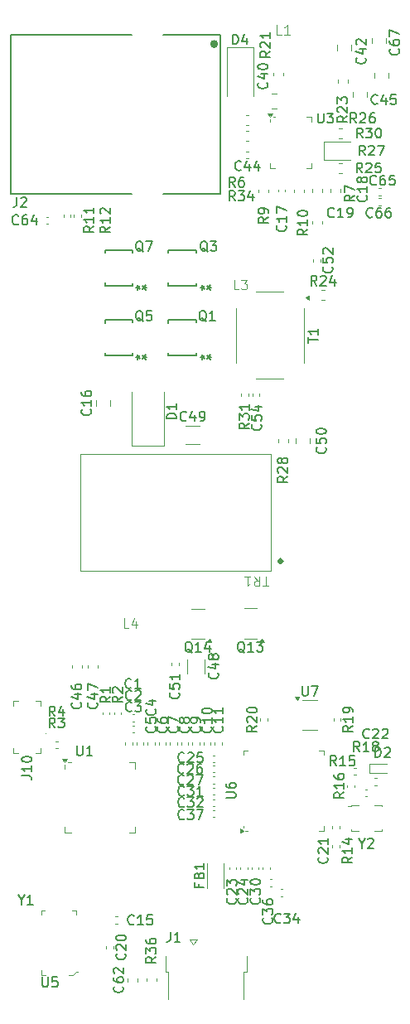
<source format=gbr>
%TF.GenerationSoftware,KiCad,Pcbnew,8.0.1*%
%TF.CreationDate,2024-10-08T23:28:17-07:00*%
%TF.ProjectId,POEPico,504f4550-6963-46f2-9e6b-696361645f70,rev?*%
%TF.SameCoordinates,Original*%
%TF.FileFunction,Legend,Top*%
%TF.FilePolarity,Positive*%
%FSLAX46Y46*%
G04 Gerber Fmt 4.6, Leading zero omitted, Abs format (unit mm)*
G04 Created by KiCad (PCBNEW 8.0.1) date 2024-10-08 23:28:17*
%MOMM*%
%LPD*%
G01*
G04 APERTURE LIST*
%ADD10C,0.150000*%
%ADD11C,0.100000*%
%ADD12C,0.120000*%
%ADD13C,0.152400*%
%ADD14C,0.350000*%
%ADD15C,0.200000*%
%ADD16C,0.400000*%
G04 APERTURE END LIST*
D10*
X147211981Y-50581857D02*
X147259601Y-50629476D01*
X147259601Y-50629476D02*
X147307220Y-50772333D01*
X147307220Y-50772333D02*
X147307220Y-50867571D01*
X147307220Y-50867571D02*
X147259601Y-51010428D01*
X147259601Y-51010428D02*
X147164362Y-51105666D01*
X147164362Y-51105666D02*
X147069124Y-51153285D01*
X147069124Y-51153285D02*
X146878648Y-51200904D01*
X146878648Y-51200904D02*
X146735791Y-51200904D01*
X146735791Y-51200904D02*
X146545315Y-51153285D01*
X146545315Y-51153285D02*
X146450077Y-51105666D01*
X146450077Y-51105666D02*
X146354839Y-51010428D01*
X146354839Y-51010428D02*
X146307220Y-50867571D01*
X146307220Y-50867571D02*
X146307220Y-50772333D01*
X146307220Y-50772333D02*
X146354839Y-50629476D01*
X146354839Y-50629476D02*
X146402458Y-50581857D01*
X146307220Y-49677095D02*
X146307220Y-50153285D01*
X146307220Y-50153285D02*
X146783410Y-50200904D01*
X146783410Y-50200904D02*
X146735791Y-50153285D01*
X146735791Y-50153285D02*
X146688172Y-50058047D01*
X146688172Y-50058047D02*
X146688172Y-49819952D01*
X146688172Y-49819952D02*
X146735791Y-49724714D01*
X146735791Y-49724714D02*
X146783410Y-49677095D01*
X146783410Y-49677095D02*
X146878648Y-49629476D01*
X146878648Y-49629476D02*
X147116743Y-49629476D01*
X147116743Y-49629476D02*
X147211981Y-49677095D01*
X147211981Y-49677095D02*
X147259601Y-49724714D01*
X147259601Y-49724714D02*
X147307220Y-49819952D01*
X147307220Y-49819952D02*
X147307220Y-50058047D01*
X147307220Y-50058047D02*
X147259601Y-50153285D01*
X147259601Y-50153285D02*
X147211981Y-50200904D01*
X146402458Y-49248523D02*
X146354839Y-49200904D01*
X146354839Y-49200904D02*
X146307220Y-49105666D01*
X146307220Y-49105666D02*
X146307220Y-48867571D01*
X146307220Y-48867571D02*
X146354839Y-48772333D01*
X146354839Y-48772333D02*
X146402458Y-48724714D01*
X146402458Y-48724714D02*
X146497696Y-48677095D01*
X146497696Y-48677095D02*
X146592934Y-48677095D01*
X146592934Y-48677095D02*
X146735791Y-48724714D01*
X146735791Y-48724714D02*
X147307220Y-49296142D01*
X147307220Y-49296142D02*
X147307220Y-48677095D01*
X142694819Y-72016857D02*
X142218628Y-72350190D01*
X142694819Y-72588285D02*
X141694819Y-72588285D01*
X141694819Y-72588285D02*
X141694819Y-72207333D01*
X141694819Y-72207333D02*
X141742438Y-72112095D01*
X141742438Y-72112095D02*
X141790057Y-72064476D01*
X141790057Y-72064476D02*
X141885295Y-72016857D01*
X141885295Y-72016857D02*
X142028152Y-72016857D01*
X142028152Y-72016857D02*
X142123390Y-72064476D01*
X142123390Y-72064476D02*
X142171009Y-72112095D01*
X142171009Y-72112095D02*
X142218628Y-72207333D01*
X142218628Y-72207333D02*
X142218628Y-72588285D01*
X141790057Y-71635904D02*
X141742438Y-71588285D01*
X141742438Y-71588285D02*
X141694819Y-71493047D01*
X141694819Y-71493047D02*
X141694819Y-71254952D01*
X141694819Y-71254952D02*
X141742438Y-71159714D01*
X141742438Y-71159714D02*
X141790057Y-71112095D01*
X141790057Y-71112095D02*
X141885295Y-71064476D01*
X141885295Y-71064476D02*
X141980533Y-71064476D01*
X141980533Y-71064476D02*
X142123390Y-71112095D01*
X142123390Y-71112095D02*
X142694819Y-71683523D01*
X142694819Y-71683523D02*
X142694819Y-71064476D01*
X142123390Y-70493047D02*
X142075771Y-70588285D01*
X142075771Y-70588285D02*
X142028152Y-70635904D01*
X142028152Y-70635904D02*
X141932914Y-70683523D01*
X141932914Y-70683523D02*
X141885295Y-70683523D01*
X141885295Y-70683523D02*
X141790057Y-70635904D01*
X141790057Y-70635904D02*
X141742438Y-70588285D01*
X141742438Y-70588285D02*
X141694819Y-70493047D01*
X141694819Y-70493047D02*
X141694819Y-70302571D01*
X141694819Y-70302571D02*
X141742438Y-70207333D01*
X141742438Y-70207333D02*
X141790057Y-70159714D01*
X141790057Y-70159714D02*
X141885295Y-70112095D01*
X141885295Y-70112095D02*
X141932914Y-70112095D01*
X141932914Y-70112095D02*
X142028152Y-70159714D01*
X142028152Y-70159714D02*
X142075771Y-70207333D01*
X142075771Y-70207333D02*
X142123390Y-70302571D01*
X142123390Y-70302571D02*
X142123390Y-70493047D01*
X142123390Y-70493047D02*
X142171009Y-70588285D01*
X142171009Y-70588285D02*
X142218628Y-70635904D01*
X142218628Y-70635904D02*
X142313866Y-70683523D01*
X142313866Y-70683523D02*
X142504342Y-70683523D01*
X142504342Y-70683523D02*
X142599580Y-70635904D01*
X142599580Y-70635904D02*
X142647200Y-70588285D01*
X142647200Y-70588285D02*
X142694819Y-70493047D01*
X142694819Y-70493047D02*
X142694819Y-70302571D01*
X142694819Y-70302571D02*
X142647200Y-70207333D01*
X142647200Y-70207333D02*
X142599580Y-70159714D01*
X142599580Y-70159714D02*
X142504342Y-70112095D01*
X142504342Y-70112095D02*
X142313866Y-70112095D01*
X142313866Y-70112095D02*
X142218628Y-70159714D01*
X142218628Y-70159714D02*
X142171009Y-70207333D01*
X142171009Y-70207333D02*
X142123390Y-70302571D01*
X150614142Y-39189819D02*
X150280809Y-38713628D01*
X150042714Y-39189819D02*
X150042714Y-38189819D01*
X150042714Y-38189819D02*
X150423666Y-38189819D01*
X150423666Y-38189819D02*
X150518904Y-38237438D01*
X150518904Y-38237438D02*
X150566523Y-38285057D01*
X150566523Y-38285057D02*
X150614142Y-38380295D01*
X150614142Y-38380295D02*
X150614142Y-38523152D01*
X150614142Y-38523152D02*
X150566523Y-38618390D01*
X150566523Y-38618390D02*
X150518904Y-38666009D01*
X150518904Y-38666009D02*
X150423666Y-38713628D01*
X150423666Y-38713628D02*
X150042714Y-38713628D01*
X150995095Y-38285057D02*
X151042714Y-38237438D01*
X151042714Y-38237438D02*
X151137952Y-38189819D01*
X151137952Y-38189819D02*
X151376047Y-38189819D01*
X151376047Y-38189819D02*
X151471285Y-38237438D01*
X151471285Y-38237438D02*
X151518904Y-38285057D01*
X151518904Y-38285057D02*
X151566523Y-38380295D01*
X151566523Y-38380295D02*
X151566523Y-38475533D01*
X151566523Y-38475533D02*
X151518904Y-38618390D01*
X151518904Y-38618390D02*
X150947476Y-39189819D01*
X150947476Y-39189819D02*
X151566523Y-39189819D01*
X151899857Y-38189819D02*
X152566523Y-38189819D01*
X152566523Y-38189819D02*
X152137952Y-39189819D01*
X149725142Y-35877819D02*
X149391809Y-35401628D01*
X149153714Y-35877819D02*
X149153714Y-34877819D01*
X149153714Y-34877819D02*
X149534666Y-34877819D01*
X149534666Y-34877819D02*
X149629904Y-34925438D01*
X149629904Y-34925438D02*
X149677523Y-34973057D01*
X149677523Y-34973057D02*
X149725142Y-35068295D01*
X149725142Y-35068295D02*
X149725142Y-35211152D01*
X149725142Y-35211152D02*
X149677523Y-35306390D01*
X149677523Y-35306390D02*
X149629904Y-35354009D01*
X149629904Y-35354009D02*
X149534666Y-35401628D01*
X149534666Y-35401628D02*
X149153714Y-35401628D01*
X150106095Y-34973057D02*
X150153714Y-34925438D01*
X150153714Y-34925438D02*
X150248952Y-34877819D01*
X150248952Y-34877819D02*
X150487047Y-34877819D01*
X150487047Y-34877819D02*
X150582285Y-34925438D01*
X150582285Y-34925438D02*
X150629904Y-34973057D01*
X150629904Y-34973057D02*
X150677523Y-35068295D01*
X150677523Y-35068295D02*
X150677523Y-35163533D01*
X150677523Y-35163533D02*
X150629904Y-35306390D01*
X150629904Y-35306390D02*
X150058476Y-35877819D01*
X150058476Y-35877819D02*
X150677523Y-35877819D01*
X151534666Y-34877819D02*
X151344190Y-34877819D01*
X151344190Y-34877819D02*
X151248952Y-34925438D01*
X151248952Y-34925438D02*
X151201333Y-34973057D01*
X151201333Y-34973057D02*
X151106095Y-35115914D01*
X151106095Y-35115914D02*
X151058476Y-35306390D01*
X151058476Y-35306390D02*
X151058476Y-35687342D01*
X151058476Y-35687342D02*
X151106095Y-35782580D01*
X151106095Y-35782580D02*
X151153714Y-35830200D01*
X151153714Y-35830200D02*
X151248952Y-35877819D01*
X151248952Y-35877819D02*
X151439428Y-35877819D01*
X151439428Y-35877819D02*
X151534666Y-35830200D01*
X151534666Y-35830200D02*
X151582285Y-35782580D01*
X151582285Y-35782580D02*
X151629904Y-35687342D01*
X151629904Y-35687342D02*
X151629904Y-35449247D01*
X151629904Y-35449247D02*
X151582285Y-35354009D01*
X151582285Y-35354009D02*
X151534666Y-35306390D01*
X151534666Y-35306390D02*
X151439428Y-35258771D01*
X151439428Y-35258771D02*
X151248952Y-35258771D01*
X151248952Y-35258771D02*
X151153714Y-35306390D01*
X151153714Y-35306390D02*
X151106095Y-35354009D01*
X151106095Y-35354009D02*
X151058476Y-35449247D01*
X151661905Y-100698819D02*
X151661905Y-99698819D01*
X151661905Y-99698819D02*
X151900000Y-99698819D01*
X151900000Y-99698819D02*
X152042857Y-99746438D01*
X152042857Y-99746438D02*
X152138095Y-99841676D01*
X152138095Y-99841676D02*
X152185714Y-99936914D01*
X152185714Y-99936914D02*
X152233333Y-100127390D01*
X152233333Y-100127390D02*
X152233333Y-100270247D01*
X152233333Y-100270247D02*
X152185714Y-100460723D01*
X152185714Y-100460723D02*
X152138095Y-100555961D01*
X152138095Y-100555961D02*
X152042857Y-100651200D01*
X152042857Y-100651200D02*
X151900000Y-100698819D01*
X151900000Y-100698819D02*
X151661905Y-100698819D01*
X152614286Y-99794057D02*
X152661905Y-99746438D01*
X152661905Y-99746438D02*
X152757143Y-99698819D01*
X152757143Y-99698819D02*
X152995238Y-99698819D01*
X152995238Y-99698819D02*
X153090476Y-99746438D01*
X153090476Y-99746438D02*
X153138095Y-99794057D01*
X153138095Y-99794057D02*
X153185714Y-99889295D01*
X153185714Y-99889295D02*
X153185714Y-99984533D01*
X153185714Y-99984533D02*
X153138095Y-100127390D01*
X153138095Y-100127390D02*
X152566667Y-100698819D01*
X152566667Y-100698819D02*
X153185714Y-100698819D01*
X154029580Y-28328857D02*
X154077200Y-28376476D01*
X154077200Y-28376476D02*
X154124819Y-28519333D01*
X154124819Y-28519333D02*
X154124819Y-28614571D01*
X154124819Y-28614571D02*
X154077200Y-28757428D01*
X154077200Y-28757428D02*
X153981961Y-28852666D01*
X153981961Y-28852666D02*
X153886723Y-28900285D01*
X153886723Y-28900285D02*
X153696247Y-28947904D01*
X153696247Y-28947904D02*
X153553390Y-28947904D01*
X153553390Y-28947904D02*
X153362914Y-28900285D01*
X153362914Y-28900285D02*
X153267676Y-28852666D01*
X153267676Y-28852666D02*
X153172438Y-28757428D01*
X153172438Y-28757428D02*
X153124819Y-28614571D01*
X153124819Y-28614571D02*
X153124819Y-28519333D01*
X153124819Y-28519333D02*
X153172438Y-28376476D01*
X153172438Y-28376476D02*
X153220057Y-28328857D01*
X153124819Y-27471714D02*
X153124819Y-27662190D01*
X153124819Y-27662190D02*
X153172438Y-27757428D01*
X153172438Y-27757428D02*
X153220057Y-27805047D01*
X153220057Y-27805047D02*
X153362914Y-27900285D01*
X153362914Y-27900285D02*
X153553390Y-27947904D01*
X153553390Y-27947904D02*
X153934342Y-27947904D01*
X153934342Y-27947904D02*
X154029580Y-27900285D01*
X154029580Y-27900285D02*
X154077200Y-27852666D01*
X154077200Y-27852666D02*
X154124819Y-27757428D01*
X154124819Y-27757428D02*
X154124819Y-27566952D01*
X154124819Y-27566952D02*
X154077200Y-27471714D01*
X154077200Y-27471714D02*
X154029580Y-27424095D01*
X154029580Y-27424095D02*
X153934342Y-27376476D01*
X153934342Y-27376476D02*
X153696247Y-27376476D01*
X153696247Y-27376476D02*
X153601009Y-27424095D01*
X153601009Y-27424095D02*
X153553390Y-27471714D01*
X153553390Y-27471714D02*
X153505771Y-27566952D01*
X153505771Y-27566952D02*
X153505771Y-27757428D01*
X153505771Y-27757428D02*
X153553390Y-27852666D01*
X153553390Y-27852666D02*
X153601009Y-27900285D01*
X153601009Y-27900285D02*
X153696247Y-27947904D01*
X153124819Y-27043142D02*
X153124819Y-26376476D01*
X153124819Y-26376476D02*
X154124819Y-26805047D01*
X125802580Y-124119257D02*
X125850200Y-124166876D01*
X125850200Y-124166876D02*
X125897819Y-124309733D01*
X125897819Y-124309733D02*
X125897819Y-124404971D01*
X125897819Y-124404971D02*
X125850200Y-124547828D01*
X125850200Y-124547828D02*
X125754961Y-124643066D01*
X125754961Y-124643066D02*
X125659723Y-124690685D01*
X125659723Y-124690685D02*
X125469247Y-124738304D01*
X125469247Y-124738304D02*
X125326390Y-124738304D01*
X125326390Y-124738304D02*
X125135914Y-124690685D01*
X125135914Y-124690685D02*
X125040676Y-124643066D01*
X125040676Y-124643066D02*
X124945438Y-124547828D01*
X124945438Y-124547828D02*
X124897819Y-124404971D01*
X124897819Y-124404971D02*
X124897819Y-124309733D01*
X124897819Y-124309733D02*
X124945438Y-124166876D01*
X124945438Y-124166876D02*
X124993057Y-124119257D01*
X124897819Y-123262114D02*
X124897819Y-123452590D01*
X124897819Y-123452590D02*
X124945438Y-123547828D01*
X124945438Y-123547828D02*
X124993057Y-123595447D01*
X124993057Y-123595447D02*
X125135914Y-123690685D01*
X125135914Y-123690685D02*
X125326390Y-123738304D01*
X125326390Y-123738304D02*
X125707342Y-123738304D01*
X125707342Y-123738304D02*
X125802580Y-123690685D01*
X125802580Y-123690685D02*
X125850200Y-123643066D01*
X125850200Y-123643066D02*
X125897819Y-123547828D01*
X125897819Y-123547828D02*
X125897819Y-123357352D01*
X125897819Y-123357352D02*
X125850200Y-123262114D01*
X125850200Y-123262114D02*
X125802580Y-123214495D01*
X125802580Y-123214495D02*
X125707342Y-123166876D01*
X125707342Y-123166876D02*
X125469247Y-123166876D01*
X125469247Y-123166876D02*
X125374009Y-123214495D01*
X125374009Y-123214495D02*
X125326390Y-123262114D01*
X125326390Y-123262114D02*
X125278771Y-123357352D01*
X125278771Y-123357352D02*
X125278771Y-123547828D01*
X125278771Y-123547828D02*
X125326390Y-123643066D01*
X125326390Y-123643066D02*
X125374009Y-123690685D01*
X125374009Y-123690685D02*
X125469247Y-123738304D01*
X124993057Y-122785923D02*
X124945438Y-122738304D01*
X124945438Y-122738304D02*
X124897819Y-122643066D01*
X124897819Y-122643066D02*
X124897819Y-122404971D01*
X124897819Y-122404971D02*
X124945438Y-122309733D01*
X124945438Y-122309733D02*
X124993057Y-122262114D01*
X124993057Y-122262114D02*
X125088295Y-122214495D01*
X125088295Y-122214495D02*
X125183533Y-122214495D01*
X125183533Y-122214495D02*
X125326390Y-122262114D01*
X125326390Y-122262114D02*
X125897819Y-122833542D01*
X125897819Y-122833542D02*
X125897819Y-122214495D01*
X135531579Y-92071042D02*
X135579199Y-92118661D01*
X135579199Y-92118661D02*
X135626818Y-92261518D01*
X135626818Y-92261518D02*
X135626818Y-92356756D01*
X135626818Y-92356756D02*
X135579199Y-92499613D01*
X135579199Y-92499613D02*
X135483960Y-92594851D01*
X135483960Y-92594851D02*
X135388722Y-92642470D01*
X135388722Y-92642470D02*
X135198246Y-92690089D01*
X135198246Y-92690089D02*
X135055389Y-92690089D01*
X135055389Y-92690089D02*
X134864913Y-92642470D01*
X134864913Y-92642470D02*
X134769675Y-92594851D01*
X134769675Y-92594851D02*
X134674437Y-92499613D01*
X134674437Y-92499613D02*
X134626818Y-92356756D01*
X134626818Y-92356756D02*
X134626818Y-92261518D01*
X134626818Y-92261518D02*
X134674437Y-92118661D01*
X134674437Y-92118661D02*
X134722056Y-92071042D01*
X134960151Y-91213899D02*
X135626818Y-91213899D01*
X134579199Y-91451994D02*
X135293484Y-91690089D01*
X135293484Y-91690089D02*
X135293484Y-91071042D01*
X135055389Y-90547232D02*
X135007770Y-90642470D01*
X135007770Y-90642470D02*
X134960151Y-90690089D01*
X134960151Y-90690089D02*
X134864913Y-90737708D01*
X134864913Y-90737708D02*
X134817294Y-90737708D01*
X134817294Y-90737708D02*
X134722056Y-90690089D01*
X134722056Y-90690089D02*
X134674437Y-90642470D01*
X134674437Y-90642470D02*
X134626818Y-90547232D01*
X134626818Y-90547232D02*
X134626818Y-90356756D01*
X134626818Y-90356756D02*
X134674437Y-90261518D01*
X134674437Y-90261518D02*
X134722056Y-90213899D01*
X134722056Y-90213899D02*
X134817294Y-90166280D01*
X134817294Y-90166280D02*
X134864913Y-90166280D01*
X134864913Y-90166280D02*
X134960151Y-90213899D01*
X134960151Y-90213899D02*
X135007770Y-90261518D01*
X135007770Y-90261518D02*
X135055389Y-90356756D01*
X135055389Y-90356756D02*
X135055389Y-90547232D01*
X135055389Y-90547232D02*
X135103008Y-90642470D01*
X135103008Y-90642470D02*
X135150627Y-90690089D01*
X135150627Y-90690089D02*
X135245865Y-90737708D01*
X135245865Y-90737708D02*
X135436341Y-90737708D01*
X135436341Y-90737708D02*
X135531579Y-90690089D01*
X135531579Y-90690089D02*
X135579199Y-90642470D01*
X135579199Y-90642470D02*
X135626818Y-90547232D01*
X135626818Y-90547232D02*
X135626818Y-90356756D01*
X135626818Y-90356756D02*
X135579199Y-90261518D01*
X135579199Y-90261518D02*
X135531579Y-90213899D01*
X135531579Y-90213899D02*
X135436341Y-90166280D01*
X135436341Y-90166280D02*
X135245865Y-90166280D01*
X135245865Y-90166280D02*
X135150627Y-90213899D01*
X135150627Y-90213899D02*
X135103008Y-90261518D01*
X135103008Y-90261518D02*
X135055389Y-90356756D01*
X123168580Y-95130857D02*
X123216200Y-95178476D01*
X123216200Y-95178476D02*
X123263819Y-95321333D01*
X123263819Y-95321333D02*
X123263819Y-95416571D01*
X123263819Y-95416571D02*
X123216200Y-95559428D01*
X123216200Y-95559428D02*
X123120961Y-95654666D01*
X123120961Y-95654666D02*
X123025723Y-95702285D01*
X123025723Y-95702285D02*
X122835247Y-95749904D01*
X122835247Y-95749904D02*
X122692390Y-95749904D01*
X122692390Y-95749904D02*
X122501914Y-95702285D01*
X122501914Y-95702285D02*
X122406676Y-95654666D01*
X122406676Y-95654666D02*
X122311438Y-95559428D01*
X122311438Y-95559428D02*
X122263819Y-95416571D01*
X122263819Y-95416571D02*
X122263819Y-95321333D01*
X122263819Y-95321333D02*
X122311438Y-95178476D01*
X122311438Y-95178476D02*
X122359057Y-95130857D01*
X122597152Y-94273714D02*
X123263819Y-94273714D01*
X122216200Y-94511809D02*
X122930485Y-94749904D01*
X122930485Y-94749904D02*
X122930485Y-94130857D01*
X122263819Y-93845142D02*
X122263819Y-93178476D01*
X122263819Y-93178476D02*
X123263819Y-93607047D01*
X121517580Y-95130857D02*
X121565200Y-95178476D01*
X121565200Y-95178476D02*
X121612819Y-95321333D01*
X121612819Y-95321333D02*
X121612819Y-95416571D01*
X121612819Y-95416571D02*
X121565200Y-95559428D01*
X121565200Y-95559428D02*
X121469961Y-95654666D01*
X121469961Y-95654666D02*
X121374723Y-95702285D01*
X121374723Y-95702285D02*
X121184247Y-95749904D01*
X121184247Y-95749904D02*
X121041390Y-95749904D01*
X121041390Y-95749904D02*
X120850914Y-95702285D01*
X120850914Y-95702285D02*
X120755676Y-95654666D01*
X120755676Y-95654666D02*
X120660438Y-95559428D01*
X120660438Y-95559428D02*
X120612819Y-95416571D01*
X120612819Y-95416571D02*
X120612819Y-95321333D01*
X120612819Y-95321333D02*
X120660438Y-95178476D01*
X120660438Y-95178476D02*
X120708057Y-95130857D01*
X120946152Y-94273714D02*
X121612819Y-94273714D01*
X120565200Y-94511809D02*
X121279485Y-94749904D01*
X121279485Y-94749904D02*
X121279485Y-94130857D01*
X120612819Y-93321333D02*
X120612819Y-93511809D01*
X120612819Y-93511809D02*
X120660438Y-93607047D01*
X120660438Y-93607047D02*
X120708057Y-93654666D01*
X120708057Y-93654666D02*
X120850914Y-93749904D01*
X120850914Y-93749904D02*
X121041390Y-93797523D01*
X121041390Y-93797523D02*
X121422342Y-93797523D01*
X121422342Y-93797523D02*
X121517580Y-93749904D01*
X121517580Y-93749904D02*
X121565200Y-93702285D01*
X121565200Y-93702285D02*
X121612819Y-93607047D01*
X121612819Y-93607047D02*
X121612819Y-93416571D01*
X121612819Y-93416571D02*
X121565200Y-93321333D01*
X121565200Y-93321333D02*
X121517580Y-93273714D01*
X121517580Y-93273714D02*
X121422342Y-93226095D01*
X121422342Y-93226095D02*
X121184247Y-93226095D01*
X121184247Y-93226095D02*
X121089009Y-93273714D01*
X121089009Y-93273714D02*
X121041390Y-93321333D01*
X121041390Y-93321333D02*
X120993771Y-93416571D01*
X120993771Y-93416571D02*
X120993771Y-93607047D01*
X120993771Y-93607047D02*
X121041390Y-93702285D01*
X121041390Y-93702285D02*
X121089009Y-93749904D01*
X121089009Y-93749904D02*
X121184247Y-93797523D01*
X151884142Y-33887580D02*
X151836523Y-33935200D01*
X151836523Y-33935200D02*
X151693666Y-33982819D01*
X151693666Y-33982819D02*
X151598428Y-33982819D01*
X151598428Y-33982819D02*
X151455571Y-33935200D01*
X151455571Y-33935200D02*
X151360333Y-33839961D01*
X151360333Y-33839961D02*
X151312714Y-33744723D01*
X151312714Y-33744723D02*
X151265095Y-33554247D01*
X151265095Y-33554247D02*
X151265095Y-33411390D01*
X151265095Y-33411390D02*
X151312714Y-33220914D01*
X151312714Y-33220914D02*
X151360333Y-33125676D01*
X151360333Y-33125676D02*
X151455571Y-33030438D01*
X151455571Y-33030438D02*
X151598428Y-32982819D01*
X151598428Y-32982819D02*
X151693666Y-32982819D01*
X151693666Y-32982819D02*
X151836523Y-33030438D01*
X151836523Y-33030438D02*
X151884142Y-33078057D01*
X152741285Y-33316152D02*
X152741285Y-33982819D01*
X152503190Y-32935200D02*
X152265095Y-33649485D01*
X152265095Y-33649485D02*
X152884142Y-33649485D01*
X153741285Y-32982819D02*
X153265095Y-32982819D01*
X153265095Y-32982819D02*
X153217476Y-33459009D01*
X153217476Y-33459009D02*
X153265095Y-33411390D01*
X153265095Y-33411390D02*
X153360333Y-33363771D01*
X153360333Y-33363771D02*
X153598428Y-33363771D01*
X153598428Y-33363771D02*
X153693666Y-33411390D01*
X153693666Y-33411390D02*
X153741285Y-33459009D01*
X153741285Y-33459009D02*
X153788904Y-33554247D01*
X153788904Y-33554247D02*
X153788904Y-33792342D01*
X153788904Y-33792342D02*
X153741285Y-33887580D01*
X153741285Y-33887580D02*
X153693666Y-33935200D01*
X153693666Y-33935200D02*
X153598428Y-33982819D01*
X153598428Y-33982819D02*
X153360333Y-33982819D01*
X153360333Y-33982819D02*
X153265095Y-33935200D01*
X153265095Y-33935200D02*
X153217476Y-33887580D01*
X137937543Y-40670209D02*
X137889924Y-40717829D01*
X137889924Y-40717829D02*
X137747067Y-40765448D01*
X137747067Y-40765448D02*
X137651829Y-40765448D01*
X137651829Y-40765448D02*
X137508972Y-40717829D01*
X137508972Y-40717829D02*
X137413734Y-40622590D01*
X137413734Y-40622590D02*
X137366115Y-40527352D01*
X137366115Y-40527352D02*
X137318496Y-40336876D01*
X137318496Y-40336876D02*
X137318496Y-40194019D01*
X137318496Y-40194019D02*
X137366115Y-40003543D01*
X137366115Y-40003543D02*
X137413734Y-39908305D01*
X137413734Y-39908305D02*
X137508972Y-39813067D01*
X137508972Y-39813067D02*
X137651829Y-39765448D01*
X137651829Y-39765448D02*
X137747067Y-39765448D01*
X137747067Y-39765448D02*
X137889924Y-39813067D01*
X137889924Y-39813067D02*
X137937543Y-39860686D01*
X138794686Y-40098781D02*
X138794686Y-40765448D01*
X138556591Y-39717829D02*
X138318496Y-40432114D01*
X138318496Y-40432114D02*
X138937543Y-40432114D01*
X139747067Y-40098781D02*
X139747067Y-40765448D01*
X139508972Y-39717829D02*
X139270877Y-40432114D01*
X139270877Y-40432114D02*
X139889924Y-40432114D01*
X150600580Y-29217857D02*
X150648200Y-29265476D01*
X150648200Y-29265476D02*
X150695819Y-29408333D01*
X150695819Y-29408333D02*
X150695819Y-29503571D01*
X150695819Y-29503571D02*
X150648200Y-29646428D01*
X150648200Y-29646428D02*
X150552961Y-29741666D01*
X150552961Y-29741666D02*
X150457723Y-29789285D01*
X150457723Y-29789285D02*
X150267247Y-29836904D01*
X150267247Y-29836904D02*
X150124390Y-29836904D01*
X150124390Y-29836904D02*
X149933914Y-29789285D01*
X149933914Y-29789285D02*
X149838676Y-29741666D01*
X149838676Y-29741666D02*
X149743438Y-29646428D01*
X149743438Y-29646428D02*
X149695819Y-29503571D01*
X149695819Y-29503571D02*
X149695819Y-29408333D01*
X149695819Y-29408333D02*
X149743438Y-29265476D01*
X149743438Y-29265476D02*
X149791057Y-29217857D01*
X150029152Y-28360714D02*
X150695819Y-28360714D01*
X149648200Y-28598809D02*
X150362485Y-28836904D01*
X150362485Y-28836904D02*
X150362485Y-28217857D01*
X149791057Y-27884523D02*
X149743438Y-27836904D01*
X149743438Y-27836904D02*
X149695819Y-27741666D01*
X149695819Y-27741666D02*
X149695819Y-27503571D01*
X149695819Y-27503571D02*
X149743438Y-27408333D01*
X149743438Y-27408333D02*
X149791057Y-27360714D01*
X149791057Y-27360714D02*
X149886295Y-27313095D01*
X149886295Y-27313095D02*
X149981533Y-27313095D01*
X149981533Y-27313095D02*
X150124390Y-27360714D01*
X150124390Y-27360714D02*
X150695819Y-27932142D01*
X150695819Y-27932142D02*
X150695819Y-27313095D01*
X140567580Y-31757857D02*
X140615200Y-31805476D01*
X140615200Y-31805476D02*
X140662819Y-31948333D01*
X140662819Y-31948333D02*
X140662819Y-32043571D01*
X140662819Y-32043571D02*
X140615200Y-32186428D01*
X140615200Y-32186428D02*
X140519961Y-32281666D01*
X140519961Y-32281666D02*
X140424723Y-32329285D01*
X140424723Y-32329285D02*
X140234247Y-32376904D01*
X140234247Y-32376904D02*
X140091390Y-32376904D01*
X140091390Y-32376904D02*
X139900914Y-32329285D01*
X139900914Y-32329285D02*
X139805676Y-32281666D01*
X139805676Y-32281666D02*
X139710438Y-32186428D01*
X139710438Y-32186428D02*
X139662819Y-32043571D01*
X139662819Y-32043571D02*
X139662819Y-31948333D01*
X139662819Y-31948333D02*
X139710438Y-31805476D01*
X139710438Y-31805476D02*
X139758057Y-31757857D01*
X139996152Y-30900714D02*
X140662819Y-30900714D01*
X139615200Y-31138809D02*
X140329485Y-31376904D01*
X140329485Y-31376904D02*
X140329485Y-30757857D01*
X139662819Y-30186428D02*
X139662819Y-30091190D01*
X139662819Y-30091190D02*
X139710438Y-29995952D01*
X139710438Y-29995952D02*
X139758057Y-29948333D01*
X139758057Y-29948333D02*
X139853295Y-29900714D01*
X139853295Y-29900714D02*
X140043771Y-29853095D01*
X140043771Y-29853095D02*
X140281866Y-29853095D01*
X140281866Y-29853095D02*
X140472342Y-29900714D01*
X140472342Y-29900714D02*
X140567580Y-29948333D01*
X140567580Y-29948333D02*
X140615200Y-29995952D01*
X140615200Y-29995952D02*
X140662819Y-30091190D01*
X140662819Y-30091190D02*
X140662819Y-30186428D01*
X140662819Y-30186428D02*
X140615200Y-30281666D01*
X140615200Y-30281666D02*
X140567580Y-30329285D01*
X140567580Y-30329285D02*
X140472342Y-30376904D01*
X140472342Y-30376904D02*
X140281866Y-30424523D01*
X140281866Y-30424523D02*
X140043771Y-30424523D01*
X140043771Y-30424523D02*
X139853295Y-30376904D01*
X139853295Y-30376904D02*
X139758057Y-30329285D01*
X139758057Y-30329285D02*
X139710438Y-30281666D01*
X139710438Y-30281666D02*
X139662819Y-30186428D01*
X142472580Y-46362857D02*
X142520200Y-46410476D01*
X142520200Y-46410476D02*
X142567819Y-46553333D01*
X142567819Y-46553333D02*
X142567819Y-46648571D01*
X142567819Y-46648571D02*
X142520200Y-46791428D01*
X142520200Y-46791428D02*
X142424961Y-46886666D01*
X142424961Y-46886666D02*
X142329723Y-46934285D01*
X142329723Y-46934285D02*
X142139247Y-46981904D01*
X142139247Y-46981904D02*
X141996390Y-46981904D01*
X141996390Y-46981904D02*
X141805914Y-46934285D01*
X141805914Y-46934285D02*
X141710676Y-46886666D01*
X141710676Y-46886666D02*
X141615438Y-46791428D01*
X141615438Y-46791428D02*
X141567819Y-46648571D01*
X141567819Y-46648571D02*
X141567819Y-46553333D01*
X141567819Y-46553333D02*
X141615438Y-46410476D01*
X141615438Y-46410476D02*
X141663057Y-46362857D01*
X142567819Y-45410476D02*
X142567819Y-45981904D01*
X142567819Y-45696190D02*
X141567819Y-45696190D01*
X141567819Y-45696190D02*
X141710676Y-45791428D01*
X141710676Y-45791428D02*
X141805914Y-45886666D01*
X141805914Y-45886666D02*
X141853533Y-45981904D01*
X141567819Y-45077142D02*
X141567819Y-44410476D01*
X141567819Y-44410476D02*
X142567819Y-44839047D01*
X133707581Y-97591495D02*
X133755201Y-97639114D01*
X133755201Y-97639114D02*
X133802820Y-97781971D01*
X133802820Y-97781971D02*
X133802820Y-97877209D01*
X133802820Y-97877209D02*
X133755201Y-98020066D01*
X133755201Y-98020066D02*
X133659962Y-98115304D01*
X133659962Y-98115304D02*
X133564724Y-98162923D01*
X133564724Y-98162923D02*
X133374248Y-98210542D01*
X133374248Y-98210542D02*
X133231391Y-98210542D01*
X133231391Y-98210542D02*
X133040915Y-98162923D01*
X133040915Y-98162923D02*
X132945677Y-98115304D01*
X132945677Y-98115304D02*
X132850439Y-98020066D01*
X132850439Y-98020066D02*
X132802820Y-97877209D01*
X132802820Y-97877209D02*
X132802820Y-97781971D01*
X132802820Y-97781971D02*
X132850439Y-97639114D01*
X132850439Y-97639114D02*
X132898058Y-97591495D01*
X133802820Y-97115304D02*
X133802820Y-96924828D01*
X133802820Y-96924828D02*
X133755201Y-96829590D01*
X133755201Y-96829590D02*
X133707581Y-96781971D01*
X133707581Y-96781971D02*
X133564724Y-96686733D01*
X133564724Y-96686733D02*
X133374248Y-96639114D01*
X133374248Y-96639114D02*
X132993296Y-96639114D01*
X132993296Y-96639114D02*
X132898058Y-96686733D01*
X132898058Y-96686733D02*
X132850439Y-96734352D01*
X132850439Y-96734352D02*
X132802820Y-96829590D01*
X132802820Y-96829590D02*
X132802820Y-97020066D01*
X132802820Y-97020066D02*
X132850439Y-97115304D01*
X132850439Y-97115304D02*
X132898058Y-97162923D01*
X132898058Y-97162923D02*
X132993296Y-97210542D01*
X132993296Y-97210542D02*
X133231391Y-97210542D01*
X133231391Y-97210542D02*
X133326629Y-97162923D01*
X133326629Y-97162923D02*
X133374248Y-97115304D01*
X133374248Y-97115304D02*
X133421867Y-97020066D01*
X133421867Y-97020066D02*
X133421867Y-96829590D01*
X133421867Y-96829590D02*
X133374248Y-96734352D01*
X133374248Y-96734352D02*
X133326629Y-96686733D01*
X133326629Y-96686733D02*
X133231391Y-96639114D01*
X115181142Y-46192409D02*
X115133523Y-46240029D01*
X115133523Y-46240029D02*
X114990666Y-46287648D01*
X114990666Y-46287648D02*
X114895428Y-46287648D01*
X114895428Y-46287648D02*
X114752571Y-46240029D01*
X114752571Y-46240029D02*
X114657333Y-46144790D01*
X114657333Y-46144790D02*
X114609714Y-46049552D01*
X114609714Y-46049552D02*
X114562095Y-45859076D01*
X114562095Y-45859076D02*
X114562095Y-45716219D01*
X114562095Y-45716219D02*
X114609714Y-45525743D01*
X114609714Y-45525743D02*
X114657333Y-45430505D01*
X114657333Y-45430505D02*
X114752571Y-45335267D01*
X114752571Y-45335267D02*
X114895428Y-45287648D01*
X114895428Y-45287648D02*
X114990666Y-45287648D01*
X114990666Y-45287648D02*
X115133523Y-45335267D01*
X115133523Y-45335267D02*
X115181142Y-45382886D01*
X116038285Y-45287648D02*
X115847809Y-45287648D01*
X115847809Y-45287648D02*
X115752571Y-45335267D01*
X115752571Y-45335267D02*
X115704952Y-45382886D01*
X115704952Y-45382886D02*
X115609714Y-45525743D01*
X115609714Y-45525743D02*
X115562095Y-45716219D01*
X115562095Y-45716219D02*
X115562095Y-46097171D01*
X115562095Y-46097171D02*
X115609714Y-46192409D01*
X115609714Y-46192409D02*
X115657333Y-46240029D01*
X115657333Y-46240029D02*
X115752571Y-46287648D01*
X115752571Y-46287648D02*
X115943047Y-46287648D01*
X115943047Y-46287648D02*
X116038285Y-46240029D01*
X116038285Y-46240029D02*
X116085904Y-46192409D01*
X116085904Y-46192409D02*
X116133523Y-46097171D01*
X116133523Y-46097171D02*
X116133523Y-45859076D01*
X116133523Y-45859076D02*
X116085904Y-45763838D01*
X116085904Y-45763838D02*
X116038285Y-45716219D01*
X116038285Y-45716219D02*
X115943047Y-45668600D01*
X115943047Y-45668600D02*
X115752571Y-45668600D01*
X115752571Y-45668600D02*
X115657333Y-45716219D01*
X115657333Y-45716219D02*
X115609714Y-45763838D01*
X115609714Y-45763838D02*
X115562095Y-45859076D01*
X116990666Y-45620981D02*
X116990666Y-46287648D01*
X116752571Y-45240029D02*
X116514476Y-45954314D01*
X116514476Y-45954314D02*
X117133523Y-45954314D01*
D11*
X142073333Y-26873419D02*
X141597143Y-26873419D01*
X141597143Y-26873419D02*
X141597143Y-25873419D01*
X142930476Y-26873419D02*
X142359048Y-26873419D01*
X142644762Y-26873419D02*
X142644762Y-25873419D01*
X142644762Y-25873419D02*
X142549524Y-26016276D01*
X142549524Y-26016276D02*
X142454286Y-26111514D01*
X142454286Y-26111514D02*
X142359048Y-26159133D01*
D10*
X132095543Y-102273609D02*
X132047924Y-102321229D01*
X132047924Y-102321229D02*
X131905067Y-102368848D01*
X131905067Y-102368848D02*
X131809829Y-102368848D01*
X131809829Y-102368848D02*
X131666972Y-102321229D01*
X131666972Y-102321229D02*
X131571734Y-102225990D01*
X131571734Y-102225990D02*
X131524115Y-102130752D01*
X131524115Y-102130752D02*
X131476496Y-101940276D01*
X131476496Y-101940276D02*
X131476496Y-101797419D01*
X131476496Y-101797419D02*
X131524115Y-101606943D01*
X131524115Y-101606943D02*
X131571734Y-101511705D01*
X131571734Y-101511705D02*
X131666972Y-101416467D01*
X131666972Y-101416467D02*
X131809829Y-101368848D01*
X131809829Y-101368848D02*
X131905067Y-101368848D01*
X131905067Y-101368848D02*
X132047924Y-101416467D01*
X132047924Y-101416467D02*
X132095543Y-101464086D01*
X132476496Y-101464086D02*
X132524115Y-101416467D01*
X132524115Y-101416467D02*
X132619353Y-101368848D01*
X132619353Y-101368848D02*
X132857448Y-101368848D01*
X132857448Y-101368848D02*
X132952686Y-101416467D01*
X132952686Y-101416467D02*
X133000305Y-101464086D01*
X133000305Y-101464086D02*
X133047924Y-101559324D01*
X133047924Y-101559324D02*
X133047924Y-101654562D01*
X133047924Y-101654562D02*
X133000305Y-101797419D01*
X133000305Y-101797419D02*
X132428877Y-102368848D01*
X132428877Y-102368848D02*
X133047924Y-102368848D01*
X133905067Y-101368848D02*
X133714591Y-101368848D01*
X133714591Y-101368848D02*
X133619353Y-101416467D01*
X133619353Y-101416467D02*
X133571734Y-101464086D01*
X133571734Y-101464086D02*
X133476496Y-101606943D01*
X133476496Y-101606943D02*
X133428877Y-101797419D01*
X133428877Y-101797419D02*
X133428877Y-102178371D01*
X133428877Y-102178371D02*
X133476496Y-102273609D01*
X133476496Y-102273609D02*
X133524115Y-102321229D01*
X133524115Y-102321229D02*
X133619353Y-102368848D01*
X133619353Y-102368848D02*
X133809829Y-102368848D01*
X133809829Y-102368848D02*
X133905067Y-102321229D01*
X133905067Y-102321229D02*
X133952686Y-102273609D01*
X133952686Y-102273609D02*
X134000305Y-102178371D01*
X134000305Y-102178371D02*
X134000305Y-101940276D01*
X134000305Y-101940276D02*
X133952686Y-101845038D01*
X133952686Y-101845038D02*
X133905067Y-101797419D01*
X133905067Y-101797419D02*
X133809829Y-101749800D01*
X133809829Y-101749800D02*
X133619353Y-101749800D01*
X133619353Y-101749800D02*
X133524115Y-101797419D01*
X133524115Y-101797419D02*
X133476496Y-101845038D01*
X133476496Y-101845038D02*
X133428877Y-101940276D01*
X118918534Y-96504248D02*
X118585201Y-96028057D01*
X118347106Y-96504248D02*
X118347106Y-95504248D01*
X118347106Y-95504248D02*
X118728058Y-95504248D01*
X118728058Y-95504248D02*
X118823296Y-95551867D01*
X118823296Y-95551867D02*
X118870915Y-95599486D01*
X118870915Y-95599486D02*
X118918534Y-95694724D01*
X118918534Y-95694724D02*
X118918534Y-95837581D01*
X118918534Y-95837581D02*
X118870915Y-95932819D01*
X118870915Y-95932819D02*
X118823296Y-95980438D01*
X118823296Y-95980438D02*
X118728058Y-96028057D01*
X118728058Y-96028057D02*
X118347106Y-96028057D01*
X119775677Y-95837581D02*
X119775677Y-96504248D01*
X119537582Y-95456629D02*
X119299487Y-96170914D01*
X119299487Y-96170914D02*
X119918534Y-96170914D01*
X117627895Y-123178219D02*
X117627895Y-123987742D01*
X117627895Y-123987742D02*
X117675514Y-124082980D01*
X117675514Y-124082980D02*
X117723133Y-124130600D01*
X117723133Y-124130600D02*
X117818371Y-124178219D01*
X117818371Y-124178219D02*
X118008847Y-124178219D01*
X118008847Y-124178219D02*
X118104085Y-124130600D01*
X118104085Y-124130600D02*
X118151704Y-124082980D01*
X118151704Y-124082980D02*
X118199323Y-123987742D01*
X118199323Y-123987742D02*
X118199323Y-123178219D01*
X119151704Y-123178219D02*
X118675514Y-123178219D01*
X118675514Y-123178219D02*
X118627895Y-123654409D01*
X118627895Y-123654409D02*
X118675514Y-123606790D01*
X118675514Y-123606790D02*
X118770752Y-123559171D01*
X118770752Y-123559171D02*
X119008847Y-123559171D01*
X119008847Y-123559171D02*
X119104085Y-123606790D01*
X119104085Y-123606790D02*
X119151704Y-123654409D01*
X119151704Y-123654409D02*
X119199323Y-123749647D01*
X119199323Y-123749647D02*
X119199323Y-123987742D01*
X119199323Y-123987742D02*
X119151704Y-124082980D01*
X119151704Y-124082980D02*
X119104085Y-124130600D01*
X119104085Y-124130600D02*
X119008847Y-124178219D01*
X119008847Y-124178219D02*
X118770752Y-124178219D01*
X118770752Y-124178219D02*
X118675514Y-124130600D01*
X118675514Y-124130600D02*
X118627895Y-124082980D01*
X140706220Y-45523295D02*
X140230029Y-45856628D01*
X140706220Y-46094723D02*
X139706220Y-46094723D01*
X139706220Y-46094723D02*
X139706220Y-45713771D01*
X139706220Y-45713771D02*
X139753839Y-45618533D01*
X139753839Y-45618533D02*
X139801458Y-45570914D01*
X139801458Y-45570914D02*
X139896696Y-45523295D01*
X139896696Y-45523295D02*
X140039553Y-45523295D01*
X140039553Y-45523295D02*
X140134791Y-45570914D01*
X140134791Y-45570914D02*
X140182410Y-45618533D01*
X140182410Y-45618533D02*
X140230029Y-45713771D01*
X140230029Y-45713771D02*
X140230029Y-46094723D01*
X140706220Y-45047104D02*
X140706220Y-44856628D01*
X140706220Y-44856628D02*
X140658601Y-44761390D01*
X140658601Y-44761390D02*
X140610981Y-44713771D01*
X140610981Y-44713771D02*
X140468124Y-44618533D01*
X140468124Y-44618533D02*
X140277648Y-44570914D01*
X140277648Y-44570914D02*
X139896696Y-44570914D01*
X139896696Y-44570914D02*
X139801458Y-44618533D01*
X139801458Y-44618533D02*
X139753839Y-44666152D01*
X139753839Y-44666152D02*
X139706220Y-44761390D01*
X139706220Y-44761390D02*
X139706220Y-44951866D01*
X139706220Y-44951866D02*
X139753839Y-45047104D01*
X139753839Y-45047104D02*
X139801458Y-45094723D01*
X139801458Y-45094723D02*
X139896696Y-45142342D01*
X139896696Y-45142342D02*
X140134791Y-45142342D01*
X140134791Y-45142342D02*
X140230029Y-45094723D01*
X140230029Y-45094723D02*
X140277648Y-45047104D01*
X140277648Y-45047104D02*
X140325267Y-44951866D01*
X140325267Y-44951866D02*
X140325267Y-44761390D01*
X140325267Y-44761390D02*
X140277648Y-44666152D01*
X140277648Y-44666152D02*
X140230029Y-44618533D01*
X140230029Y-44618533D02*
X140134791Y-44570914D01*
X147665743Y-101562648D02*
X147332410Y-101086457D01*
X147094315Y-101562648D02*
X147094315Y-100562648D01*
X147094315Y-100562648D02*
X147475267Y-100562648D01*
X147475267Y-100562648D02*
X147570505Y-100610267D01*
X147570505Y-100610267D02*
X147618124Y-100657886D01*
X147618124Y-100657886D02*
X147665743Y-100753124D01*
X147665743Y-100753124D02*
X147665743Y-100895981D01*
X147665743Y-100895981D02*
X147618124Y-100991219D01*
X147618124Y-100991219D02*
X147570505Y-101038838D01*
X147570505Y-101038838D02*
X147475267Y-101086457D01*
X147475267Y-101086457D02*
X147094315Y-101086457D01*
X148618124Y-101562648D02*
X148046696Y-101562648D01*
X148332410Y-101562648D02*
X148332410Y-100562648D01*
X148332410Y-100562648D02*
X148237172Y-100705505D01*
X148237172Y-100705505D02*
X148141934Y-100800743D01*
X148141934Y-100800743D02*
X148046696Y-100848362D01*
X149522886Y-100562648D02*
X149046696Y-100562648D01*
X149046696Y-100562648D02*
X148999077Y-101038838D01*
X148999077Y-101038838D02*
X149046696Y-100991219D01*
X149046696Y-100991219D02*
X149141934Y-100943600D01*
X149141934Y-100943600D02*
X149380029Y-100943600D01*
X149380029Y-100943600D02*
X149475267Y-100991219D01*
X149475267Y-100991219D02*
X149522886Y-101038838D01*
X149522886Y-101038838D02*
X149570505Y-101134076D01*
X149570505Y-101134076D02*
X149570505Y-101372171D01*
X149570505Y-101372171D02*
X149522886Y-101467409D01*
X149522886Y-101467409D02*
X149475267Y-101515029D01*
X149475267Y-101515029D02*
X149380029Y-101562648D01*
X149380029Y-101562648D02*
X149141934Y-101562648D01*
X149141934Y-101562648D02*
X149046696Y-101515029D01*
X149046696Y-101515029D02*
X148999077Y-101467409D01*
X129232819Y-121121257D02*
X128756628Y-121454590D01*
X129232819Y-121692685D02*
X128232819Y-121692685D01*
X128232819Y-121692685D02*
X128232819Y-121311733D01*
X128232819Y-121311733D02*
X128280438Y-121216495D01*
X128280438Y-121216495D02*
X128328057Y-121168876D01*
X128328057Y-121168876D02*
X128423295Y-121121257D01*
X128423295Y-121121257D02*
X128566152Y-121121257D01*
X128566152Y-121121257D02*
X128661390Y-121168876D01*
X128661390Y-121168876D02*
X128709009Y-121216495D01*
X128709009Y-121216495D02*
X128756628Y-121311733D01*
X128756628Y-121311733D02*
X128756628Y-121692685D01*
X128232819Y-120787923D02*
X128232819Y-120168876D01*
X128232819Y-120168876D02*
X128613771Y-120502209D01*
X128613771Y-120502209D02*
X128613771Y-120359352D01*
X128613771Y-120359352D02*
X128661390Y-120264114D01*
X128661390Y-120264114D02*
X128709009Y-120216495D01*
X128709009Y-120216495D02*
X128804247Y-120168876D01*
X128804247Y-120168876D02*
X129042342Y-120168876D01*
X129042342Y-120168876D02*
X129137580Y-120216495D01*
X129137580Y-120216495D02*
X129185200Y-120264114D01*
X129185200Y-120264114D02*
X129232819Y-120359352D01*
X129232819Y-120359352D02*
X129232819Y-120645066D01*
X129232819Y-120645066D02*
X129185200Y-120740304D01*
X129185200Y-120740304D02*
X129137580Y-120787923D01*
X128232819Y-119311733D02*
X128232819Y-119502209D01*
X128232819Y-119502209D02*
X128280438Y-119597447D01*
X128280438Y-119597447D02*
X128328057Y-119645066D01*
X128328057Y-119645066D02*
X128470914Y-119740304D01*
X128470914Y-119740304D02*
X128661390Y-119787923D01*
X128661390Y-119787923D02*
X129042342Y-119787923D01*
X129042342Y-119787923D02*
X129137580Y-119740304D01*
X129137580Y-119740304D02*
X129185200Y-119692685D01*
X129185200Y-119692685D02*
X129232819Y-119597447D01*
X129232819Y-119597447D02*
X129232819Y-119406971D01*
X129232819Y-119406971D02*
X129185200Y-119311733D01*
X129185200Y-119311733D02*
X129137580Y-119264114D01*
X129137580Y-119264114D02*
X129042342Y-119216495D01*
X129042342Y-119216495D02*
X128804247Y-119216495D01*
X128804247Y-119216495D02*
X128709009Y-119264114D01*
X128709009Y-119264114D02*
X128661390Y-119311733D01*
X128661390Y-119311733D02*
X128613771Y-119406971D01*
X128613771Y-119406971D02*
X128613771Y-119597447D01*
X128613771Y-119597447D02*
X128661390Y-119692685D01*
X128661390Y-119692685D02*
X128709009Y-119740304D01*
X128709009Y-119740304D02*
X128804247Y-119787923D01*
X137080306Y-27851848D02*
X137080306Y-26851848D01*
X137080306Y-26851848D02*
X137318401Y-26851848D01*
X137318401Y-26851848D02*
X137461258Y-26899467D01*
X137461258Y-26899467D02*
X137556496Y-26994705D01*
X137556496Y-26994705D02*
X137604115Y-27089943D01*
X137604115Y-27089943D02*
X137651734Y-27280419D01*
X137651734Y-27280419D02*
X137651734Y-27423276D01*
X137651734Y-27423276D02*
X137604115Y-27613752D01*
X137604115Y-27613752D02*
X137556496Y-27708990D01*
X137556496Y-27708990D02*
X137461258Y-27804229D01*
X137461258Y-27804229D02*
X137318401Y-27851848D01*
X137318401Y-27851848D02*
X137080306Y-27851848D01*
X138508877Y-27185181D02*
X138508877Y-27851848D01*
X138270782Y-26804229D02*
X138032687Y-27518514D01*
X138032687Y-27518514D02*
X138651734Y-27518514D01*
X144201996Y-93441848D02*
X144201996Y-94251371D01*
X144201996Y-94251371D02*
X144249615Y-94346609D01*
X144249615Y-94346609D02*
X144297234Y-94394229D01*
X144297234Y-94394229D02*
X144392472Y-94441848D01*
X144392472Y-94441848D02*
X144582948Y-94441848D01*
X144582948Y-94441848D02*
X144678186Y-94394229D01*
X144678186Y-94394229D02*
X144725805Y-94346609D01*
X144725805Y-94346609D02*
X144773424Y-94251371D01*
X144773424Y-94251371D02*
X144773424Y-93441848D01*
X145154377Y-93441848D02*
X145821043Y-93441848D01*
X145821043Y-93441848D02*
X145392472Y-94441848D01*
X137321534Y-42431448D02*
X136988201Y-41955257D01*
X136750106Y-42431448D02*
X136750106Y-41431448D01*
X136750106Y-41431448D02*
X137131058Y-41431448D01*
X137131058Y-41431448D02*
X137226296Y-41479067D01*
X137226296Y-41479067D02*
X137273915Y-41526686D01*
X137273915Y-41526686D02*
X137321534Y-41621924D01*
X137321534Y-41621924D02*
X137321534Y-41764781D01*
X137321534Y-41764781D02*
X137273915Y-41860019D01*
X137273915Y-41860019D02*
X137226296Y-41907638D01*
X137226296Y-41907638D02*
X137131058Y-41955257D01*
X137131058Y-41955257D02*
X136750106Y-41955257D01*
X138178677Y-41431448D02*
X137988201Y-41431448D01*
X137988201Y-41431448D02*
X137892963Y-41479067D01*
X137892963Y-41479067D02*
X137845344Y-41526686D01*
X137845344Y-41526686D02*
X137750106Y-41669543D01*
X137750106Y-41669543D02*
X137702487Y-41860019D01*
X137702487Y-41860019D02*
X137702487Y-42240971D01*
X137702487Y-42240971D02*
X137750106Y-42336209D01*
X137750106Y-42336209D02*
X137797725Y-42383829D01*
X137797725Y-42383829D02*
X137892963Y-42431448D01*
X137892963Y-42431448D02*
X138083439Y-42431448D01*
X138083439Y-42431448D02*
X138178677Y-42383829D01*
X138178677Y-42383829D02*
X138226296Y-42336209D01*
X138226296Y-42336209D02*
X138273915Y-42240971D01*
X138273915Y-42240971D02*
X138273915Y-42002876D01*
X138273915Y-42002876D02*
X138226296Y-41907638D01*
X138226296Y-41907638D02*
X138178677Y-41860019D01*
X138178677Y-41860019D02*
X138083439Y-41812400D01*
X138083439Y-41812400D02*
X137892963Y-41812400D01*
X137892963Y-41812400D02*
X137797725Y-41860019D01*
X137797725Y-41860019D02*
X137750106Y-41907638D01*
X137750106Y-41907638D02*
X137702487Y-42002876D01*
X151757142Y-42142580D02*
X151709523Y-42190200D01*
X151709523Y-42190200D02*
X151566666Y-42237819D01*
X151566666Y-42237819D02*
X151471428Y-42237819D01*
X151471428Y-42237819D02*
X151328571Y-42190200D01*
X151328571Y-42190200D02*
X151233333Y-42094961D01*
X151233333Y-42094961D02*
X151185714Y-41999723D01*
X151185714Y-41999723D02*
X151138095Y-41809247D01*
X151138095Y-41809247D02*
X151138095Y-41666390D01*
X151138095Y-41666390D02*
X151185714Y-41475914D01*
X151185714Y-41475914D02*
X151233333Y-41380676D01*
X151233333Y-41380676D02*
X151328571Y-41285438D01*
X151328571Y-41285438D02*
X151471428Y-41237819D01*
X151471428Y-41237819D02*
X151566666Y-41237819D01*
X151566666Y-41237819D02*
X151709523Y-41285438D01*
X151709523Y-41285438D02*
X151757142Y-41333057D01*
X152614285Y-41237819D02*
X152423809Y-41237819D01*
X152423809Y-41237819D02*
X152328571Y-41285438D01*
X152328571Y-41285438D02*
X152280952Y-41333057D01*
X152280952Y-41333057D02*
X152185714Y-41475914D01*
X152185714Y-41475914D02*
X152138095Y-41666390D01*
X152138095Y-41666390D02*
X152138095Y-42047342D01*
X152138095Y-42047342D02*
X152185714Y-42142580D01*
X152185714Y-42142580D02*
X152233333Y-42190200D01*
X152233333Y-42190200D02*
X152328571Y-42237819D01*
X152328571Y-42237819D02*
X152519047Y-42237819D01*
X152519047Y-42237819D02*
X152614285Y-42190200D01*
X152614285Y-42190200D02*
X152661904Y-42142580D01*
X152661904Y-42142580D02*
X152709523Y-42047342D01*
X152709523Y-42047342D02*
X152709523Y-41809247D01*
X152709523Y-41809247D02*
X152661904Y-41714009D01*
X152661904Y-41714009D02*
X152614285Y-41666390D01*
X152614285Y-41666390D02*
X152519047Y-41618771D01*
X152519047Y-41618771D02*
X152328571Y-41618771D01*
X152328571Y-41618771D02*
X152233333Y-41666390D01*
X152233333Y-41666390D02*
X152185714Y-41714009D01*
X152185714Y-41714009D02*
X152138095Y-41809247D01*
X153614285Y-41237819D02*
X153138095Y-41237819D01*
X153138095Y-41237819D02*
X153090476Y-41714009D01*
X153090476Y-41714009D02*
X153138095Y-41666390D01*
X153138095Y-41666390D02*
X153233333Y-41618771D01*
X153233333Y-41618771D02*
X153471428Y-41618771D01*
X153471428Y-41618771D02*
X153566666Y-41666390D01*
X153566666Y-41666390D02*
X153614285Y-41714009D01*
X153614285Y-41714009D02*
X153661904Y-41809247D01*
X153661904Y-41809247D02*
X153661904Y-42047342D01*
X153661904Y-42047342D02*
X153614285Y-42142580D01*
X153614285Y-42142580D02*
X153566666Y-42190200D01*
X153566666Y-42190200D02*
X153471428Y-42237819D01*
X153471428Y-42237819D02*
X153233333Y-42237819D01*
X153233333Y-42237819D02*
X153138095Y-42190200D01*
X153138095Y-42190200D02*
X153090476Y-42142580D01*
D11*
X137715734Y-52908419D02*
X137239544Y-52908419D01*
X137239544Y-52908419D02*
X137239544Y-51908419D01*
X137953830Y-51908419D02*
X138572877Y-51908419D01*
X138572877Y-51908419D02*
X138239544Y-52289371D01*
X138239544Y-52289371D02*
X138382401Y-52289371D01*
X138382401Y-52289371D02*
X138477639Y-52336990D01*
X138477639Y-52336990D02*
X138525258Y-52384609D01*
X138525258Y-52384609D02*
X138572877Y-52479847D01*
X138572877Y-52479847D02*
X138572877Y-52717942D01*
X138572877Y-52717942D02*
X138525258Y-52813180D01*
X138525258Y-52813180D02*
X138477639Y-52860800D01*
X138477639Y-52860800D02*
X138382401Y-52908419D01*
X138382401Y-52908419D02*
X138096687Y-52908419D01*
X138096687Y-52908419D02*
X138001449Y-52860800D01*
X138001449Y-52860800D02*
X137953830Y-52813180D01*
D10*
X141978142Y-117580580D02*
X141930523Y-117628200D01*
X141930523Y-117628200D02*
X141787666Y-117675819D01*
X141787666Y-117675819D02*
X141692428Y-117675819D01*
X141692428Y-117675819D02*
X141549571Y-117628200D01*
X141549571Y-117628200D02*
X141454333Y-117532961D01*
X141454333Y-117532961D02*
X141406714Y-117437723D01*
X141406714Y-117437723D02*
X141359095Y-117247247D01*
X141359095Y-117247247D02*
X141359095Y-117104390D01*
X141359095Y-117104390D02*
X141406714Y-116913914D01*
X141406714Y-116913914D02*
X141454333Y-116818676D01*
X141454333Y-116818676D02*
X141549571Y-116723438D01*
X141549571Y-116723438D02*
X141692428Y-116675819D01*
X141692428Y-116675819D02*
X141787666Y-116675819D01*
X141787666Y-116675819D02*
X141930523Y-116723438D01*
X141930523Y-116723438D02*
X141978142Y-116771057D01*
X142311476Y-116675819D02*
X142930523Y-116675819D01*
X142930523Y-116675819D02*
X142597190Y-117056771D01*
X142597190Y-117056771D02*
X142740047Y-117056771D01*
X142740047Y-117056771D02*
X142835285Y-117104390D01*
X142835285Y-117104390D02*
X142882904Y-117152009D01*
X142882904Y-117152009D02*
X142930523Y-117247247D01*
X142930523Y-117247247D02*
X142930523Y-117485342D01*
X142930523Y-117485342D02*
X142882904Y-117580580D01*
X142882904Y-117580580D02*
X142835285Y-117628200D01*
X142835285Y-117628200D02*
X142740047Y-117675819D01*
X142740047Y-117675819D02*
X142454333Y-117675819D01*
X142454333Y-117675819D02*
X142359095Y-117628200D01*
X142359095Y-117628200D02*
X142311476Y-117580580D01*
X143787666Y-117009152D02*
X143787666Y-117675819D01*
X143549571Y-116628200D02*
X143311476Y-117342485D01*
X143311476Y-117342485D02*
X143930523Y-117342485D01*
X126056180Y-120782257D02*
X126103800Y-120829876D01*
X126103800Y-120829876D02*
X126151419Y-120972733D01*
X126151419Y-120972733D02*
X126151419Y-121067971D01*
X126151419Y-121067971D02*
X126103800Y-121210828D01*
X126103800Y-121210828D02*
X126008561Y-121306066D01*
X126008561Y-121306066D02*
X125913323Y-121353685D01*
X125913323Y-121353685D02*
X125722847Y-121401304D01*
X125722847Y-121401304D02*
X125579990Y-121401304D01*
X125579990Y-121401304D02*
X125389514Y-121353685D01*
X125389514Y-121353685D02*
X125294276Y-121306066D01*
X125294276Y-121306066D02*
X125199038Y-121210828D01*
X125199038Y-121210828D02*
X125151419Y-121067971D01*
X125151419Y-121067971D02*
X125151419Y-120972733D01*
X125151419Y-120972733D02*
X125199038Y-120829876D01*
X125199038Y-120829876D02*
X125246657Y-120782257D01*
X125246657Y-120401304D02*
X125199038Y-120353685D01*
X125199038Y-120353685D02*
X125151419Y-120258447D01*
X125151419Y-120258447D02*
X125151419Y-120020352D01*
X125151419Y-120020352D02*
X125199038Y-119925114D01*
X125199038Y-119925114D02*
X125246657Y-119877495D01*
X125246657Y-119877495D02*
X125341895Y-119829876D01*
X125341895Y-119829876D02*
X125437133Y-119829876D01*
X125437133Y-119829876D02*
X125579990Y-119877495D01*
X125579990Y-119877495D02*
X126151419Y-120448923D01*
X126151419Y-120448923D02*
X126151419Y-119829876D01*
X125151419Y-119210828D02*
X125151419Y-119115590D01*
X125151419Y-119115590D02*
X125199038Y-119020352D01*
X125199038Y-119020352D02*
X125246657Y-118972733D01*
X125246657Y-118972733D02*
X125341895Y-118925114D01*
X125341895Y-118925114D02*
X125532371Y-118877495D01*
X125532371Y-118877495D02*
X125770466Y-118877495D01*
X125770466Y-118877495D02*
X125960942Y-118925114D01*
X125960942Y-118925114D02*
X126056180Y-118972733D01*
X126056180Y-118972733D02*
X126103800Y-119020352D01*
X126103800Y-119020352D02*
X126151419Y-119115590D01*
X126151419Y-119115590D02*
X126151419Y-119210828D01*
X126151419Y-119210828D02*
X126103800Y-119306066D01*
X126103800Y-119306066D02*
X126056180Y-119353685D01*
X126056180Y-119353685D02*
X125960942Y-119401304D01*
X125960942Y-119401304D02*
X125770466Y-119448923D01*
X125770466Y-119448923D02*
X125532371Y-119448923D01*
X125532371Y-119448923D02*
X125341895Y-119401304D01*
X125341895Y-119401304D02*
X125246657Y-119353685D01*
X125246657Y-119353685D02*
X125199038Y-119306066D01*
X125199038Y-119306066D02*
X125151419Y-119210828D01*
X135993581Y-97559686D02*
X136041201Y-97607305D01*
X136041201Y-97607305D02*
X136088820Y-97750162D01*
X136088820Y-97750162D02*
X136088820Y-97845400D01*
X136088820Y-97845400D02*
X136041201Y-97988257D01*
X136041201Y-97988257D02*
X135945962Y-98083495D01*
X135945962Y-98083495D02*
X135850724Y-98131114D01*
X135850724Y-98131114D02*
X135660248Y-98178733D01*
X135660248Y-98178733D02*
X135517391Y-98178733D01*
X135517391Y-98178733D02*
X135326915Y-98131114D01*
X135326915Y-98131114D02*
X135231677Y-98083495D01*
X135231677Y-98083495D02*
X135136439Y-97988257D01*
X135136439Y-97988257D02*
X135088820Y-97845400D01*
X135088820Y-97845400D02*
X135088820Y-97750162D01*
X135088820Y-97750162D02*
X135136439Y-97607305D01*
X135136439Y-97607305D02*
X135184058Y-97559686D01*
X136088820Y-96607305D02*
X136088820Y-97178733D01*
X136088820Y-96893019D02*
X135088820Y-96893019D01*
X135088820Y-96893019D02*
X135231677Y-96988257D01*
X135231677Y-96988257D02*
X135326915Y-97083495D01*
X135326915Y-97083495D02*
X135374534Y-97178733D01*
X136088820Y-95654924D02*
X136088820Y-96226352D01*
X136088820Y-95940638D02*
X135088820Y-95940638D01*
X135088820Y-95940638D02*
X135231677Y-96035876D01*
X135231677Y-96035876D02*
X135326915Y-96131114D01*
X135326915Y-96131114D02*
X135374534Y-96226352D01*
X134524761Y-49064057D02*
X134429523Y-49016438D01*
X134429523Y-49016438D02*
X134334285Y-48921200D01*
X134334285Y-48921200D02*
X134191428Y-48778342D01*
X134191428Y-48778342D02*
X134096190Y-48730723D01*
X134096190Y-48730723D02*
X134000952Y-48730723D01*
X134048571Y-48968819D02*
X133953333Y-48921200D01*
X133953333Y-48921200D02*
X133858095Y-48825961D01*
X133858095Y-48825961D02*
X133810476Y-48635485D01*
X133810476Y-48635485D02*
X133810476Y-48302152D01*
X133810476Y-48302152D02*
X133858095Y-48111676D01*
X133858095Y-48111676D02*
X133953333Y-48016438D01*
X133953333Y-48016438D02*
X134048571Y-47968819D01*
X134048571Y-47968819D02*
X134239047Y-47968819D01*
X134239047Y-47968819D02*
X134334285Y-48016438D01*
X134334285Y-48016438D02*
X134429523Y-48111676D01*
X134429523Y-48111676D02*
X134477142Y-48302152D01*
X134477142Y-48302152D02*
X134477142Y-48635485D01*
X134477142Y-48635485D02*
X134429523Y-48825961D01*
X134429523Y-48825961D02*
X134334285Y-48921200D01*
X134334285Y-48921200D02*
X134239047Y-48968819D01*
X134239047Y-48968819D02*
X134048571Y-48968819D01*
X134810476Y-47968819D02*
X135429523Y-47968819D01*
X135429523Y-47968819D02*
X135096190Y-48349771D01*
X135096190Y-48349771D02*
X135239047Y-48349771D01*
X135239047Y-48349771D02*
X135334285Y-48397390D01*
X135334285Y-48397390D02*
X135381904Y-48445009D01*
X135381904Y-48445009D02*
X135429523Y-48540247D01*
X135429523Y-48540247D02*
X135429523Y-48778342D01*
X135429523Y-48778342D02*
X135381904Y-48873580D01*
X135381904Y-48873580D02*
X135334285Y-48921200D01*
X135334285Y-48921200D02*
X135239047Y-48968819D01*
X135239047Y-48968819D02*
X134953333Y-48968819D01*
X134953333Y-48968819D02*
X134858095Y-48921200D01*
X134858095Y-48921200D02*
X134810476Y-48873580D01*
X133820819Y-52704999D02*
X134058914Y-52704999D01*
X133963676Y-52943094D02*
X134058914Y-52704999D01*
X134058914Y-52704999D02*
X133963676Y-52466904D01*
X134249390Y-52847856D02*
X134058914Y-52704999D01*
X134058914Y-52704999D02*
X134249390Y-52562142D01*
X134911180Y-52705000D02*
X134673085Y-52705000D01*
X134768323Y-52466905D02*
X134673085Y-52705000D01*
X134673085Y-52705000D02*
X134768323Y-52943095D01*
X134482609Y-52562143D02*
X134673085Y-52705000D01*
X134673085Y-52705000D02*
X134482609Y-52847857D01*
X132954071Y-90027871D02*
X132858833Y-89980252D01*
X132858833Y-89980252D02*
X132763595Y-89885014D01*
X132763595Y-89885014D02*
X132620738Y-89742156D01*
X132620738Y-89742156D02*
X132525500Y-89694537D01*
X132525500Y-89694537D02*
X132430262Y-89694537D01*
X132477881Y-89932633D02*
X132382643Y-89885014D01*
X132382643Y-89885014D02*
X132287405Y-89789775D01*
X132287405Y-89789775D02*
X132239786Y-89599299D01*
X132239786Y-89599299D02*
X132239786Y-89265966D01*
X132239786Y-89265966D02*
X132287405Y-89075490D01*
X132287405Y-89075490D02*
X132382643Y-88980252D01*
X132382643Y-88980252D02*
X132477881Y-88932633D01*
X132477881Y-88932633D02*
X132668357Y-88932633D01*
X132668357Y-88932633D02*
X132763595Y-88980252D01*
X132763595Y-88980252D02*
X132858833Y-89075490D01*
X132858833Y-89075490D02*
X132906452Y-89265966D01*
X132906452Y-89265966D02*
X132906452Y-89599299D01*
X132906452Y-89599299D02*
X132858833Y-89789775D01*
X132858833Y-89789775D02*
X132763595Y-89885014D01*
X132763595Y-89885014D02*
X132668357Y-89932633D01*
X132668357Y-89932633D02*
X132477881Y-89932633D01*
X133858833Y-89932633D02*
X133287405Y-89932633D01*
X133573119Y-89932633D02*
X133573119Y-88932633D01*
X133573119Y-88932633D02*
X133477881Y-89075490D01*
X133477881Y-89075490D02*
X133382643Y-89170728D01*
X133382643Y-89170728D02*
X133287405Y-89218347D01*
X134715976Y-89265966D02*
X134715976Y-89932633D01*
X134477881Y-88885014D02*
X134239786Y-89599299D01*
X134239786Y-89599299D02*
X134858833Y-89599299D01*
X133637410Y-113628933D02*
X133637410Y-113962266D01*
X134161220Y-113962266D02*
X133161220Y-113962266D01*
X133161220Y-113962266D02*
X133161220Y-113486076D01*
X133637410Y-112771790D02*
X133685029Y-112628933D01*
X133685029Y-112628933D02*
X133732648Y-112581314D01*
X133732648Y-112581314D02*
X133827886Y-112533695D01*
X133827886Y-112533695D02*
X133970743Y-112533695D01*
X133970743Y-112533695D02*
X134065981Y-112581314D01*
X134065981Y-112581314D02*
X134113601Y-112628933D01*
X134113601Y-112628933D02*
X134161220Y-112724171D01*
X134161220Y-112724171D02*
X134161220Y-113105123D01*
X134161220Y-113105123D02*
X133161220Y-113105123D01*
X133161220Y-113105123D02*
X133161220Y-112771790D01*
X133161220Y-112771790D02*
X133208839Y-112676552D01*
X133208839Y-112676552D02*
X133256458Y-112628933D01*
X133256458Y-112628933D02*
X133351696Y-112581314D01*
X133351696Y-112581314D02*
X133446934Y-112581314D01*
X133446934Y-112581314D02*
X133542172Y-112628933D01*
X133542172Y-112628933D02*
X133589791Y-112676552D01*
X133589791Y-112676552D02*
X133637410Y-112771790D01*
X133637410Y-112771790D02*
X133637410Y-113105123D01*
X134161220Y-111581314D02*
X134161220Y-112152742D01*
X134161220Y-111867028D02*
X133161220Y-111867028D01*
X133161220Y-111867028D02*
X133304077Y-111962266D01*
X133304077Y-111962266D02*
X133399315Y-112057504D01*
X133399315Y-112057504D02*
X133446934Y-112152742D01*
X138535580Y-115083457D02*
X138583200Y-115131076D01*
X138583200Y-115131076D02*
X138630819Y-115273933D01*
X138630819Y-115273933D02*
X138630819Y-115369171D01*
X138630819Y-115369171D02*
X138583200Y-115512028D01*
X138583200Y-115512028D02*
X138487961Y-115607266D01*
X138487961Y-115607266D02*
X138392723Y-115654885D01*
X138392723Y-115654885D02*
X138202247Y-115702504D01*
X138202247Y-115702504D02*
X138059390Y-115702504D01*
X138059390Y-115702504D02*
X137868914Y-115654885D01*
X137868914Y-115654885D02*
X137773676Y-115607266D01*
X137773676Y-115607266D02*
X137678438Y-115512028D01*
X137678438Y-115512028D02*
X137630819Y-115369171D01*
X137630819Y-115369171D02*
X137630819Y-115273933D01*
X137630819Y-115273933D02*
X137678438Y-115131076D01*
X137678438Y-115131076D02*
X137726057Y-115083457D01*
X137726057Y-114702504D02*
X137678438Y-114654885D01*
X137678438Y-114654885D02*
X137630819Y-114559647D01*
X137630819Y-114559647D02*
X137630819Y-114321552D01*
X137630819Y-114321552D02*
X137678438Y-114226314D01*
X137678438Y-114226314D02*
X137726057Y-114178695D01*
X137726057Y-114178695D02*
X137821295Y-114131076D01*
X137821295Y-114131076D02*
X137916533Y-114131076D01*
X137916533Y-114131076D02*
X138059390Y-114178695D01*
X138059390Y-114178695D02*
X138630819Y-114750123D01*
X138630819Y-114750123D02*
X138630819Y-114131076D01*
X137964152Y-113273933D02*
X138630819Y-113273933D01*
X137583200Y-113512028D02*
X138297485Y-113750123D01*
X138297485Y-113750123D02*
X138297485Y-113131076D01*
X132095543Y-103416609D02*
X132047924Y-103464229D01*
X132047924Y-103464229D02*
X131905067Y-103511848D01*
X131905067Y-103511848D02*
X131809829Y-103511848D01*
X131809829Y-103511848D02*
X131666972Y-103464229D01*
X131666972Y-103464229D02*
X131571734Y-103368990D01*
X131571734Y-103368990D02*
X131524115Y-103273752D01*
X131524115Y-103273752D02*
X131476496Y-103083276D01*
X131476496Y-103083276D02*
X131476496Y-102940419D01*
X131476496Y-102940419D02*
X131524115Y-102749943D01*
X131524115Y-102749943D02*
X131571734Y-102654705D01*
X131571734Y-102654705D02*
X131666972Y-102559467D01*
X131666972Y-102559467D02*
X131809829Y-102511848D01*
X131809829Y-102511848D02*
X131905067Y-102511848D01*
X131905067Y-102511848D02*
X132047924Y-102559467D01*
X132047924Y-102559467D02*
X132095543Y-102607086D01*
X132476496Y-102607086D02*
X132524115Y-102559467D01*
X132524115Y-102559467D02*
X132619353Y-102511848D01*
X132619353Y-102511848D02*
X132857448Y-102511848D01*
X132857448Y-102511848D02*
X132952686Y-102559467D01*
X132952686Y-102559467D02*
X133000305Y-102607086D01*
X133000305Y-102607086D02*
X133047924Y-102702324D01*
X133047924Y-102702324D02*
X133047924Y-102797562D01*
X133047924Y-102797562D02*
X133000305Y-102940419D01*
X133000305Y-102940419D02*
X132428877Y-103511848D01*
X132428877Y-103511848D02*
X133047924Y-103511848D01*
X133381258Y-102511848D02*
X134047924Y-102511848D01*
X134047924Y-102511848D02*
X133619353Y-103511848D01*
X139554220Y-97504886D02*
X139078029Y-97838219D01*
X139554220Y-98076314D02*
X138554220Y-98076314D01*
X138554220Y-98076314D02*
X138554220Y-97695362D01*
X138554220Y-97695362D02*
X138601839Y-97600124D01*
X138601839Y-97600124D02*
X138649458Y-97552505D01*
X138649458Y-97552505D02*
X138744696Y-97504886D01*
X138744696Y-97504886D02*
X138887553Y-97504886D01*
X138887553Y-97504886D02*
X138982791Y-97552505D01*
X138982791Y-97552505D02*
X139030410Y-97600124D01*
X139030410Y-97600124D02*
X139078029Y-97695362D01*
X139078029Y-97695362D02*
X139078029Y-98076314D01*
X138649458Y-97123933D02*
X138601839Y-97076314D01*
X138601839Y-97076314D02*
X138554220Y-96981076D01*
X138554220Y-96981076D02*
X138554220Y-96742981D01*
X138554220Y-96742981D02*
X138601839Y-96647743D01*
X138601839Y-96647743D02*
X138649458Y-96600124D01*
X138649458Y-96600124D02*
X138744696Y-96552505D01*
X138744696Y-96552505D02*
X138839934Y-96552505D01*
X138839934Y-96552505D02*
X138982791Y-96600124D01*
X138982791Y-96600124D02*
X139554220Y-97171552D01*
X139554220Y-97171552D02*
X139554220Y-96552505D01*
X138554220Y-95933457D02*
X138554220Y-95838219D01*
X138554220Y-95838219D02*
X138601839Y-95742981D01*
X138601839Y-95742981D02*
X138649458Y-95695362D01*
X138649458Y-95695362D02*
X138744696Y-95647743D01*
X138744696Y-95647743D02*
X138935172Y-95600124D01*
X138935172Y-95600124D02*
X139173267Y-95600124D01*
X139173267Y-95600124D02*
X139363743Y-95647743D01*
X139363743Y-95647743D02*
X139458981Y-95695362D01*
X139458981Y-95695362D02*
X139506601Y-95742981D01*
X139506601Y-95742981D02*
X139554220Y-95838219D01*
X139554220Y-95838219D02*
X139554220Y-95933457D01*
X139554220Y-95933457D02*
X139506601Y-96028695D01*
X139506601Y-96028695D02*
X139458981Y-96076314D01*
X139458981Y-96076314D02*
X139363743Y-96123933D01*
X139363743Y-96123933D02*
X139173267Y-96171552D01*
X139173267Y-96171552D02*
X138935172Y-96171552D01*
X138935172Y-96171552D02*
X138744696Y-96123933D01*
X138744696Y-96123933D02*
X138649458Y-96076314D01*
X138649458Y-96076314D02*
X138601839Y-96028695D01*
X138601839Y-96028695D02*
X138554220Y-95933457D01*
X132123543Y-101130609D02*
X132075924Y-101178229D01*
X132075924Y-101178229D02*
X131933067Y-101225848D01*
X131933067Y-101225848D02*
X131837829Y-101225848D01*
X131837829Y-101225848D02*
X131694972Y-101178229D01*
X131694972Y-101178229D02*
X131599734Y-101082990D01*
X131599734Y-101082990D02*
X131552115Y-100987752D01*
X131552115Y-100987752D02*
X131504496Y-100797276D01*
X131504496Y-100797276D02*
X131504496Y-100654419D01*
X131504496Y-100654419D02*
X131552115Y-100463943D01*
X131552115Y-100463943D02*
X131599734Y-100368705D01*
X131599734Y-100368705D02*
X131694972Y-100273467D01*
X131694972Y-100273467D02*
X131837829Y-100225848D01*
X131837829Y-100225848D02*
X131933067Y-100225848D01*
X131933067Y-100225848D02*
X132075924Y-100273467D01*
X132075924Y-100273467D02*
X132123543Y-100321086D01*
X132504496Y-100321086D02*
X132552115Y-100273467D01*
X132552115Y-100273467D02*
X132647353Y-100225848D01*
X132647353Y-100225848D02*
X132885448Y-100225848D01*
X132885448Y-100225848D02*
X132980686Y-100273467D01*
X132980686Y-100273467D02*
X133028305Y-100321086D01*
X133028305Y-100321086D02*
X133075924Y-100416324D01*
X133075924Y-100416324D02*
X133075924Y-100511562D01*
X133075924Y-100511562D02*
X133028305Y-100654419D01*
X133028305Y-100654419D02*
X132456877Y-101225848D01*
X132456877Y-101225848D02*
X133075924Y-101225848D01*
X133980686Y-100225848D02*
X133504496Y-100225848D01*
X133504496Y-100225848D02*
X133456877Y-100702038D01*
X133456877Y-100702038D02*
X133504496Y-100654419D01*
X133504496Y-100654419D02*
X133599734Y-100606800D01*
X133599734Y-100606800D02*
X133837829Y-100606800D01*
X133837829Y-100606800D02*
X133933067Y-100654419D01*
X133933067Y-100654419D02*
X133980686Y-100702038D01*
X133980686Y-100702038D02*
X134028305Y-100797276D01*
X134028305Y-100797276D02*
X134028305Y-101035371D01*
X134028305Y-101035371D02*
X133980686Y-101130609D01*
X133980686Y-101130609D02*
X133933067Y-101178229D01*
X133933067Y-101178229D02*
X133837829Y-101225848D01*
X133837829Y-101225848D02*
X133599734Y-101225848D01*
X133599734Y-101225848D02*
X133504496Y-101178229D01*
X133504496Y-101178229D02*
X133456877Y-101130609D01*
X122527981Y-65159486D02*
X122575601Y-65207105D01*
X122575601Y-65207105D02*
X122623220Y-65349962D01*
X122623220Y-65349962D02*
X122623220Y-65445200D01*
X122623220Y-65445200D02*
X122575601Y-65588057D01*
X122575601Y-65588057D02*
X122480362Y-65683295D01*
X122480362Y-65683295D02*
X122385124Y-65730914D01*
X122385124Y-65730914D02*
X122194648Y-65778533D01*
X122194648Y-65778533D02*
X122051791Y-65778533D01*
X122051791Y-65778533D02*
X121861315Y-65730914D01*
X121861315Y-65730914D02*
X121766077Y-65683295D01*
X121766077Y-65683295D02*
X121670839Y-65588057D01*
X121670839Y-65588057D02*
X121623220Y-65445200D01*
X121623220Y-65445200D02*
X121623220Y-65349962D01*
X121623220Y-65349962D02*
X121670839Y-65207105D01*
X121670839Y-65207105D02*
X121718458Y-65159486D01*
X122623220Y-64207105D02*
X122623220Y-64778533D01*
X122623220Y-64492819D02*
X121623220Y-64492819D01*
X121623220Y-64492819D02*
X121766077Y-64588057D01*
X121766077Y-64588057D02*
X121861315Y-64683295D01*
X121861315Y-64683295D02*
X121908934Y-64778533D01*
X121623220Y-63349962D02*
X121623220Y-63540438D01*
X121623220Y-63540438D02*
X121670839Y-63635676D01*
X121670839Y-63635676D02*
X121718458Y-63683295D01*
X121718458Y-63683295D02*
X121861315Y-63778533D01*
X121861315Y-63778533D02*
X122051791Y-63826152D01*
X122051791Y-63826152D02*
X122432743Y-63826152D01*
X122432743Y-63826152D02*
X122527981Y-63778533D01*
X122527981Y-63778533D02*
X122575601Y-63730914D01*
X122575601Y-63730914D02*
X122623220Y-63635676D01*
X122623220Y-63635676D02*
X122623220Y-63445200D01*
X122623220Y-63445200D02*
X122575601Y-63349962D01*
X122575601Y-63349962D02*
X122527981Y-63302343D01*
X122527981Y-63302343D02*
X122432743Y-63254724D01*
X122432743Y-63254724D02*
X122194648Y-63254724D01*
X122194648Y-63254724D02*
X122099410Y-63302343D01*
X122099410Y-63302343D02*
X122051791Y-63349962D01*
X122051791Y-63349962D02*
X122004172Y-63445200D01*
X122004172Y-63445200D02*
X122004172Y-63635676D01*
X122004172Y-63635676D02*
X122051791Y-63730914D01*
X122051791Y-63730914D02*
X122099410Y-63778533D01*
X122099410Y-63778533D02*
X122194648Y-63826152D01*
X132123543Y-105714609D02*
X132075924Y-105762229D01*
X132075924Y-105762229D02*
X131933067Y-105809848D01*
X131933067Y-105809848D02*
X131837829Y-105809848D01*
X131837829Y-105809848D02*
X131694972Y-105762229D01*
X131694972Y-105762229D02*
X131599734Y-105666990D01*
X131599734Y-105666990D02*
X131552115Y-105571752D01*
X131552115Y-105571752D02*
X131504496Y-105381276D01*
X131504496Y-105381276D02*
X131504496Y-105238419D01*
X131504496Y-105238419D02*
X131552115Y-105047943D01*
X131552115Y-105047943D02*
X131599734Y-104952705D01*
X131599734Y-104952705D02*
X131694972Y-104857467D01*
X131694972Y-104857467D02*
X131837829Y-104809848D01*
X131837829Y-104809848D02*
X131933067Y-104809848D01*
X131933067Y-104809848D02*
X132075924Y-104857467D01*
X132075924Y-104857467D02*
X132123543Y-104905086D01*
X132456877Y-104809848D02*
X133075924Y-104809848D01*
X133075924Y-104809848D02*
X132742591Y-105190800D01*
X132742591Y-105190800D02*
X132885448Y-105190800D01*
X132885448Y-105190800D02*
X132980686Y-105238419D01*
X132980686Y-105238419D02*
X133028305Y-105286038D01*
X133028305Y-105286038D02*
X133075924Y-105381276D01*
X133075924Y-105381276D02*
X133075924Y-105619371D01*
X133075924Y-105619371D02*
X133028305Y-105714609D01*
X133028305Y-105714609D02*
X132980686Y-105762229D01*
X132980686Y-105762229D02*
X132885448Y-105809848D01*
X132885448Y-105809848D02*
X132599734Y-105809848D01*
X132599734Y-105809848D02*
X132504496Y-105762229D01*
X132504496Y-105762229D02*
X132456877Y-105714609D01*
X133456877Y-104905086D02*
X133504496Y-104857467D01*
X133504496Y-104857467D02*
X133599734Y-104809848D01*
X133599734Y-104809848D02*
X133837829Y-104809848D01*
X133837829Y-104809848D02*
X133933067Y-104857467D01*
X133933067Y-104857467D02*
X133980686Y-104905086D01*
X133980686Y-104905086D02*
X134028305Y-105000324D01*
X134028305Y-105000324D02*
X134028305Y-105095562D01*
X134028305Y-105095562D02*
X133980686Y-105238419D01*
X133980686Y-105238419D02*
X133409258Y-105809848D01*
X133409258Y-105809848D02*
X134028305Y-105809848D01*
X122882819Y-46450286D02*
X122406628Y-46783619D01*
X122882819Y-47021714D02*
X121882819Y-47021714D01*
X121882819Y-47021714D02*
X121882819Y-46640762D01*
X121882819Y-46640762D02*
X121930438Y-46545524D01*
X121930438Y-46545524D02*
X121978057Y-46497905D01*
X121978057Y-46497905D02*
X122073295Y-46450286D01*
X122073295Y-46450286D02*
X122216152Y-46450286D01*
X122216152Y-46450286D02*
X122311390Y-46497905D01*
X122311390Y-46497905D02*
X122359009Y-46545524D01*
X122359009Y-46545524D02*
X122406628Y-46640762D01*
X122406628Y-46640762D02*
X122406628Y-47021714D01*
X122882819Y-45497905D02*
X122882819Y-46069333D01*
X122882819Y-45783619D02*
X121882819Y-45783619D01*
X121882819Y-45783619D02*
X122025676Y-45878857D01*
X122025676Y-45878857D02*
X122120914Y-45974095D01*
X122120914Y-45974095D02*
X122168533Y-46069333D01*
X122882819Y-44545524D02*
X122882819Y-45116952D01*
X122882819Y-44831238D02*
X121882819Y-44831238D01*
X121882819Y-44831238D02*
X122025676Y-44926476D01*
X122025676Y-44926476D02*
X122120914Y-45021714D01*
X122120914Y-45021714D02*
X122168533Y-45116952D01*
X150360742Y-37411019D02*
X150027409Y-36934828D01*
X149789314Y-37411019D02*
X149789314Y-36411019D01*
X149789314Y-36411019D02*
X150170266Y-36411019D01*
X150170266Y-36411019D02*
X150265504Y-36458638D01*
X150265504Y-36458638D02*
X150313123Y-36506257D01*
X150313123Y-36506257D02*
X150360742Y-36601495D01*
X150360742Y-36601495D02*
X150360742Y-36744352D01*
X150360742Y-36744352D02*
X150313123Y-36839590D01*
X150313123Y-36839590D02*
X150265504Y-36887209D01*
X150265504Y-36887209D02*
X150170266Y-36934828D01*
X150170266Y-36934828D02*
X149789314Y-36934828D01*
X150694076Y-36411019D02*
X151313123Y-36411019D01*
X151313123Y-36411019D02*
X150979790Y-36791971D01*
X150979790Y-36791971D02*
X151122647Y-36791971D01*
X151122647Y-36791971D02*
X151217885Y-36839590D01*
X151217885Y-36839590D02*
X151265504Y-36887209D01*
X151265504Y-36887209D02*
X151313123Y-36982447D01*
X151313123Y-36982447D02*
X151313123Y-37220542D01*
X151313123Y-37220542D02*
X151265504Y-37315780D01*
X151265504Y-37315780D02*
X151217885Y-37363400D01*
X151217885Y-37363400D02*
X151122647Y-37411019D01*
X151122647Y-37411019D02*
X150836933Y-37411019D01*
X150836933Y-37411019D02*
X150741695Y-37363400D01*
X150741695Y-37363400D02*
X150694076Y-37315780D01*
X151932171Y-36411019D02*
X152027409Y-36411019D01*
X152027409Y-36411019D02*
X152122647Y-36458638D01*
X152122647Y-36458638D02*
X152170266Y-36506257D01*
X152170266Y-36506257D02*
X152217885Y-36601495D01*
X152217885Y-36601495D02*
X152265504Y-36791971D01*
X152265504Y-36791971D02*
X152265504Y-37030066D01*
X152265504Y-37030066D02*
X152217885Y-37220542D01*
X152217885Y-37220542D02*
X152170266Y-37315780D01*
X152170266Y-37315780D02*
X152122647Y-37363400D01*
X152122647Y-37363400D02*
X152027409Y-37411019D01*
X152027409Y-37411019D02*
X151932171Y-37411019D01*
X151932171Y-37411019D02*
X151836933Y-37363400D01*
X151836933Y-37363400D02*
X151789314Y-37315780D01*
X151789314Y-37315780D02*
X151741695Y-37220542D01*
X151741695Y-37220542D02*
X151694076Y-37030066D01*
X151694076Y-37030066D02*
X151694076Y-36791971D01*
X151694076Y-36791971D02*
X151741695Y-36601495D01*
X151741695Y-36601495D02*
X151789314Y-36506257D01*
X151789314Y-36506257D02*
X151836933Y-36458638D01*
X151836933Y-36458638D02*
X151932171Y-36411019D01*
X144821220Y-58359533D02*
X144821220Y-57788105D01*
X145821220Y-58073819D02*
X144821220Y-58073819D01*
X145821220Y-56930962D02*
X145821220Y-57502390D01*
X145821220Y-57216676D02*
X144821220Y-57216676D01*
X144821220Y-57216676D02*
X144964077Y-57311914D01*
X144964077Y-57311914D02*
X145059315Y-57407152D01*
X145059315Y-57407152D02*
X145106934Y-57502390D01*
X145796095Y-34887819D02*
X145796095Y-35697342D01*
X145796095Y-35697342D02*
X145843714Y-35792580D01*
X145843714Y-35792580D02*
X145891333Y-35840200D01*
X145891333Y-35840200D02*
X145986571Y-35887819D01*
X145986571Y-35887819D02*
X146177047Y-35887819D01*
X146177047Y-35887819D02*
X146272285Y-35840200D01*
X146272285Y-35840200D02*
X146319904Y-35792580D01*
X146319904Y-35792580D02*
X146367523Y-35697342D01*
X146367523Y-35697342D02*
X146367523Y-34887819D01*
X146748476Y-34887819D02*
X147367523Y-34887819D01*
X147367523Y-34887819D02*
X147034190Y-35268771D01*
X147034190Y-35268771D02*
X147177047Y-35268771D01*
X147177047Y-35268771D02*
X147272285Y-35316390D01*
X147272285Y-35316390D02*
X147319904Y-35364009D01*
X147319904Y-35364009D02*
X147367523Y-35459247D01*
X147367523Y-35459247D02*
X147367523Y-35697342D01*
X147367523Y-35697342D02*
X147319904Y-35792580D01*
X147319904Y-35792580D02*
X147272285Y-35840200D01*
X147272285Y-35840200D02*
X147177047Y-35887819D01*
X147177047Y-35887819D02*
X146891333Y-35887819D01*
X146891333Y-35887819D02*
X146796095Y-35840200D01*
X146796095Y-35840200D02*
X146748476Y-35792580D01*
X148458620Y-104290686D02*
X147982429Y-104624019D01*
X148458620Y-104862114D02*
X147458620Y-104862114D01*
X147458620Y-104862114D02*
X147458620Y-104481162D01*
X147458620Y-104481162D02*
X147506239Y-104385924D01*
X147506239Y-104385924D02*
X147553858Y-104338305D01*
X147553858Y-104338305D02*
X147649096Y-104290686D01*
X147649096Y-104290686D02*
X147791953Y-104290686D01*
X147791953Y-104290686D02*
X147887191Y-104338305D01*
X147887191Y-104338305D02*
X147934810Y-104385924D01*
X147934810Y-104385924D02*
X147982429Y-104481162D01*
X147982429Y-104481162D02*
X147982429Y-104862114D01*
X148458620Y-103338305D02*
X148458620Y-103909733D01*
X148458620Y-103624019D02*
X147458620Y-103624019D01*
X147458620Y-103624019D02*
X147601477Y-103719257D01*
X147601477Y-103719257D02*
X147696715Y-103814495D01*
X147696715Y-103814495D02*
X147744334Y-103909733D01*
X147458620Y-102481162D02*
X147458620Y-102671638D01*
X147458620Y-102671638D02*
X147506239Y-102766876D01*
X147506239Y-102766876D02*
X147553858Y-102814495D01*
X147553858Y-102814495D02*
X147696715Y-102909733D01*
X147696715Y-102909733D02*
X147887191Y-102957352D01*
X147887191Y-102957352D02*
X148268143Y-102957352D01*
X148268143Y-102957352D02*
X148363381Y-102909733D01*
X148363381Y-102909733D02*
X148411001Y-102862114D01*
X148411001Y-102862114D02*
X148458620Y-102766876D01*
X148458620Y-102766876D02*
X148458620Y-102576400D01*
X148458620Y-102576400D02*
X148411001Y-102481162D01*
X148411001Y-102481162D02*
X148363381Y-102433543D01*
X148363381Y-102433543D02*
X148268143Y-102385924D01*
X148268143Y-102385924D02*
X148030048Y-102385924D01*
X148030048Y-102385924D02*
X147934810Y-102433543D01*
X147934810Y-102433543D02*
X147887191Y-102481162D01*
X147887191Y-102481162D02*
X147839572Y-102576400D01*
X147839572Y-102576400D02*
X147839572Y-102766876D01*
X147839572Y-102766876D02*
X147887191Y-102862114D01*
X147887191Y-102862114D02*
X147934810Y-102909733D01*
X147934810Y-102909733D02*
X148030048Y-102957352D01*
X129137580Y-95797666D02*
X129185200Y-95845285D01*
X129185200Y-95845285D02*
X129232819Y-95988142D01*
X129232819Y-95988142D02*
X129232819Y-96083380D01*
X129232819Y-96083380D02*
X129185200Y-96226237D01*
X129185200Y-96226237D02*
X129089961Y-96321475D01*
X129089961Y-96321475D02*
X128994723Y-96369094D01*
X128994723Y-96369094D02*
X128804247Y-96416713D01*
X128804247Y-96416713D02*
X128661390Y-96416713D01*
X128661390Y-96416713D02*
X128470914Y-96369094D01*
X128470914Y-96369094D02*
X128375676Y-96321475D01*
X128375676Y-96321475D02*
X128280438Y-96226237D01*
X128280438Y-96226237D02*
X128232819Y-96083380D01*
X128232819Y-96083380D02*
X128232819Y-95988142D01*
X128232819Y-95988142D02*
X128280438Y-95845285D01*
X128280438Y-95845285D02*
X128328057Y-95797666D01*
X128566152Y-94940523D02*
X129232819Y-94940523D01*
X128185200Y-95178618D02*
X128899485Y-95416713D01*
X128899485Y-95416713D02*
X128899485Y-94797666D01*
X149373020Y-97508886D02*
X148896829Y-97842219D01*
X149373020Y-98080314D02*
X148373020Y-98080314D01*
X148373020Y-98080314D02*
X148373020Y-97699362D01*
X148373020Y-97699362D02*
X148420639Y-97604124D01*
X148420639Y-97604124D02*
X148468258Y-97556505D01*
X148468258Y-97556505D02*
X148563496Y-97508886D01*
X148563496Y-97508886D02*
X148706353Y-97508886D01*
X148706353Y-97508886D02*
X148801591Y-97556505D01*
X148801591Y-97556505D02*
X148849210Y-97604124D01*
X148849210Y-97604124D02*
X148896829Y-97699362D01*
X148896829Y-97699362D02*
X148896829Y-98080314D01*
X149373020Y-96556505D02*
X149373020Y-97127933D01*
X149373020Y-96842219D02*
X148373020Y-96842219D01*
X148373020Y-96842219D02*
X148515877Y-96937457D01*
X148515877Y-96937457D02*
X148611115Y-97032695D01*
X148611115Y-97032695D02*
X148658734Y-97127933D01*
X149373020Y-96080314D02*
X149373020Y-95889838D01*
X149373020Y-95889838D02*
X149325401Y-95794600D01*
X149325401Y-95794600D02*
X149277781Y-95746981D01*
X149277781Y-95746981D02*
X149134924Y-95651743D01*
X149134924Y-95651743D02*
X148944448Y-95604124D01*
X148944448Y-95604124D02*
X148563496Y-95604124D01*
X148563496Y-95604124D02*
X148468258Y-95651743D01*
X148468258Y-95651743D02*
X148420639Y-95699362D01*
X148420639Y-95699362D02*
X148373020Y-95794600D01*
X148373020Y-95794600D02*
X148373020Y-95985076D01*
X148373020Y-95985076D02*
X148420639Y-96080314D01*
X148420639Y-96080314D02*
X148468258Y-96127933D01*
X148468258Y-96127933D02*
X148563496Y-96175552D01*
X148563496Y-96175552D02*
X148801591Y-96175552D01*
X148801591Y-96175552D02*
X148896829Y-96127933D01*
X148896829Y-96127933D02*
X148944448Y-96080314D01*
X148944448Y-96080314D02*
X148992067Y-95985076D01*
X148992067Y-95985076D02*
X148992067Y-95794600D01*
X148992067Y-95794600D02*
X148944448Y-95699362D01*
X148944448Y-95699362D02*
X148896829Y-95651743D01*
X148896829Y-95651743D02*
X148801591Y-95604124D01*
X138316072Y-90011686D02*
X138220834Y-89964067D01*
X138220834Y-89964067D02*
X138125596Y-89868829D01*
X138125596Y-89868829D02*
X137982739Y-89725971D01*
X137982739Y-89725971D02*
X137887501Y-89678352D01*
X137887501Y-89678352D02*
X137792263Y-89678352D01*
X137839882Y-89916448D02*
X137744644Y-89868829D01*
X137744644Y-89868829D02*
X137649406Y-89773590D01*
X137649406Y-89773590D02*
X137601787Y-89583114D01*
X137601787Y-89583114D02*
X137601787Y-89249781D01*
X137601787Y-89249781D02*
X137649406Y-89059305D01*
X137649406Y-89059305D02*
X137744644Y-88964067D01*
X137744644Y-88964067D02*
X137839882Y-88916448D01*
X137839882Y-88916448D02*
X138030358Y-88916448D01*
X138030358Y-88916448D02*
X138125596Y-88964067D01*
X138125596Y-88964067D02*
X138220834Y-89059305D01*
X138220834Y-89059305D02*
X138268453Y-89249781D01*
X138268453Y-89249781D02*
X138268453Y-89583114D01*
X138268453Y-89583114D02*
X138220834Y-89773590D01*
X138220834Y-89773590D02*
X138125596Y-89868829D01*
X138125596Y-89868829D02*
X138030358Y-89916448D01*
X138030358Y-89916448D02*
X137839882Y-89916448D01*
X139220834Y-89916448D02*
X138649406Y-89916448D01*
X138935120Y-89916448D02*
X138935120Y-88916448D01*
X138935120Y-88916448D02*
X138839882Y-89059305D01*
X138839882Y-89059305D02*
X138744644Y-89154543D01*
X138744644Y-89154543D02*
X138649406Y-89202162D01*
X139554168Y-88916448D02*
X140173215Y-88916448D01*
X140173215Y-88916448D02*
X139839882Y-89297400D01*
X139839882Y-89297400D02*
X139982739Y-89297400D01*
X139982739Y-89297400D02*
X140077977Y-89345019D01*
X140077977Y-89345019D02*
X140125596Y-89392638D01*
X140125596Y-89392638D02*
X140173215Y-89487876D01*
X140173215Y-89487876D02*
X140173215Y-89725971D01*
X140173215Y-89725971D02*
X140125596Y-89821209D01*
X140125596Y-89821209D02*
X140077977Y-89868829D01*
X140077977Y-89868829D02*
X139982739Y-89916448D01*
X139982739Y-89916448D02*
X139697025Y-89916448D01*
X139697025Y-89916448D02*
X139601787Y-89868829D01*
X139601787Y-89868829D02*
X139554168Y-89821209D01*
X147439142Y-45444580D02*
X147391523Y-45492200D01*
X147391523Y-45492200D02*
X147248666Y-45539819D01*
X147248666Y-45539819D02*
X147153428Y-45539819D01*
X147153428Y-45539819D02*
X147010571Y-45492200D01*
X147010571Y-45492200D02*
X146915333Y-45396961D01*
X146915333Y-45396961D02*
X146867714Y-45301723D01*
X146867714Y-45301723D02*
X146820095Y-45111247D01*
X146820095Y-45111247D02*
X146820095Y-44968390D01*
X146820095Y-44968390D02*
X146867714Y-44777914D01*
X146867714Y-44777914D02*
X146915333Y-44682676D01*
X146915333Y-44682676D02*
X147010571Y-44587438D01*
X147010571Y-44587438D02*
X147153428Y-44539819D01*
X147153428Y-44539819D02*
X147248666Y-44539819D01*
X147248666Y-44539819D02*
X147391523Y-44587438D01*
X147391523Y-44587438D02*
X147439142Y-44635057D01*
X148391523Y-45539819D02*
X147820095Y-45539819D01*
X148105809Y-45539819D02*
X148105809Y-44539819D01*
X148105809Y-44539819D02*
X148010571Y-44682676D01*
X148010571Y-44682676D02*
X147915333Y-44777914D01*
X147915333Y-44777914D02*
X147820095Y-44825533D01*
X148867714Y-45539819D02*
X149058190Y-45539819D01*
X149058190Y-45539819D02*
X149153428Y-45492200D01*
X149153428Y-45492200D02*
X149201047Y-45444580D01*
X149201047Y-45444580D02*
X149296285Y-45301723D01*
X149296285Y-45301723D02*
X149343904Y-45111247D01*
X149343904Y-45111247D02*
X149343904Y-44730295D01*
X149343904Y-44730295D02*
X149296285Y-44635057D01*
X149296285Y-44635057D02*
X149248666Y-44587438D01*
X149248666Y-44587438D02*
X149153428Y-44539819D01*
X149153428Y-44539819D02*
X148962952Y-44539819D01*
X148962952Y-44539819D02*
X148867714Y-44587438D01*
X148867714Y-44587438D02*
X148820095Y-44635057D01*
X148820095Y-44635057D02*
X148772476Y-44730295D01*
X148772476Y-44730295D02*
X148772476Y-44968390D01*
X148772476Y-44968390D02*
X148820095Y-45063628D01*
X148820095Y-45063628D02*
X148867714Y-45111247D01*
X148867714Y-45111247D02*
X148962952Y-45158866D01*
X148962952Y-45158866D02*
X149153428Y-45158866D01*
X149153428Y-45158866D02*
X149248666Y-45111247D01*
X149248666Y-45111247D02*
X149296285Y-45063628D01*
X149296285Y-45063628D02*
X149343904Y-44968390D01*
X146737781Y-110912617D02*
X146785401Y-110960236D01*
X146785401Y-110960236D02*
X146833020Y-111103093D01*
X146833020Y-111103093D02*
X146833020Y-111198331D01*
X146833020Y-111198331D02*
X146785401Y-111341188D01*
X146785401Y-111341188D02*
X146690162Y-111436426D01*
X146690162Y-111436426D02*
X146594924Y-111484045D01*
X146594924Y-111484045D02*
X146404448Y-111531664D01*
X146404448Y-111531664D02*
X146261591Y-111531664D01*
X146261591Y-111531664D02*
X146071115Y-111484045D01*
X146071115Y-111484045D02*
X145975877Y-111436426D01*
X145975877Y-111436426D02*
X145880639Y-111341188D01*
X145880639Y-111341188D02*
X145833020Y-111198331D01*
X145833020Y-111198331D02*
X145833020Y-111103093D01*
X145833020Y-111103093D02*
X145880639Y-110960236D01*
X145880639Y-110960236D02*
X145928258Y-110912617D01*
X145928258Y-110531664D02*
X145880639Y-110484045D01*
X145880639Y-110484045D02*
X145833020Y-110388807D01*
X145833020Y-110388807D02*
X145833020Y-110150712D01*
X145833020Y-110150712D02*
X145880639Y-110055474D01*
X145880639Y-110055474D02*
X145928258Y-110007855D01*
X145928258Y-110007855D02*
X146023496Y-109960236D01*
X146023496Y-109960236D02*
X146118734Y-109960236D01*
X146118734Y-109960236D02*
X146261591Y-110007855D01*
X146261591Y-110007855D02*
X146833020Y-110579283D01*
X146833020Y-110579283D02*
X146833020Y-109960236D01*
X146833020Y-109007855D02*
X146833020Y-109579283D01*
X146833020Y-109293569D02*
X145833020Y-109293569D01*
X145833020Y-109293569D02*
X145975877Y-109388807D01*
X145975877Y-109388807D02*
X146071115Y-109484045D01*
X146071115Y-109484045D02*
X146118734Y-109579283D01*
X126755134Y-94787209D02*
X126707515Y-94834829D01*
X126707515Y-94834829D02*
X126564658Y-94882448D01*
X126564658Y-94882448D02*
X126469420Y-94882448D01*
X126469420Y-94882448D02*
X126326563Y-94834829D01*
X126326563Y-94834829D02*
X126231325Y-94739590D01*
X126231325Y-94739590D02*
X126183706Y-94644352D01*
X126183706Y-94644352D02*
X126136087Y-94453876D01*
X126136087Y-94453876D02*
X126136087Y-94311019D01*
X126136087Y-94311019D02*
X126183706Y-94120543D01*
X126183706Y-94120543D02*
X126231325Y-94025305D01*
X126231325Y-94025305D02*
X126326563Y-93930067D01*
X126326563Y-93930067D02*
X126469420Y-93882448D01*
X126469420Y-93882448D02*
X126564658Y-93882448D01*
X126564658Y-93882448D02*
X126707515Y-93930067D01*
X126707515Y-93930067D02*
X126755134Y-93977686D01*
X127136087Y-93977686D02*
X127183706Y-93930067D01*
X127183706Y-93930067D02*
X127278944Y-93882448D01*
X127278944Y-93882448D02*
X127517039Y-93882448D01*
X127517039Y-93882448D02*
X127612277Y-93930067D01*
X127612277Y-93930067D02*
X127659896Y-93977686D01*
X127659896Y-93977686D02*
X127707515Y-94072924D01*
X127707515Y-94072924D02*
X127707515Y-94168162D01*
X127707515Y-94168162D02*
X127659896Y-94311019D01*
X127659896Y-94311019D02*
X127088468Y-94882448D01*
X127088468Y-94882448D02*
X127707515Y-94882448D01*
X124533819Y-46489857D02*
X124057628Y-46823190D01*
X124533819Y-47061285D02*
X123533819Y-47061285D01*
X123533819Y-47061285D02*
X123533819Y-46680333D01*
X123533819Y-46680333D02*
X123581438Y-46585095D01*
X123581438Y-46585095D02*
X123629057Y-46537476D01*
X123629057Y-46537476D02*
X123724295Y-46489857D01*
X123724295Y-46489857D02*
X123867152Y-46489857D01*
X123867152Y-46489857D02*
X123962390Y-46537476D01*
X123962390Y-46537476D02*
X124010009Y-46585095D01*
X124010009Y-46585095D02*
X124057628Y-46680333D01*
X124057628Y-46680333D02*
X124057628Y-47061285D01*
X124533819Y-45537476D02*
X124533819Y-46108904D01*
X124533819Y-45823190D02*
X123533819Y-45823190D01*
X123533819Y-45823190D02*
X123676676Y-45918428D01*
X123676676Y-45918428D02*
X123771914Y-46013666D01*
X123771914Y-46013666D02*
X123819533Y-46108904D01*
X123629057Y-45156523D02*
X123581438Y-45108904D01*
X123581438Y-45108904D02*
X123533819Y-45013666D01*
X123533819Y-45013666D02*
X123533819Y-44775571D01*
X123533819Y-44775571D02*
X123581438Y-44680333D01*
X123581438Y-44680333D02*
X123629057Y-44632714D01*
X123629057Y-44632714D02*
X123724295Y-44585095D01*
X123724295Y-44585095D02*
X123819533Y-44585095D01*
X123819533Y-44585095D02*
X123962390Y-44632714D01*
X123962390Y-44632714D02*
X124533819Y-45204142D01*
X124533819Y-45204142D02*
X124533819Y-44585095D01*
X115530820Y-102577752D02*
X116245105Y-102577752D01*
X116245105Y-102577752D02*
X116387962Y-102625371D01*
X116387962Y-102625371D02*
X116483201Y-102720609D01*
X116483201Y-102720609D02*
X116530820Y-102863466D01*
X116530820Y-102863466D02*
X116530820Y-102958704D01*
X116530820Y-101577752D02*
X116530820Y-102149180D01*
X116530820Y-101863466D02*
X115530820Y-101863466D01*
X115530820Y-101863466D02*
X115673677Y-101958704D01*
X115673677Y-101958704D02*
X115768915Y-102053942D01*
X115768915Y-102053942D02*
X115816534Y-102149180D01*
X115530820Y-100958704D02*
X115530820Y-100863466D01*
X115530820Y-100863466D02*
X115578439Y-100768228D01*
X115578439Y-100768228D02*
X115626058Y-100720609D01*
X115626058Y-100720609D02*
X115721296Y-100672990D01*
X115721296Y-100672990D02*
X115911772Y-100625371D01*
X115911772Y-100625371D02*
X116149867Y-100625371D01*
X116149867Y-100625371D02*
X116340343Y-100672990D01*
X116340343Y-100672990D02*
X116435581Y-100720609D01*
X116435581Y-100720609D02*
X116483201Y-100768228D01*
X116483201Y-100768228D02*
X116530820Y-100863466D01*
X116530820Y-100863466D02*
X116530820Y-100958704D01*
X116530820Y-100958704D02*
X116483201Y-101053942D01*
X116483201Y-101053942D02*
X116435581Y-101101561D01*
X116435581Y-101101561D02*
X116340343Y-101149180D01*
X116340343Y-101149180D02*
X116149867Y-101196799D01*
X116149867Y-101196799D02*
X115911772Y-101196799D01*
X115911772Y-101196799D02*
X115721296Y-101149180D01*
X115721296Y-101149180D02*
X115626058Y-101101561D01*
X115626058Y-101101561D02*
X115578439Y-101053942D01*
X115578439Y-101053942D02*
X115530820Y-100958704D01*
D11*
X140736705Y-83221209D02*
X140165277Y-83221209D01*
X140450991Y-82221209D02*
X140450991Y-83221209D01*
X139260515Y-82221209D02*
X139593848Y-82697400D01*
X139831943Y-82221209D02*
X139831943Y-83221209D01*
X139831943Y-83221209D02*
X139450991Y-83221209D01*
X139450991Y-83221209D02*
X139355753Y-83173590D01*
X139355753Y-83173590D02*
X139308134Y-83125971D01*
X139308134Y-83125971D02*
X139260515Y-83030733D01*
X139260515Y-83030733D02*
X139260515Y-82887876D01*
X139260515Y-82887876D02*
X139308134Y-82792638D01*
X139308134Y-82792638D02*
X139355753Y-82745019D01*
X139355753Y-82745019D02*
X139450991Y-82697400D01*
X139450991Y-82697400D02*
X139831943Y-82697400D01*
X138308134Y-82221209D02*
X138879562Y-82221209D01*
X138593848Y-82221209D02*
X138593848Y-83221209D01*
X138593848Y-83221209D02*
X138689086Y-83078352D01*
X138689086Y-83078352D02*
X138784324Y-82983114D01*
X138784324Y-82983114D02*
X138879562Y-82935495D01*
D10*
X137321534Y-43828448D02*
X136988201Y-43352257D01*
X136750106Y-43828448D02*
X136750106Y-42828448D01*
X136750106Y-42828448D02*
X137131058Y-42828448D01*
X137131058Y-42828448D02*
X137226296Y-42876067D01*
X137226296Y-42876067D02*
X137273915Y-42923686D01*
X137273915Y-42923686D02*
X137321534Y-43018924D01*
X137321534Y-43018924D02*
X137321534Y-43161781D01*
X137321534Y-43161781D02*
X137273915Y-43257019D01*
X137273915Y-43257019D02*
X137226296Y-43304638D01*
X137226296Y-43304638D02*
X137131058Y-43352257D01*
X137131058Y-43352257D02*
X136750106Y-43352257D01*
X137654868Y-42828448D02*
X138273915Y-42828448D01*
X138273915Y-42828448D02*
X137940582Y-43209400D01*
X137940582Y-43209400D02*
X138083439Y-43209400D01*
X138083439Y-43209400D02*
X138178677Y-43257019D01*
X138178677Y-43257019D02*
X138226296Y-43304638D01*
X138226296Y-43304638D02*
X138273915Y-43399876D01*
X138273915Y-43399876D02*
X138273915Y-43637971D01*
X138273915Y-43637971D02*
X138226296Y-43733209D01*
X138226296Y-43733209D02*
X138178677Y-43780829D01*
X138178677Y-43780829D02*
X138083439Y-43828448D01*
X138083439Y-43828448D02*
X137797725Y-43828448D01*
X137797725Y-43828448D02*
X137702487Y-43780829D01*
X137702487Y-43780829D02*
X137654868Y-43733209D01*
X139131058Y-43161781D02*
X139131058Y-43828448D01*
X138892963Y-42780829D02*
X138654868Y-43495114D01*
X138654868Y-43495114D02*
X139273915Y-43495114D01*
X126706333Y-93577580D02*
X126658714Y-93625200D01*
X126658714Y-93625200D02*
X126515857Y-93672819D01*
X126515857Y-93672819D02*
X126420619Y-93672819D01*
X126420619Y-93672819D02*
X126277762Y-93625200D01*
X126277762Y-93625200D02*
X126182524Y-93529961D01*
X126182524Y-93529961D02*
X126134905Y-93434723D01*
X126134905Y-93434723D02*
X126087286Y-93244247D01*
X126087286Y-93244247D02*
X126087286Y-93101390D01*
X126087286Y-93101390D02*
X126134905Y-92910914D01*
X126134905Y-92910914D02*
X126182524Y-92815676D01*
X126182524Y-92815676D02*
X126277762Y-92720438D01*
X126277762Y-92720438D02*
X126420619Y-92672819D01*
X126420619Y-92672819D02*
X126515857Y-92672819D01*
X126515857Y-92672819D02*
X126658714Y-92720438D01*
X126658714Y-92720438D02*
X126706333Y-92768057D01*
X127658714Y-93672819D02*
X127087286Y-93672819D01*
X127373000Y-93672819D02*
X127373000Y-92672819D01*
X127373000Y-92672819D02*
X127277762Y-92815676D01*
X127277762Y-92815676D02*
X127182524Y-92910914D01*
X127182524Y-92910914D02*
X127087286Y-92958533D01*
X115006067Y-43488848D02*
X115006067Y-44203133D01*
X115006067Y-44203133D02*
X114958448Y-44345990D01*
X114958448Y-44345990D02*
X114863210Y-44441229D01*
X114863210Y-44441229D02*
X114720353Y-44488848D01*
X114720353Y-44488848D02*
X114625115Y-44488848D01*
X115434639Y-43584086D02*
X115482258Y-43536467D01*
X115482258Y-43536467D02*
X115577496Y-43488848D01*
X115577496Y-43488848D02*
X115815591Y-43488848D01*
X115815591Y-43488848D02*
X115910829Y-43536467D01*
X115910829Y-43536467D02*
X115958448Y-43584086D01*
X115958448Y-43584086D02*
X116006067Y-43679324D01*
X116006067Y-43679324D02*
X116006067Y-43774562D01*
X116006067Y-43774562D02*
X115958448Y-43917419D01*
X115958448Y-43917419D02*
X115387020Y-44488848D01*
X115387020Y-44488848D02*
X116006067Y-44488848D01*
X132123543Y-106972609D02*
X132075924Y-107020229D01*
X132075924Y-107020229D02*
X131933067Y-107067848D01*
X131933067Y-107067848D02*
X131837829Y-107067848D01*
X131837829Y-107067848D02*
X131694972Y-107020229D01*
X131694972Y-107020229D02*
X131599734Y-106924990D01*
X131599734Y-106924990D02*
X131552115Y-106829752D01*
X131552115Y-106829752D02*
X131504496Y-106639276D01*
X131504496Y-106639276D02*
X131504496Y-106496419D01*
X131504496Y-106496419D02*
X131552115Y-106305943D01*
X131552115Y-106305943D02*
X131599734Y-106210705D01*
X131599734Y-106210705D02*
X131694972Y-106115467D01*
X131694972Y-106115467D02*
X131837829Y-106067848D01*
X131837829Y-106067848D02*
X131933067Y-106067848D01*
X131933067Y-106067848D02*
X132075924Y-106115467D01*
X132075924Y-106115467D02*
X132123543Y-106163086D01*
X132456877Y-106067848D02*
X133075924Y-106067848D01*
X133075924Y-106067848D02*
X132742591Y-106448800D01*
X132742591Y-106448800D02*
X132885448Y-106448800D01*
X132885448Y-106448800D02*
X132980686Y-106496419D01*
X132980686Y-106496419D02*
X133028305Y-106544038D01*
X133028305Y-106544038D02*
X133075924Y-106639276D01*
X133075924Y-106639276D02*
X133075924Y-106877371D01*
X133075924Y-106877371D02*
X133028305Y-106972609D01*
X133028305Y-106972609D02*
X132980686Y-107020229D01*
X132980686Y-107020229D02*
X132885448Y-107067848D01*
X132885448Y-107067848D02*
X132599734Y-107067848D01*
X132599734Y-107067848D02*
X132504496Y-107020229D01*
X132504496Y-107020229D02*
X132456877Y-106972609D01*
X133409258Y-106067848D02*
X134075924Y-106067848D01*
X134075924Y-106067848D02*
X133647353Y-107067848D01*
X139932580Y-66682857D02*
X139980200Y-66730476D01*
X139980200Y-66730476D02*
X140027819Y-66873333D01*
X140027819Y-66873333D02*
X140027819Y-66968571D01*
X140027819Y-66968571D02*
X139980200Y-67111428D01*
X139980200Y-67111428D02*
X139884961Y-67206666D01*
X139884961Y-67206666D02*
X139789723Y-67254285D01*
X139789723Y-67254285D02*
X139599247Y-67301904D01*
X139599247Y-67301904D02*
X139456390Y-67301904D01*
X139456390Y-67301904D02*
X139265914Y-67254285D01*
X139265914Y-67254285D02*
X139170676Y-67206666D01*
X139170676Y-67206666D02*
X139075438Y-67111428D01*
X139075438Y-67111428D02*
X139027819Y-66968571D01*
X139027819Y-66968571D02*
X139027819Y-66873333D01*
X139027819Y-66873333D02*
X139075438Y-66730476D01*
X139075438Y-66730476D02*
X139123057Y-66682857D01*
X139027819Y-65778095D02*
X139027819Y-66254285D01*
X139027819Y-66254285D02*
X139504009Y-66301904D01*
X139504009Y-66301904D02*
X139456390Y-66254285D01*
X139456390Y-66254285D02*
X139408771Y-66159047D01*
X139408771Y-66159047D02*
X139408771Y-65920952D01*
X139408771Y-65920952D02*
X139456390Y-65825714D01*
X139456390Y-65825714D02*
X139504009Y-65778095D01*
X139504009Y-65778095D02*
X139599247Y-65730476D01*
X139599247Y-65730476D02*
X139837342Y-65730476D01*
X139837342Y-65730476D02*
X139932580Y-65778095D01*
X139932580Y-65778095D02*
X139980200Y-65825714D01*
X139980200Y-65825714D02*
X140027819Y-65920952D01*
X140027819Y-65920952D02*
X140027819Y-66159047D01*
X140027819Y-66159047D02*
X139980200Y-66254285D01*
X139980200Y-66254285D02*
X139932580Y-66301904D01*
X139361152Y-64873333D02*
X140027819Y-64873333D01*
X138980200Y-65111428D02*
X139694485Y-65349523D01*
X139694485Y-65349523D02*
X139694485Y-64730476D01*
X131421581Y-97591495D02*
X131469201Y-97639114D01*
X131469201Y-97639114D02*
X131516820Y-97781971D01*
X131516820Y-97781971D02*
X131516820Y-97877209D01*
X131516820Y-97877209D02*
X131469201Y-98020066D01*
X131469201Y-98020066D02*
X131373962Y-98115304D01*
X131373962Y-98115304D02*
X131278724Y-98162923D01*
X131278724Y-98162923D02*
X131088248Y-98210542D01*
X131088248Y-98210542D02*
X130945391Y-98210542D01*
X130945391Y-98210542D02*
X130754915Y-98162923D01*
X130754915Y-98162923D02*
X130659677Y-98115304D01*
X130659677Y-98115304D02*
X130564439Y-98020066D01*
X130564439Y-98020066D02*
X130516820Y-97877209D01*
X130516820Y-97877209D02*
X130516820Y-97781971D01*
X130516820Y-97781971D02*
X130564439Y-97639114D01*
X130564439Y-97639114D02*
X130612058Y-97591495D01*
X130516820Y-97258161D02*
X130516820Y-96591495D01*
X130516820Y-96591495D02*
X131516820Y-97020066D01*
X145684543Y-52495448D02*
X145351210Y-52019257D01*
X145113115Y-52495448D02*
X145113115Y-51495448D01*
X145113115Y-51495448D02*
X145494067Y-51495448D01*
X145494067Y-51495448D02*
X145589305Y-51543067D01*
X145589305Y-51543067D02*
X145636924Y-51590686D01*
X145636924Y-51590686D02*
X145684543Y-51685924D01*
X145684543Y-51685924D02*
X145684543Y-51828781D01*
X145684543Y-51828781D02*
X145636924Y-51924019D01*
X145636924Y-51924019D02*
X145589305Y-51971638D01*
X145589305Y-51971638D02*
X145494067Y-52019257D01*
X145494067Y-52019257D02*
X145113115Y-52019257D01*
X146065496Y-51590686D02*
X146113115Y-51543067D01*
X146113115Y-51543067D02*
X146208353Y-51495448D01*
X146208353Y-51495448D02*
X146446448Y-51495448D01*
X146446448Y-51495448D02*
X146541686Y-51543067D01*
X146541686Y-51543067D02*
X146589305Y-51590686D01*
X146589305Y-51590686D02*
X146636924Y-51685924D01*
X146636924Y-51685924D02*
X146636924Y-51781162D01*
X146636924Y-51781162D02*
X146589305Y-51924019D01*
X146589305Y-51924019D02*
X146017877Y-52495448D01*
X146017877Y-52495448D02*
X146636924Y-52495448D01*
X147494067Y-51828781D02*
X147494067Y-52495448D01*
X147255972Y-51447829D02*
X147017877Y-52162114D01*
X147017877Y-52162114D02*
X147636924Y-52162114D01*
X150727580Y-43314857D02*
X150775200Y-43362476D01*
X150775200Y-43362476D02*
X150822819Y-43505333D01*
X150822819Y-43505333D02*
X150822819Y-43600571D01*
X150822819Y-43600571D02*
X150775200Y-43743428D01*
X150775200Y-43743428D02*
X150679961Y-43838666D01*
X150679961Y-43838666D02*
X150584723Y-43886285D01*
X150584723Y-43886285D02*
X150394247Y-43933904D01*
X150394247Y-43933904D02*
X150251390Y-43933904D01*
X150251390Y-43933904D02*
X150060914Y-43886285D01*
X150060914Y-43886285D02*
X149965676Y-43838666D01*
X149965676Y-43838666D02*
X149870438Y-43743428D01*
X149870438Y-43743428D02*
X149822819Y-43600571D01*
X149822819Y-43600571D02*
X149822819Y-43505333D01*
X149822819Y-43505333D02*
X149870438Y-43362476D01*
X149870438Y-43362476D02*
X149918057Y-43314857D01*
X150822819Y-42362476D02*
X150822819Y-42933904D01*
X150822819Y-42648190D02*
X149822819Y-42648190D01*
X149822819Y-42648190D02*
X149965676Y-42743428D01*
X149965676Y-42743428D02*
X150060914Y-42838666D01*
X150060914Y-42838666D02*
X150108533Y-42933904D01*
X150251390Y-41791047D02*
X150203771Y-41886285D01*
X150203771Y-41886285D02*
X150156152Y-41933904D01*
X150156152Y-41933904D02*
X150060914Y-41981523D01*
X150060914Y-41981523D02*
X150013295Y-41981523D01*
X150013295Y-41981523D02*
X149918057Y-41933904D01*
X149918057Y-41933904D02*
X149870438Y-41886285D01*
X149870438Y-41886285D02*
X149822819Y-41791047D01*
X149822819Y-41791047D02*
X149822819Y-41600571D01*
X149822819Y-41600571D02*
X149870438Y-41505333D01*
X149870438Y-41505333D02*
X149918057Y-41457714D01*
X149918057Y-41457714D02*
X150013295Y-41410095D01*
X150013295Y-41410095D02*
X150060914Y-41410095D01*
X150060914Y-41410095D02*
X150156152Y-41457714D01*
X150156152Y-41457714D02*
X150203771Y-41505333D01*
X150203771Y-41505333D02*
X150251390Y-41600571D01*
X150251390Y-41600571D02*
X150251390Y-41791047D01*
X150251390Y-41791047D02*
X150299009Y-41886285D01*
X150299009Y-41886285D02*
X150346628Y-41933904D01*
X150346628Y-41933904D02*
X150441866Y-41981523D01*
X150441866Y-41981523D02*
X150632342Y-41981523D01*
X150632342Y-41981523D02*
X150727580Y-41933904D01*
X150727580Y-41933904D02*
X150775200Y-41886285D01*
X150775200Y-41886285D02*
X150822819Y-41791047D01*
X150822819Y-41791047D02*
X150822819Y-41600571D01*
X150822819Y-41600571D02*
X150775200Y-41505333D01*
X150775200Y-41505333D02*
X150727580Y-41457714D01*
X150727580Y-41457714D02*
X150632342Y-41410095D01*
X150632342Y-41410095D02*
X150441866Y-41410095D01*
X150441866Y-41410095D02*
X150346628Y-41457714D01*
X150346628Y-41457714D02*
X150299009Y-41505333D01*
X150299009Y-41505333D02*
X150251390Y-41600571D01*
X141075580Y-117115857D02*
X141123200Y-117163476D01*
X141123200Y-117163476D02*
X141170819Y-117306333D01*
X141170819Y-117306333D02*
X141170819Y-117401571D01*
X141170819Y-117401571D02*
X141123200Y-117544428D01*
X141123200Y-117544428D02*
X141027961Y-117639666D01*
X141027961Y-117639666D02*
X140932723Y-117687285D01*
X140932723Y-117687285D02*
X140742247Y-117734904D01*
X140742247Y-117734904D02*
X140599390Y-117734904D01*
X140599390Y-117734904D02*
X140408914Y-117687285D01*
X140408914Y-117687285D02*
X140313676Y-117639666D01*
X140313676Y-117639666D02*
X140218438Y-117544428D01*
X140218438Y-117544428D02*
X140170819Y-117401571D01*
X140170819Y-117401571D02*
X140170819Y-117306333D01*
X140170819Y-117306333D02*
X140218438Y-117163476D01*
X140218438Y-117163476D02*
X140266057Y-117115857D01*
X140170819Y-116782523D02*
X140170819Y-116163476D01*
X140170819Y-116163476D02*
X140551771Y-116496809D01*
X140551771Y-116496809D02*
X140551771Y-116353952D01*
X140551771Y-116353952D02*
X140599390Y-116258714D01*
X140599390Y-116258714D02*
X140647009Y-116211095D01*
X140647009Y-116211095D02*
X140742247Y-116163476D01*
X140742247Y-116163476D02*
X140980342Y-116163476D01*
X140980342Y-116163476D02*
X141075580Y-116211095D01*
X141075580Y-116211095D02*
X141123200Y-116258714D01*
X141123200Y-116258714D02*
X141170819Y-116353952D01*
X141170819Y-116353952D02*
X141170819Y-116639666D01*
X141170819Y-116639666D02*
X141123200Y-116734904D01*
X141123200Y-116734904D02*
X141075580Y-116782523D01*
X140170819Y-115306333D02*
X140170819Y-115496809D01*
X140170819Y-115496809D02*
X140218438Y-115592047D01*
X140218438Y-115592047D02*
X140266057Y-115639666D01*
X140266057Y-115639666D02*
X140408914Y-115734904D01*
X140408914Y-115734904D02*
X140599390Y-115782523D01*
X140599390Y-115782523D02*
X140980342Y-115782523D01*
X140980342Y-115782523D02*
X141075580Y-115734904D01*
X141075580Y-115734904D02*
X141123200Y-115687285D01*
X141123200Y-115687285D02*
X141170819Y-115592047D01*
X141170819Y-115592047D02*
X141170819Y-115401571D01*
X141170819Y-115401571D02*
X141123200Y-115306333D01*
X141123200Y-115306333D02*
X141075580Y-115258714D01*
X141075580Y-115258714D02*
X140980342Y-115211095D01*
X140980342Y-115211095D02*
X140742247Y-115211095D01*
X140742247Y-115211095D02*
X140647009Y-115258714D01*
X140647009Y-115258714D02*
X140599390Y-115306333D01*
X140599390Y-115306333D02*
X140551771Y-115401571D01*
X140551771Y-115401571D02*
X140551771Y-115592047D01*
X140551771Y-115592047D02*
X140599390Y-115687285D01*
X140599390Y-115687285D02*
X140647009Y-115734904D01*
X140647009Y-115734904D02*
X140742247Y-115782523D01*
X131550580Y-94114857D02*
X131598200Y-94162476D01*
X131598200Y-94162476D02*
X131645819Y-94305333D01*
X131645819Y-94305333D02*
X131645819Y-94400571D01*
X131645819Y-94400571D02*
X131598200Y-94543428D01*
X131598200Y-94543428D02*
X131502961Y-94638666D01*
X131502961Y-94638666D02*
X131407723Y-94686285D01*
X131407723Y-94686285D02*
X131217247Y-94733904D01*
X131217247Y-94733904D02*
X131074390Y-94733904D01*
X131074390Y-94733904D02*
X130883914Y-94686285D01*
X130883914Y-94686285D02*
X130788676Y-94638666D01*
X130788676Y-94638666D02*
X130693438Y-94543428D01*
X130693438Y-94543428D02*
X130645819Y-94400571D01*
X130645819Y-94400571D02*
X130645819Y-94305333D01*
X130645819Y-94305333D02*
X130693438Y-94162476D01*
X130693438Y-94162476D02*
X130741057Y-94114857D01*
X130645819Y-93210095D02*
X130645819Y-93686285D01*
X130645819Y-93686285D02*
X131122009Y-93733904D01*
X131122009Y-93733904D02*
X131074390Y-93686285D01*
X131074390Y-93686285D02*
X131026771Y-93591047D01*
X131026771Y-93591047D02*
X131026771Y-93352952D01*
X131026771Y-93352952D02*
X131074390Y-93257714D01*
X131074390Y-93257714D02*
X131122009Y-93210095D01*
X131122009Y-93210095D02*
X131217247Y-93162476D01*
X131217247Y-93162476D02*
X131455342Y-93162476D01*
X131455342Y-93162476D02*
X131550580Y-93210095D01*
X131550580Y-93210095D02*
X131598200Y-93257714D01*
X131598200Y-93257714D02*
X131645819Y-93352952D01*
X131645819Y-93352952D02*
X131645819Y-93591047D01*
X131645819Y-93591047D02*
X131598200Y-93686285D01*
X131598200Y-93686285D02*
X131550580Y-93733904D01*
X131645819Y-92210095D02*
X131645819Y-92781523D01*
X131645819Y-92495809D02*
X130645819Y-92495809D01*
X130645819Y-92495809D02*
X130788676Y-92591047D01*
X130788676Y-92591047D02*
X130883914Y-92686285D01*
X130883914Y-92686285D02*
X130931533Y-92781523D01*
X150053343Y-100114848D02*
X149720010Y-99638657D01*
X149481915Y-100114848D02*
X149481915Y-99114848D01*
X149481915Y-99114848D02*
X149862867Y-99114848D01*
X149862867Y-99114848D02*
X149958105Y-99162467D01*
X149958105Y-99162467D02*
X150005724Y-99210086D01*
X150005724Y-99210086D02*
X150053343Y-99305324D01*
X150053343Y-99305324D02*
X150053343Y-99448181D01*
X150053343Y-99448181D02*
X150005724Y-99543419D01*
X150005724Y-99543419D02*
X149958105Y-99591038D01*
X149958105Y-99591038D02*
X149862867Y-99638657D01*
X149862867Y-99638657D02*
X149481915Y-99638657D01*
X151005724Y-100114848D02*
X150434296Y-100114848D01*
X150720010Y-100114848D02*
X150720010Y-99114848D01*
X150720010Y-99114848D02*
X150624772Y-99257705D01*
X150624772Y-99257705D02*
X150529534Y-99352943D01*
X150529534Y-99352943D02*
X150434296Y-99400562D01*
X151577153Y-99543419D02*
X151481915Y-99495800D01*
X151481915Y-99495800D02*
X151434296Y-99448181D01*
X151434296Y-99448181D02*
X151386677Y-99352943D01*
X151386677Y-99352943D02*
X151386677Y-99305324D01*
X151386677Y-99305324D02*
X151434296Y-99210086D01*
X151434296Y-99210086D02*
X151481915Y-99162467D01*
X151481915Y-99162467D02*
X151577153Y-99114848D01*
X151577153Y-99114848D02*
X151767629Y-99114848D01*
X151767629Y-99114848D02*
X151862867Y-99162467D01*
X151862867Y-99162467D02*
X151910486Y-99210086D01*
X151910486Y-99210086D02*
X151958105Y-99305324D01*
X151958105Y-99305324D02*
X151958105Y-99352943D01*
X151958105Y-99352943D02*
X151910486Y-99448181D01*
X151910486Y-99448181D02*
X151862867Y-99495800D01*
X151862867Y-99495800D02*
X151767629Y-99543419D01*
X151767629Y-99543419D02*
X151577153Y-99543419D01*
X151577153Y-99543419D02*
X151481915Y-99591038D01*
X151481915Y-99591038D02*
X151434296Y-99638657D01*
X151434296Y-99638657D02*
X151386677Y-99733895D01*
X151386677Y-99733895D02*
X151386677Y-99924371D01*
X151386677Y-99924371D02*
X151434296Y-100019609D01*
X151434296Y-100019609D02*
X151481915Y-100067229D01*
X151481915Y-100067229D02*
X151577153Y-100114848D01*
X151577153Y-100114848D02*
X151767629Y-100114848D01*
X151767629Y-100114848D02*
X151862867Y-100067229D01*
X151862867Y-100067229D02*
X151910486Y-100019609D01*
X151910486Y-100019609D02*
X151958105Y-99924371D01*
X151958105Y-99924371D02*
X151958105Y-99733895D01*
X151958105Y-99733895D02*
X151910486Y-99638657D01*
X151910486Y-99638657D02*
X151862867Y-99591038D01*
X151862867Y-99591038D02*
X151767629Y-99543419D01*
X149296820Y-110912617D02*
X148820629Y-111245950D01*
X149296820Y-111484045D02*
X148296820Y-111484045D01*
X148296820Y-111484045D02*
X148296820Y-111103093D01*
X148296820Y-111103093D02*
X148344439Y-111007855D01*
X148344439Y-111007855D02*
X148392058Y-110960236D01*
X148392058Y-110960236D02*
X148487296Y-110912617D01*
X148487296Y-110912617D02*
X148630153Y-110912617D01*
X148630153Y-110912617D02*
X148725391Y-110960236D01*
X148725391Y-110960236D02*
X148773010Y-111007855D01*
X148773010Y-111007855D02*
X148820629Y-111103093D01*
X148820629Y-111103093D02*
X148820629Y-111484045D01*
X149296820Y-109960236D02*
X149296820Y-110531664D01*
X149296820Y-110245950D02*
X148296820Y-110245950D01*
X148296820Y-110245950D02*
X148439677Y-110341188D01*
X148439677Y-110341188D02*
X148534915Y-110436426D01*
X148534915Y-110436426D02*
X148582534Y-110531664D01*
X148630153Y-109103093D02*
X149296820Y-109103093D01*
X148249201Y-109341188D02*
X148963486Y-109579283D01*
X148963486Y-109579283D02*
X148963486Y-108960236D01*
X137392580Y-115111457D02*
X137440200Y-115159076D01*
X137440200Y-115159076D02*
X137487819Y-115301933D01*
X137487819Y-115301933D02*
X137487819Y-115397171D01*
X137487819Y-115397171D02*
X137440200Y-115540028D01*
X137440200Y-115540028D02*
X137344961Y-115635266D01*
X137344961Y-115635266D02*
X137249723Y-115682885D01*
X137249723Y-115682885D02*
X137059247Y-115730504D01*
X137059247Y-115730504D02*
X136916390Y-115730504D01*
X136916390Y-115730504D02*
X136725914Y-115682885D01*
X136725914Y-115682885D02*
X136630676Y-115635266D01*
X136630676Y-115635266D02*
X136535438Y-115540028D01*
X136535438Y-115540028D02*
X136487819Y-115397171D01*
X136487819Y-115397171D02*
X136487819Y-115301933D01*
X136487819Y-115301933D02*
X136535438Y-115159076D01*
X136535438Y-115159076D02*
X136583057Y-115111457D01*
X136583057Y-114730504D02*
X136535438Y-114682885D01*
X136535438Y-114682885D02*
X136487819Y-114587647D01*
X136487819Y-114587647D02*
X136487819Y-114349552D01*
X136487819Y-114349552D02*
X136535438Y-114254314D01*
X136535438Y-114254314D02*
X136583057Y-114206695D01*
X136583057Y-114206695D02*
X136678295Y-114159076D01*
X136678295Y-114159076D02*
X136773533Y-114159076D01*
X136773533Y-114159076D02*
X136916390Y-114206695D01*
X136916390Y-114206695D02*
X137487819Y-114778123D01*
X137487819Y-114778123D02*
X137487819Y-114159076D01*
X136487819Y-113825742D02*
X136487819Y-113206695D01*
X136487819Y-113206695D02*
X136868771Y-113540028D01*
X136868771Y-113540028D02*
X136868771Y-113397171D01*
X136868771Y-113397171D02*
X136916390Y-113301933D01*
X136916390Y-113301933D02*
X136964009Y-113254314D01*
X136964009Y-113254314D02*
X137059247Y-113206695D01*
X137059247Y-113206695D02*
X137297342Y-113206695D01*
X137297342Y-113206695D02*
X137392580Y-113254314D01*
X137392580Y-113254314D02*
X137440200Y-113301933D01*
X137440200Y-113301933D02*
X137487819Y-113397171D01*
X137487819Y-113397171D02*
X137487819Y-113682885D01*
X137487819Y-113682885D02*
X137440200Y-113778123D01*
X137440200Y-113778123D02*
X137392580Y-113825742D01*
X148793819Y-35174157D02*
X148317628Y-35507490D01*
X148793819Y-35745585D02*
X147793819Y-35745585D01*
X147793819Y-35745585D02*
X147793819Y-35364633D01*
X147793819Y-35364633D02*
X147841438Y-35269395D01*
X147841438Y-35269395D02*
X147889057Y-35221776D01*
X147889057Y-35221776D02*
X147984295Y-35174157D01*
X147984295Y-35174157D02*
X148127152Y-35174157D01*
X148127152Y-35174157D02*
X148222390Y-35221776D01*
X148222390Y-35221776D02*
X148270009Y-35269395D01*
X148270009Y-35269395D02*
X148317628Y-35364633D01*
X148317628Y-35364633D02*
X148317628Y-35745585D01*
X147889057Y-34793204D02*
X147841438Y-34745585D01*
X147841438Y-34745585D02*
X147793819Y-34650347D01*
X147793819Y-34650347D02*
X147793819Y-34412252D01*
X147793819Y-34412252D02*
X147841438Y-34317014D01*
X147841438Y-34317014D02*
X147889057Y-34269395D01*
X147889057Y-34269395D02*
X147984295Y-34221776D01*
X147984295Y-34221776D02*
X148079533Y-34221776D01*
X148079533Y-34221776D02*
X148222390Y-34269395D01*
X148222390Y-34269395D02*
X148793819Y-34840823D01*
X148793819Y-34840823D02*
X148793819Y-34221776D01*
X147793819Y-33888442D02*
X147793819Y-33269395D01*
X147793819Y-33269395D02*
X148174771Y-33602728D01*
X148174771Y-33602728D02*
X148174771Y-33459871D01*
X148174771Y-33459871D02*
X148222390Y-33364633D01*
X148222390Y-33364633D02*
X148270009Y-33317014D01*
X148270009Y-33317014D02*
X148365247Y-33269395D01*
X148365247Y-33269395D02*
X148603342Y-33269395D01*
X148603342Y-33269395D02*
X148698580Y-33317014D01*
X148698580Y-33317014D02*
X148746200Y-33364633D01*
X148746200Y-33364633D02*
X148793819Y-33459871D01*
X148793819Y-33459871D02*
X148793819Y-33745585D01*
X148793819Y-33745585D02*
X148746200Y-33840823D01*
X148746200Y-33840823D02*
X148698580Y-33888442D01*
X136388220Y-104866933D02*
X137197743Y-104866933D01*
X137197743Y-104866933D02*
X137292981Y-104819314D01*
X137292981Y-104819314D02*
X137340601Y-104771695D01*
X137340601Y-104771695D02*
X137388220Y-104676457D01*
X137388220Y-104676457D02*
X137388220Y-104485981D01*
X137388220Y-104485981D02*
X137340601Y-104390743D01*
X137340601Y-104390743D02*
X137292981Y-104343124D01*
X137292981Y-104343124D02*
X137197743Y-104295505D01*
X137197743Y-104295505D02*
X136388220Y-104295505D01*
X136388220Y-103390743D02*
X136388220Y-103581219D01*
X136388220Y-103581219D02*
X136435839Y-103676457D01*
X136435839Y-103676457D02*
X136483458Y-103724076D01*
X136483458Y-103724076D02*
X136626315Y-103819314D01*
X136626315Y-103819314D02*
X136816791Y-103866933D01*
X136816791Y-103866933D02*
X137197743Y-103866933D01*
X137197743Y-103866933D02*
X137292981Y-103819314D01*
X137292981Y-103819314D02*
X137340601Y-103771695D01*
X137340601Y-103771695D02*
X137388220Y-103676457D01*
X137388220Y-103676457D02*
X137388220Y-103485981D01*
X137388220Y-103485981D02*
X137340601Y-103390743D01*
X137340601Y-103390743D02*
X137292981Y-103343124D01*
X137292981Y-103343124D02*
X137197743Y-103295505D01*
X137197743Y-103295505D02*
X136959648Y-103295505D01*
X136959648Y-103295505D02*
X136864410Y-103343124D01*
X136864410Y-103343124D02*
X136816791Y-103390743D01*
X136816791Y-103390743D02*
X136769172Y-103485981D01*
X136769172Y-103485981D02*
X136769172Y-103676457D01*
X136769172Y-103676457D02*
X136816791Y-103771695D01*
X136816791Y-103771695D02*
X136864410Y-103819314D01*
X136864410Y-103819314D02*
X136959648Y-103866933D01*
X124575820Y-94501695D02*
X124099629Y-94835028D01*
X124575820Y-95073123D02*
X123575820Y-95073123D01*
X123575820Y-95073123D02*
X123575820Y-94692171D01*
X123575820Y-94692171D02*
X123623439Y-94596933D01*
X123623439Y-94596933D02*
X123671058Y-94549314D01*
X123671058Y-94549314D02*
X123766296Y-94501695D01*
X123766296Y-94501695D02*
X123909153Y-94501695D01*
X123909153Y-94501695D02*
X124004391Y-94549314D01*
X124004391Y-94549314D02*
X124052010Y-94596933D01*
X124052010Y-94596933D02*
X124099629Y-94692171D01*
X124099629Y-94692171D02*
X124099629Y-95073123D01*
X124575820Y-93549314D02*
X124575820Y-94120742D01*
X124575820Y-93835028D02*
X123575820Y-93835028D01*
X123575820Y-93835028D02*
X123718677Y-93930266D01*
X123718677Y-93930266D02*
X123813915Y-94025504D01*
X123813915Y-94025504D02*
X123861534Y-94120742D01*
X131339020Y-66108123D02*
X130339020Y-66108123D01*
X130339020Y-66108123D02*
X130339020Y-65870028D01*
X130339020Y-65870028D02*
X130386639Y-65727171D01*
X130386639Y-65727171D02*
X130481877Y-65631933D01*
X130481877Y-65631933D02*
X130577115Y-65584314D01*
X130577115Y-65584314D02*
X130767591Y-65536695D01*
X130767591Y-65536695D02*
X130910448Y-65536695D01*
X130910448Y-65536695D02*
X131100924Y-65584314D01*
X131100924Y-65584314D02*
X131196162Y-65631933D01*
X131196162Y-65631933D02*
X131291401Y-65727171D01*
X131291401Y-65727171D02*
X131339020Y-65870028D01*
X131339020Y-65870028D02*
X131339020Y-66108123D01*
X131339020Y-64584314D02*
X131339020Y-65155742D01*
X131339020Y-64870028D02*
X130339020Y-64870028D01*
X130339020Y-64870028D02*
X130481877Y-64965266D01*
X130481877Y-64965266D02*
X130577115Y-65060504D01*
X130577115Y-65060504D02*
X130624734Y-65155742D01*
X130278581Y-97591495D02*
X130326201Y-97639114D01*
X130326201Y-97639114D02*
X130373820Y-97781971D01*
X130373820Y-97781971D02*
X130373820Y-97877209D01*
X130373820Y-97877209D02*
X130326201Y-98020066D01*
X130326201Y-98020066D02*
X130230962Y-98115304D01*
X130230962Y-98115304D02*
X130135724Y-98162923D01*
X130135724Y-98162923D02*
X129945248Y-98210542D01*
X129945248Y-98210542D02*
X129802391Y-98210542D01*
X129802391Y-98210542D02*
X129611915Y-98162923D01*
X129611915Y-98162923D02*
X129516677Y-98115304D01*
X129516677Y-98115304D02*
X129421439Y-98020066D01*
X129421439Y-98020066D02*
X129373820Y-97877209D01*
X129373820Y-97877209D02*
X129373820Y-97781971D01*
X129373820Y-97781971D02*
X129421439Y-97639114D01*
X129421439Y-97639114D02*
X129469058Y-97591495D01*
X129373820Y-96734352D02*
X129373820Y-96924828D01*
X129373820Y-96924828D02*
X129421439Y-97020066D01*
X129421439Y-97020066D02*
X129469058Y-97067685D01*
X129469058Y-97067685D02*
X129611915Y-97162923D01*
X129611915Y-97162923D02*
X129802391Y-97210542D01*
X129802391Y-97210542D02*
X130183343Y-97210542D01*
X130183343Y-97210542D02*
X130278581Y-97162923D01*
X130278581Y-97162923D02*
X130326201Y-97115304D01*
X130326201Y-97115304D02*
X130373820Y-97020066D01*
X130373820Y-97020066D02*
X130373820Y-96829590D01*
X130373820Y-96829590D02*
X130326201Y-96734352D01*
X130326201Y-96734352D02*
X130278581Y-96686733D01*
X130278581Y-96686733D02*
X130183343Y-96639114D01*
X130183343Y-96639114D02*
X129945248Y-96639114D01*
X129945248Y-96639114D02*
X129850010Y-96686733D01*
X129850010Y-96686733D02*
X129802391Y-96734352D01*
X129802391Y-96734352D02*
X129754772Y-96829590D01*
X129754772Y-96829590D02*
X129754772Y-97020066D01*
X129754772Y-97020066D02*
X129802391Y-97115304D01*
X129802391Y-97115304D02*
X129850010Y-97162923D01*
X129850010Y-97162923D02*
X129945248Y-97210542D01*
X129135581Y-97591495D02*
X129183201Y-97639114D01*
X129183201Y-97639114D02*
X129230820Y-97781971D01*
X129230820Y-97781971D02*
X129230820Y-97877209D01*
X129230820Y-97877209D02*
X129183201Y-98020066D01*
X129183201Y-98020066D02*
X129087962Y-98115304D01*
X129087962Y-98115304D02*
X128992724Y-98162923D01*
X128992724Y-98162923D02*
X128802248Y-98210542D01*
X128802248Y-98210542D02*
X128659391Y-98210542D01*
X128659391Y-98210542D02*
X128468915Y-98162923D01*
X128468915Y-98162923D02*
X128373677Y-98115304D01*
X128373677Y-98115304D02*
X128278439Y-98020066D01*
X128278439Y-98020066D02*
X128230820Y-97877209D01*
X128230820Y-97877209D02*
X128230820Y-97781971D01*
X128230820Y-97781971D02*
X128278439Y-97639114D01*
X128278439Y-97639114D02*
X128326058Y-97591495D01*
X128230820Y-96686733D02*
X128230820Y-97162923D01*
X128230820Y-97162923D02*
X128707010Y-97210542D01*
X128707010Y-97210542D02*
X128659391Y-97162923D01*
X128659391Y-97162923D02*
X128611772Y-97067685D01*
X128611772Y-97067685D02*
X128611772Y-96829590D01*
X128611772Y-96829590D02*
X128659391Y-96734352D01*
X128659391Y-96734352D02*
X128707010Y-96686733D01*
X128707010Y-96686733D02*
X128802248Y-96639114D01*
X128802248Y-96639114D02*
X129040343Y-96639114D01*
X129040343Y-96639114D02*
X129135581Y-96686733D01*
X129135581Y-96686733D02*
X129183201Y-96734352D01*
X129183201Y-96734352D02*
X129230820Y-96829590D01*
X129230820Y-96829590D02*
X129230820Y-97067685D01*
X129230820Y-97067685D02*
X129183201Y-97162923D01*
X129183201Y-97162923D02*
X129135581Y-97210542D01*
X132564581Y-97591495D02*
X132612201Y-97639114D01*
X132612201Y-97639114D02*
X132659820Y-97781971D01*
X132659820Y-97781971D02*
X132659820Y-97877209D01*
X132659820Y-97877209D02*
X132612201Y-98020066D01*
X132612201Y-98020066D02*
X132516962Y-98115304D01*
X132516962Y-98115304D02*
X132421724Y-98162923D01*
X132421724Y-98162923D02*
X132231248Y-98210542D01*
X132231248Y-98210542D02*
X132088391Y-98210542D01*
X132088391Y-98210542D02*
X131897915Y-98162923D01*
X131897915Y-98162923D02*
X131802677Y-98115304D01*
X131802677Y-98115304D02*
X131707439Y-98020066D01*
X131707439Y-98020066D02*
X131659820Y-97877209D01*
X131659820Y-97877209D02*
X131659820Y-97781971D01*
X131659820Y-97781971D02*
X131707439Y-97639114D01*
X131707439Y-97639114D02*
X131755058Y-97591495D01*
X132088391Y-97020066D02*
X132040772Y-97115304D01*
X132040772Y-97115304D02*
X131993153Y-97162923D01*
X131993153Y-97162923D02*
X131897915Y-97210542D01*
X131897915Y-97210542D02*
X131850296Y-97210542D01*
X131850296Y-97210542D02*
X131755058Y-97162923D01*
X131755058Y-97162923D02*
X131707439Y-97115304D01*
X131707439Y-97115304D02*
X131659820Y-97020066D01*
X131659820Y-97020066D02*
X131659820Y-96829590D01*
X131659820Y-96829590D02*
X131707439Y-96734352D01*
X131707439Y-96734352D02*
X131755058Y-96686733D01*
X131755058Y-96686733D02*
X131850296Y-96639114D01*
X131850296Y-96639114D02*
X131897915Y-96639114D01*
X131897915Y-96639114D02*
X131993153Y-96686733D01*
X131993153Y-96686733D02*
X132040772Y-96734352D01*
X132040772Y-96734352D02*
X132088391Y-96829590D01*
X132088391Y-96829590D02*
X132088391Y-97020066D01*
X132088391Y-97020066D02*
X132136010Y-97115304D01*
X132136010Y-97115304D02*
X132183629Y-97162923D01*
X132183629Y-97162923D02*
X132278867Y-97210542D01*
X132278867Y-97210542D02*
X132469343Y-97210542D01*
X132469343Y-97210542D02*
X132564581Y-97162923D01*
X132564581Y-97162923D02*
X132612201Y-97115304D01*
X132612201Y-97115304D02*
X132659820Y-97020066D01*
X132659820Y-97020066D02*
X132659820Y-96829590D01*
X132659820Y-96829590D02*
X132612201Y-96734352D01*
X132612201Y-96734352D02*
X132564581Y-96686733D01*
X132564581Y-96686733D02*
X132469343Y-96639114D01*
X132469343Y-96639114D02*
X132278867Y-96639114D01*
X132278867Y-96639114D02*
X132183629Y-96686733D01*
X132183629Y-96686733D02*
X132136010Y-96734352D01*
X132136010Y-96734352D02*
X132088391Y-96829590D01*
X134850581Y-97585086D02*
X134898201Y-97632705D01*
X134898201Y-97632705D02*
X134945820Y-97775562D01*
X134945820Y-97775562D02*
X134945820Y-97870800D01*
X134945820Y-97870800D02*
X134898201Y-98013657D01*
X134898201Y-98013657D02*
X134802962Y-98108895D01*
X134802962Y-98108895D02*
X134707724Y-98156514D01*
X134707724Y-98156514D02*
X134517248Y-98204133D01*
X134517248Y-98204133D02*
X134374391Y-98204133D01*
X134374391Y-98204133D02*
X134183915Y-98156514D01*
X134183915Y-98156514D02*
X134088677Y-98108895D01*
X134088677Y-98108895D02*
X133993439Y-98013657D01*
X133993439Y-98013657D02*
X133945820Y-97870800D01*
X133945820Y-97870800D02*
X133945820Y-97775562D01*
X133945820Y-97775562D02*
X133993439Y-97632705D01*
X133993439Y-97632705D02*
X134041058Y-97585086D01*
X134945820Y-96632705D02*
X134945820Y-97204133D01*
X134945820Y-96918419D02*
X133945820Y-96918419D01*
X133945820Y-96918419D02*
X134088677Y-97013657D01*
X134088677Y-97013657D02*
X134183915Y-97108895D01*
X134183915Y-97108895D02*
X134231534Y-97204133D01*
X133945820Y-96013657D02*
X133945820Y-95918419D01*
X133945820Y-95918419D02*
X133993439Y-95823181D01*
X133993439Y-95823181D02*
X134041058Y-95775562D01*
X134041058Y-95775562D02*
X134136296Y-95727943D01*
X134136296Y-95727943D02*
X134326772Y-95680324D01*
X134326772Y-95680324D02*
X134564867Y-95680324D01*
X134564867Y-95680324D02*
X134755343Y-95727943D01*
X134755343Y-95727943D02*
X134850581Y-95775562D01*
X134850581Y-95775562D02*
X134898201Y-95823181D01*
X134898201Y-95823181D02*
X134945820Y-95918419D01*
X134945820Y-95918419D02*
X134945820Y-96013657D01*
X134945820Y-96013657D02*
X134898201Y-96108895D01*
X134898201Y-96108895D02*
X134850581Y-96156514D01*
X134850581Y-96156514D02*
X134755343Y-96204133D01*
X134755343Y-96204133D02*
X134564867Y-96251752D01*
X134564867Y-96251752D02*
X134326772Y-96251752D01*
X134326772Y-96251752D02*
X134136296Y-96204133D01*
X134136296Y-96204133D02*
X134041058Y-96156514D01*
X134041058Y-96156514D02*
X133993439Y-96108895D01*
X133993439Y-96108895D02*
X133945820Y-96013657D01*
X140916819Y-28558557D02*
X140440628Y-28891890D01*
X140916819Y-29129985D02*
X139916819Y-29129985D01*
X139916819Y-29129985D02*
X139916819Y-28749033D01*
X139916819Y-28749033D02*
X139964438Y-28653795D01*
X139964438Y-28653795D02*
X140012057Y-28606176D01*
X140012057Y-28606176D02*
X140107295Y-28558557D01*
X140107295Y-28558557D02*
X140250152Y-28558557D01*
X140250152Y-28558557D02*
X140345390Y-28606176D01*
X140345390Y-28606176D02*
X140393009Y-28653795D01*
X140393009Y-28653795D02*
X140440628Y-28749033D01*
X140440628Y-28749033D02*
X140440628Y-29129985D01*
X140012057Y-28177604D02*
X139964438Y-28129985D01*
X139964438Y-28129985D02*
X139916819Y-28034747D01*
X139916819Y-28034747D02*
X139916819Y-27796652D01*
X139916819Y-27796652D02*
X139964438Y-27701414D01*
X139964438Y-27701414D02*
X140012057Y-27653795D01*
X140012057Y-27653795D02*
X140107295Y-27606176D01*
X140107295Y-27606176D02*
X140202533Y-27606176D01*
X140202533Y-27606176D02*
X140345390Y-27653795D01*
X140345390Y-27653795D02*
X140916819Y-28225223D01*
X140916819Y-28225223D02*
X140916819Y-27606176D01*
X140916819Y-26653795D02*
X140916819Y-27225223D01*
X140916819Y-26939509D02*
X139916819Y-26939509D01*
X139916819Y-26939509D02*
X140059676Y-27034747D01*
X140059676Y-27034747D02*
X140154914Y-27129985D01*
X140154914Y-27129985D02*
X140202533Y-27225223D01*
X151376142Y-45461580D02*
X151328523Y-45509200D01*
X151328523Y-45509200D02*
X151185666Y-45556819D01*
X151185666Y-45556819D02*
X151090428Y-45556819D01*
X151090428Y-45556819D02*
X150947571Y-45509200D01*
X150947571Y-45509200D02*
X150852333Y-45413961D01*
X150852333Y-45413961D02*
X150804714Y-45318723D01*
X150804714Y-45318723D02*
X150757095Y-45128247D01*
X150757095Y-45128247D02*
X150757095Y-44985390D01*
X150757095Y-44985390D02*
X150804714Y-44794914D01*
X150804714Y-44794914D02*
X150852333Y-44699676D01*
X150852333Y-44699676D02*
X150947571Y-44604438D01*
X150947571Y-44604438D02*
X151090428Y-44556819D01*
X151090428Y-44556819D02*
X151185666Y-44556819D01*
X151185666Y-44556819D02*
X151328523Y-44604438D01*
X151328523Y-44604438D02*
X151376142Y-44652057D01*
X152233285Y-44556819D02*
X152042809Y-44556819D01*
X152042809Y-44556819D02*
X151947571Y-44604438D01*
X151947571Y-44604438D02*
X151899952Y-44652057D01*
X151899952Y-44652057D02*
X151804714Y-44794914D01*
X151804714Y-44794914D02*
X151757095Y-44985390D01*
X151757095Y-44985390D02*
X151757095Y-45366342D01*
X151757095Y-45366342D02*
X151804714Y-45461580D01*
X151804714Y-45461580D02*
X151852333Y-45509200D01*
X151852333Y-45509200D02*
X151947571Y-45556819D01*
X151947571Y-45556819D02*
X152138047Y-45556819D01*
X152138047Y-45556819D02*
X152233285Y-45509200D01*
X152233285Y-45509200D02*
X152280904Y-45461580D01*
X152280904Y-45461580D02*
X152328523Y-45366342D01*
X152328523Y-45366342D02*
X152328523Y-45128247D01*
X152328523Y-45128247D02*
X152280904Y-45033009D01*
X152280904Y-45033009D02*
X152233285Y-44985390D01*
X152233285Y-44985390D02*
X152138047Y-44937771D01*
X152138047Y-44937771D02*
X151947571Y-44937771D01*
X151947571Y-44937771D02*
X151852333Y-44985390D01*
X151852333Y-44985390D02*
X151804714Y-45033009D01*
X151804714Y-45033009D02*
X151757095Y-45128247D01*
X153185666Y-44556819D02*
X152995190Y-44556819D01*
X152995190Y-44556819D02*
X152899952Y-44604438D01*
X152899952Y-44604438D02*
X152852333Y-44652057D01*
X152852333Y-44652057D02*
X152757095Y-44794914D01*
X152757095Y-44794914D02*
X152709476Y-44985390D01*
X152709476Y-44985390D02*
X152709476Y-45366342D01*
X152709476Y-45366342D02*
X152757095Y-45461580D01*
X152757095Y-45461580D02*
X152804714Y-45509200D01*
X152804714Y-45509200D02*
X152899952Y-45556819D01*
X152899952Y-45556819D02*
X153090428Y-45556819D01*
X153090428Y-45556819D02*
X153185666Y-45509200D01*
X153185666Y-45509200D02*
X153233285Y-45461580D01*
X153233285Y-45461580D02*
X153280904Y-45366342D01*
X153280904Y-45366342D02*
X153280904Y-45128247D01*
X153280904Y-45128247D02*
X153233285Y-45033009D01*
X153233285Y-45033009D02*
X153185666Y-44985390D01*
X153185666Y-44985390D02*
X153090428Y-44937771D01*
X153090428Y-44937771D02*
X152899952Y-44937771D01*
X152899952Y-44937771D02*
X152804714Y-44985390D01*
X152804714Y-44985390D02*
X152757095Y-45033009D01*
X152757095Y-45033009D02*
X152709476Y-45128247D01*
X144726819Y-46743857D02*
X144250628Y-47077190D01*
X144726819Y-47315285D02*
X143726819Y-47315285D01*
X143726819Y-47315285D02*
X143726819Y-46934333D01*
X143726819Y-46934333D02*
X143774438Y-46839095D01*
X143774438Y-46839095D02*
X143822057Y-46791476D01*
X143822057Y-46791476D02*
X143917295Y-46743857D01*
X143917295Y-46743857D02*
X144060152Y-46743857D01*
X144060152Y-46743857D02*
X144155390Y-46791476D01*
X144155390Y-46791476D02*
X144203009Y-46839095D01*
X144203009Y-46839095D02*
X144250628Y-46934333D01*
X144250628Y-46934333D02*
X144250628Y-47315285D01*
X144726819Y-45791476D02*
X144726819Y-46362904D01*
X144726819Y-46077190D02*
X143726819Y-46077190D01*
X143726819Y-46077190D02*
X143869676Y-46172428D01*
X143869676Y-46172428D02*
X143964914Y-46267666D01*
X143964914Y-46267666D02*
X144012533Y-46362904D01*
X143726819Y-45172428D02*
X143726819Y-45077190D01*
X143726819Y-45077190D02*
X143774438Y-44981952D01*
X143774438Y-44981952D02*
X143822057Y-44934333D01*
X143822057Y-44934333D02*
X143917295Y-44886714D01*
X143917295Y-44886714D02*
X144107771Y-44839095D01*
X144107771Y-44839095D02*
X144345866Y-44839095D01*
X144345866Y-44839095D02*
X144536342Y-44886714D01*
X144536342Y-44886714D02*
X144631580Y-44934333D01*
X144631580Y-44934333D02*
X144679200Y-44981952D01*
X144679200Y-44981952D02*
X144726819Y-45077190D01*
X144726819Y-45077190D02*
X144726819Y-45172428D01*
X144726819Y-45172428D02*
X144679200Y-45267666D01*
X144679200Y-45267666D02*
X144631580Y-45315285D01*
X144631580Y-45315285D02*
X144536342Y-45362904D01*
X144536342Y-45362904D02*
X144345866Y-45410523D01*
X144345866Y-45410523D02*
X144107771Y-45410523D01*
X144107771Y-45410523D02*
X143917295Y-45362904D01*
X143917295Y-45362904D02*
X143822057Y-45315285D01*
X143822057Y-45315285D02*
X143774438Y-45267666D01*
X143774438Y-45267666D02*
X143726819Y-45172428D01*
X126761334Y-95955609D02*
X126713715Y-96003229D01*
X126713715Y-96003229D02*
X126570858Y-96050848D01*
X126570858Y-96050848D02*
X126475620Y-96050848D01*
X126475620Y-96050848D02*
X126332763Y-96003229D01*
X126332763Y-96003229D02*
X126237525Y-95907990D01*
X126237525Y-95907990D02*
X126189906Y-95812752D01*
X126189906Y-95812752D02*
X126142287Y-95622276D01*
X126142287Y-95622276D02*
X126142287Y-95479419D01*
X126142287Y-95479419D02*
X126189906Y-95288943D01*
X126189906Y-95288943D02*
X126237525Y-95193705D01*
X126237525Y-95193705D02*
X126332763Y-95098467D01*
X126332763Y-95098467D02*
X126475620Y-95050848D01*
X126475620Y-95050848D02*
X126570858Y-95050848D01*
X126570858Y-95050848D02*
X126713715Y-95098467D01*
X126713715Y-95098467D02*
X126761334Y-95146086D01*
X127094668Y-95050848D02*
X127713715Y-95050848D01*
X127713715Y-95050848D02*
X127380382Y-95431800D01*
X127380382Y-95431800D02*
X127523239Y-95431800D01*
X127523239Y-95431800D02*
X127618477Y-95479419D01*
X127618477Y-95479419D02*
X127666096Y-95527038D01*
X127666096Y-95527038D02*
X127713715Y-95622276D01*
X127713715Y-95622276D02*
X127713715Y-95860371D01*
X127713715Y-95860371D02*
X127666096Y-95955609D01*
X127666096Y-95955609D02*
X127618477Y-96003229D01*
X127618477Y-96003229D02*
X127523239Y-96050848D01*
X127523239Y-96050848D02*
X127237525Y-96050848D01*
X127237525Y-96050848D02*
X127142287Y-96003229D01*
X127142287Y-96003229D02*
X127094668Y-95955609D01*
X138757819Y-66555857D02*
X138281628Y-66889190D01*
X138757819Y-67127285D02*
X137757819Y-67127285D01*
X137757819Y-67127285D02*
X137757819Y-66746333D01*
X137757819Y-66746333D02*
X137805438Y-66651095D01*
X137805438Y-66651095D02*
X137853057Y-66603476D01*
X137853057Y-66603476D02*
X137948295Y-66555857D01*
X137948295Y-66555857D02*
X138091152Y-66555857D01*
X138091152Y-66555857D02*
X138186390Y-66603476D01*
X138186390Y-66603476D02*
X138234009Y-66651095D01*
X138234009Y-66651095D02*
X138281628Y-66746333D01*
X138281628Y-66746333D02*
X138281628Y-67127285D01*
X137757819Y-66222523D02*
X137757819Y-65603476D01*
X137757819Y-65603476D02*
X138138771Y-65936809D01*
X138138771Y-65936809D02*
X138138771Y-65793952D01*
X138138771Y-65793952D02*
X138186390Y-65698714D01*
X138186390Y-65698714D02*
X138234009Y-65651095D01*
X138234009Y-65651095D02*
X138329247Y-65603476D01*
X138329247Y-65603476D02*
X138567342Y-65603476D01*
X138567342Y-65603476D02*
X138662580Y-65651095D01*
X138662580Y-65651095D02*
X138710200Y-65698714D01*
X138710200Y-65698714D02*
X138757819Y-65793952D01*
X138757819Y-65793952D02*
X138757819Y-66079666D01*
X138757819Y-66079666D02*
X138710200Y-66174904D01*
X138710200Y-66174904D02*
X138662580Y-66222523D01*
X138757819Y-64651095D02*
X138757819Y-65222523D01*
X138757819Y-64936809D02*
X137757819Y-64936809D01*
X137757819Y-64936809D02*
X137900676Y-65032047D01*
X137900676Y-65032047D02*
X137995914Y-65127285D01*
X137995914Y-65127285D02*
X138043533Y-65222523D01*
X146536580Y-69022486D02*
X146584200Y-69070105D01*
X146584200Y-69070105D02*
X146631819Y-69212962D01*
X146631819Y-69212962D02*
X146631819Y-69308200D01*
X146631819Y-69308200D02*
X146584200Y-69451057D01*
X146584200Y-69451057D02*
X146488961Y-69546295D01*
X146488961Y-69546295D02*
X146393723Y-69593914D01*
X146393723Y-69593914D02*
X146203247Y-69641533D01*
X146203247Y-69641533D02*
X146060390Y-69641533D01*
X146060390Y-69641533D02*
X145869914Y-69593914D01*
X145869914Y-69593914D02*
X145774676Y-69546295D01*
X145774676Y-69546295D02*
X145679438Y-69451057D01*
X145679438Y-69451057D02*
X145631819Y-69308200D01*
X145631819Y-69308200D02*
X145631819Y-69212962D01*
X145631819Y-69212962D02*
X145679438Y-69070105D01*
X145679438Y-69070105D02*
X145727057Y-69022486D01*
X145631819Y-68117724D02*
X145631819Y-68593914D01*
X145631819Y-68593914D02*
X146108009Y-68641533D01*
X146108009Y-68641533D02*
X146060390Y-68593914D01*
X146060390Y-68593914D02*
X146012771Y-68498676D01*
X146012771Y-68498676D02*
X146012771Y-68260581D01*
X146012771Y-68260581D02*
X146060390Y-68165343D01*
X146060390Y-68165343D02*
X146108009Y-68117724D01*
X146108009Y-68117724D02*
X146203247Y-68070105D01*
X146203247Y-68070105D02*
X146441342Y-68070105D01*
X146441342Y-68070105D02*
X146536580Y-68117724D01*
X146536580Y-68117724D02*
X146584200Y-68165343D01*
X146584200Y-68165343D02*
X146631819Y-68260581D01*
X146631819Y-68260581D02*
X146631819Y-68498676D01*
X146631819Y-68498676D02*
X146584200Y-68593914D01*
X146584200Y-68593914D02*
X146536580Y-68641533D01*
X145631819Y-67451057D02*
X145631819Y-67355819D01*
X145631819Y-67355819D02*
X145679438Y-67260581D01*
X145679438Y-67260581D02*
X145727057Y-67212962D01*
X145727057Y-67212962D02*
X145822295Y-67165343D01*
X145822295Y-67165343D02*
X146012771Y-67117724D01*
X146012771Y-67117724D02*
X146250866Y-67117724D01*
X146250866Y-67117724D02*
X146441342Y-67165343D01*
X146441342Y-67165343D02*
X146536580Y-67212962D01*
X146536580Y-67212962D02*
X146584200Y-67260581D01*
X146584200Y-67260581D02*
X146631819Y-67355819D01*
X146631819Y-67355819D02*
X146631819Y-67451057D01*
X146631819Y-67451057D02*
X146584200Y-67546295D01*
X146584200Y-67546295D02*
X146536580Y-67593914D01*
X146536580Y-67593914D02*
X146441342Y-67641533D01*
X146441342Y-67641533D02*
X146250866Y-67689152D01*
X146250866Y-67689152D02*
X146012771Y-67689152D01*
X146012771Y-67689152D02*
X145822295Y-67641533D01*
X145822295Y-67641533D02*
X145727057Y-67593914D01*
X145727057Y-67593914D02*
X145679438Y-67546295D01*
X145679438Y-67546295D02*
X145631819Y-67451057D01*
X132349543Y-66272580D02*
X132301924Y-66320200D01*
X132301924Y-66320200D02*
X132159067Y-66367819D01*
X132159067Y-66367819D02*
X132063829Y-66367819D01*
X132063829Y-66367819D02*
X131920972Y-66320200D01*
X131920972Y-66320200D02*
X131825734Y-66224961D01*
X131825734Y-66224961D02*
X131778115Y-66129723D01*
X131778115Y-66129723D02*
X131730496Y-65939247D01*
X131730496Y-65939247D02*
X131730496Y-65796390D01*
X131730496Y-65796390D02*
X131778115Y-65605914D01*
X131778115Y-65605914D02*
X131825734Y-65510676D01*
X131825734Y-65510676D02*
X131920972Y-65415438D01*
X131920972Y-65415438D02*
X132063829Y-65367819D01*
X132063829Y-65367819D02*
X132159067Y-65367819D01*
X132159067Y-65367819D02*
X132301924Y-65415438D01*
X132301924Y-65415438D02*
X132349543Y-65463057D01*
X133206686Y-65701152D02*
X133206686Y-66367819D01*
X132968591Y-65320200D02*
X132730496Y-66034485D01*
X132730496Y-66034485D02*
X133349543Y-66034485D01*
X133778115Y-66367819D02*
X133968591Y-66367819D01*
X133968591Y-66367819D02*
X134063829Y-66320200D01*
X134063829Y-66320200D02*
X134111448Y-66272580D01*
X134111448Y-66272580D02*
X134206686Y-66129723D01*
X134206686Y-66129723D02*
X134254305Y-65939247D01*
X134254305Y-65939247D02*
X134254305Y-65558295D01*
X134254305Y-65558295D02*
X134206686Y-65463057D01*
X134206686Y-65463057D02*
X134159067Y-65415438D01*
X134159067Y-65415438D02*
X134063829Y-65367819D01*
X134063829Y-65367819D02*
X133873353Y-65367819D01*
X133873353Y-65367819D02*
X133778115Y-65415438D01*
X133778115Y-65415438D02*
X133730496Y-65463057D01*
X133730496Y-65463057D02*
X133682877Y-65558295D01*
X133682877Y-65558295D02*
X133682877Y-65796390D01*
X133682877Y-65796390D02*
X133730496Y-65891628D01*
X133730496Y-65891628D02*
X133778115Y-65939247D01*
X133778115Y-65939247D02*
X133873353Y-65986866D01*
X133873353Y-65986866D02*
X134063829Y-65986866D01*
X134063829Y-65986866D02*
X134159067Y-65939247D01*
X134159067Y-65939247D02*
X134206686Y-65891628D01*
X134206686Y-65891628D02*
X134254305Y-65796390D01*
X118918534Y-97698048D02*
X118585201Y-97221857D01*
X118347106Y-97698048D02*
X118347106Y-96698048D01*
X118347106Y-96698048D02*
X118728058Y-96698048D01*
X118728058Y-96698048D02*
X118823296Y-96745667D01*
X118823296Y-96745667D02*
X118870915Y-96793286D01*
X118870915Y-96793286D02*
X118918534Y-96888524D01*
X118918534Y-96888524D02*
X118918534Y-97031381D01*
X118918534Y-97031381D02*
X118870915Y-97126619D01*
X118870915Y-97126619D02*
X118823296Y-97174238D01*
X118823296Y-97174238D02*
X118728058Y-97221857D01*
X118728058Y-97221857D02*
X118347106Y-97221857D01*
X119251868Y-96698048D02*
X119870915Y-96698048D01*
X119870915Y-96698048D02*
X119537582Y-97079000D01*
X119537582Y-97079000D02*
X119680439Y-97079000D01*
X119680439Y-97079000D02*
X119775677Y-97126619D01*
X119775677Y-97126619D02*
X119823296Y-97174238D01*
X119823296Y-97174238D02*
X119870915Y-97269476D01*
X119870915Y-97269476D02*
X119870915Y-97507571D01*
X119870915Y-97507571D02*
X119823296Y-97602809D01*
X119823296Y-97602809D02*
X119775677Y-97650429D01*
X119775677Y-97650429D02*
X119680439Y-97698048D01*
X119680439Y-97698048D02*
X119394725Y-97698048D01*
X119394725Y-97698048D02*
X119299487Y-97650429D01*
X119299487Y-97650429D02*
X119251868Y-97602809D01*
X121156096Y-99521248D02*
X121156096Y-100330771D01*
X121156096Y-100330771D02*
X121203715Y-100426009D01*
X121203715Y-100426009D02*
X121251334Y-100473629D01*
X121251334Y-100473629D02*
X121346572Y-100521248D01*
X121346572Y-100521248D02*
X121537048Y-100521248D01*
X121537048Y-100521248D02*
X121632286Y-100473629D01*
X121632286Y-100473629D02*
X121679905Y-100426009D01*
X121679905Y-100426009D02*
X121727524Y-100330771D01*
X121727524Y-100330771D02*
X121727524Y-99521248D01*
X122727524Y-100521248D02*
X122156096Y-100521248D01*
X122441810Y-100521248D02*
X122441810Y-99521248D01*
X122441810Y-99521248D02*
X122346572Y-99664105D01*
X122346572Y-99664105D02*
X122251334Y-99759343D01*
X122251334Y-99759343D02*
X122156096Y-99806962D01*
X134397761Y-56176057D02*
X134302523Y-56128438D01*
X134302523Y-56128438D02*
X134207285Y-56033200D01*
X134207285Y-56033200D02*
X134064428Y-55890342D01*
X134064428Y-55890342D02*
X133969190Y-55842723D01*
X133969190Y-55842723D02*
X133873952Y-55842723D01*
X133921571Y-56080819D02*
X133826333Y-56033200D01*
X133826333Y-56033200D02*
X133731095Y-55937961D01*
X133731095Y-55937961D02*
X133683476Y-55747485D01*
X133683476Y-55747485D02*
X133683476Y-55414152D01*
X133683476Y-55414152D02*
X133731095Y-55223676D01*
X133731095Y-55223676D02*
X133826333Y-55128438D01*
X133826333Y-55128438D02*
X133921571Y-55080819D01*
X133921571Y-55080819D02*
X134112047Y-55080819D01*
X134112047Y-55080819D02*
X134207285Y-55128438D01*
X134207285Y-55128438D02*
X134302523Y-55223676D01*
X134302523Y-55223676D02*
X134350142Y-55414152D01*
X134350142Y-55414152D02*
X134350142Y-55747485D01*
X134350142Y-55747485D02*
X134302523Y-55937961D01*
X134302523Y-55937961D02*
X134207285Y-56033200D01*
X134207285Y-56033200D02*
X134112047Y-56080819D01*
X134112047Y-56080819D02*
X133921571Y-56080819D01*
X135302523Y-56080819D02*
X134731095Y-56080819D01*
X135016809Y-56080819D02*
X135016809Y-55080819D01*
X135016809Y-55080819D02*
X134921571Y-55223676D01*
X134921571Y-55223676D02*
X134826333Y-55318914D01*
X134826333Y-55318914D02*
X134731095Y-55366533D01*
X133820819Y-59816999D02*
X134058914Y-59816999D01*
X133963676Y-60055094D02*
X134058914Y-59816999D01*
X134058914Y-59816999D02*
X133963676Y-59578904D01*
X134249390Y-59959856D02*
X134058914Y-59816999D01*
X134058914Y-59816999D02*
X134249390Y-59674142D01*
X134911180Y-59817000D02*
X134673085Y-59817000D01*
X134768323Y-59578905D02*
X134673085Y-59817000D01*
X134673085Y-59817000D02*
X134768323Y-60055095D01*
X134482609Y-59674143D02*
X134673085Y-59817000D01*
X134673085Y-59817000D02*
X134482609Y-59959857D01*
X151043943Y-98698809D02*
X150996324Y-98746429D01*
X150996324Y-98746429D02*
X150853467Y-98794048D01*
X150853467Y-98794048D02*
X150758229Y-98794048D01*
X150758229Y-98794048D02*
X150615372Y-98746429D01*
X150615372Y-98746429D02*
X150520134Y-98651190D01*
X150520134Y-98651190D02*
X150472515Y-98555952D01*
X150472515Y-98555952D02*
X150424896Y-98365476D01*
X150424896Y-98365476D02*
X150424896Y-98222619D01*
X150424896Y-98222619D02*
X150472515Y-98032143D01*
X150472515Y-98032143D02*
X150520134Y-97936905D01*
X150520134Y-97936905D02*
X150615372Y-97841667D01*
X150615372Y-97841667D02*
X150758229Y-97794048D01*
X150758229Y-97794048D02*
X150853467Y-97794048D01*
X150853467Y-97794048D02*
X150996324Y-97841667D01*
X150996324Y-97841667D02*
X151043943Y-97889286D01*
X151424896Y-97889286D02*
X151472515Y-97841667D01*
X151472515Y-97841667D02*
X151567753Y-97794048D01*
X151567753Y-97794048D02*
X151805848Y-97794048D01*
X151805848Y-97794048D02*
X151901086Y-97841667D01*
X151901086Y-97841667D02*
X151948705Y-97889286D01*
X151948705Y-97889286D02*
X151996324Y-97984524D01*
X151996324Y-97984524D02*
X151996324Y-98079762D01*
X151996324Y-98079762D02*
X151948705Y-98222619D01*
X151948705Y-98222619D02*
X151377277Y-98794048D01*
X151377277Y-98794048D02*
X151996324Y-98794048D01*
X152377277Y-97889286D02*
X152424896Y-97841667D01*
X152424896Y-97841667D02*
X152520134Y-97794048D01*
X152520134Y-97794048D02*
X152758229Y-97794048D01*
X152758229Y-97794048D02*
X152853467Y-97841667D01*
X152853467Y-97841667D02*
X152901086Y-97889286D01*
X152901086Y-97889286D02*
X152948705Y-97984524D01*
X152948705Y-97984524D02*
X152948705Y-98079762D01*
X152948705Y-98079762D02*
X152901086Y-98222619D01*
X152901086Y-98222619D02*
X152329658Y-98794048D01*
X152329658Y-98794048D02*
X152948705Y-98794048D01*
X130700767Y-118580648D02*
X130700767Y-119294933D01*
X130700767Y-119294933D02*
X130653148Y-119437790D01*
X130653148Y-119437790D02*
X130557910Y-119533029D01*
X130557910Y-119533029D02*
X130415053Y-119580648D01*
X130415053Y-119580648D02*
X130319815Y-119580648D01*
X131700767Y-119580648D02*
X131129339Y-119580648D01*
X131415053Y-119580648D02*
X131415053Y-118580648D01*
X131415053Y-118580648D02*
X131319815Y-118723505D01*
X131319815Y-118723505D02*
X131224577Y-118818743D01*
X131224577Y-118818743D02*
X131129339Y-118866362D01*
D11*
X126462333Y-87519048D02*
X125986143Y-87519048D01*
X125986143Y-87519048D02*
X125986143Y-86519048D01*
X127224238Y-86852381D02*
X127224238Y-87519048D01*
X126986143Y-86471429D02*
X126748048Y-87185714D01*
X126748048Y-87185714D02*
X127367095Y-87185714D01*
D10*
X127920761Y-49064057D02*
X127825523Y-49016438D01*
X127825523Y-49016438D02*
X127730285Y-48921200D01*
X127730285Y-48921200D02*
X127587428Y-48778342D01*
X127587428Y-48778342D02*
X127492190Y-48730723D01*
X127492190Y-48730723D02*
X127396952Y-48730723D01*
X127444571Y-48968819D02*
X127349333Y-48921200D01*
X127349333Y-48921200D02*
X127254095Y-48825961D01*
X127254095Y-48825961D02*
X127206476Y-48635485D01*
X127206476Y-48635485D02*
X127206476Y-48302152D01*
X127206476Y-48302152D02*
X127254095Y-48111676D01*
X127254095Y-48111676D02*
X127349333Y-48016438D01*
X127349333Y-48016438D02*
X127444571Y-47968819D01*
X127444571Y-47968819D02*
X127635047Y-47968819D01*
X127635047Y-47968819D02*
X127730285Y-48016438D01*
X127730285Y-48016438D02*
X127825523Y-48111676D01*
X127825523Y-48111676D02*
X127873142Y-48302152D01*
X127873142Y-48302152D02*
X127873142Y-48635485D01*
X127873142Y-48635485D02*
X127825523Y-48825961D01*
X127825523Y-48825961D02*
X127730285Y-48921200D01*
X127730285Y-48921200D02*
X127635047Y-48968819D01*
X127635047Y-48968819D02*
X127444571Y-48968819D01*
X128206476Y-47968819D02*
X128873142Y-47968819D01*
X128873142Y-47968819D02*
X128444571Y-48968819D01*
X127216819Y-52704999D02*
X127454914Y-52704999D01*
X127359676Y-52943094D02*
X127454914Y-52704999D01*
X127454914Y-52704999D02*
X127359676Y-52466904D01*
X127645390Y-52847856D02*
X127454914Y-52704999D01*
X127454914Y-52704999D02*
X127645390Y-52562142D01*
X128307180Y-52705000D02*
X128069085Y-52705000D01*
X128164323Y-52466905D02*
X128069085Y-52705000D01*
X128069085Y-52705000D02*
X128164323Y-52943095D01*
X127878609Y-52562143D02*
X128069085Y-52705000D01*
X128069085Y-52705000D02*
X127878609Y-52847857D01*
X149525420Y-43279886D02*
X149049229Y-43613219D01*
X149525420Y-43851314D02*
X148525420Y-43851314D01*
X148525420Y-43851314D02*
X148525420Y-43470362D01*
X148525420Y-43470362D02*
X148573039Y-43375124D01*
X148573039Y-43375124D02*
X148620658Y-43327505D01*
X148620658Y-43327505D02*
X148715896Y-43279886D01*
X148715896Y-43279886D02*
X148858753Y-43279886D01*
X148858753Y-43279886D02*
X148953991Y-43327505D01*
X148953991Y-43327505D02*
X149001610Y-43375124D01*
X149001610Y-43375124D02*
X149049229Y-43470362D01*
X149049229Y-43470362D02*
X149049229Y-43851314D01*
X148525420Y-42946552D02*
X148525420Y-42279886D01*
X148525420Y-42279886D02*
X149525420Y-42708457D01*
X127920761Y-56176057D02*
X127825523Y-56128438D01*
X127825523Y-56128438D02*
X127730285Y-56033200D01*
X127730285Y-56033200D02*
X127587428Y-55890342D01*
X127587428Y-55890342D02*
X127492190Y-55842723D01*
X127492190Y-55842723D02*
X127396952Y-55842723D01*
X127444571Y-56080819D02*
X127349333Y-56033200D01*
X127349333Y-56033200D02*
X127254095Y-55937961D01*
X127254095Y-55937961D02*
X127206476Y-55747485D01*
X127206476Y-55747485D02*
X127206476Y-55414152D01*
X127206476Y-55414152D02*
X127254095Y-55223676D01*
X127254095Y-55223676D02*
X127349333Y-55128438D01*
X127349333Y-55128438D02*
X127444571Y-55080819D01*
X127444571Y-55080819D02*
X127635047Y-55080819D01*
X127635047Y-55080819D02*
X127730285Y-55128438D01*
X127730285Y-55128438D02*
X127825523Y-55223676D01*
X127825523Y-55223676D02*
X127873142Y-55414152D01*
X127873142Y-55414152D02*
X127873142Y-55747485D01*
X127873142Y-55747485D02*
X127825523Y-55937961D01*
X127825523Y-55937961D02*
X127730285Y-56033200D01*
X127730285Y-56033200D02*
X127635047Y-56080819D01*
X127635047Y-56080819D02*
X127444571Y-56080819D01*
X128777904Y-55080819D02*
X128301714Y-55080819D01*
X128301714Y-55080819D02*
X128254095Y-55557009D01*
X128254095Y-55557009D02*
X128301714Y-55509390D01*
X128301714Y-55509390D02*
X128396952Y-55461771D01*
X128396952Y-55461771D02*
X128635047Y-55461771D01*
X128635047Y-55461771D02*
X128730285Y-55509390D01*
X128730285Y-55509390D02*
X128777904Y-55557009D01*
X128777904Y-55557009D02*
X128825523Y-55652247D01*
X128825523Y-55652247D02*
X128825523Y-55890342D01*
X128825523Y-55890342D02*
X128777904Y-55985580D01*
X128777904Y-55985580D02*
X128730285Y-56033200D01*
X128730285Y-56033200D02*
X128635047Y-56080819D01*
X128635047Y-56080819D02*
X128396952Y-56080819D01*
X128396952Y-56080819D02*
X128301714Y-56033200D01*
X128301714Y-56033200D02*
X128254095Y-55985580D01*
X127216819Y-59816999D02*
X127454914Y-59816999D01*
X127359676Y-60055094D02*
X127454914Y-59816999D01*
X127454914Y-59816999D02*
X127359676Y-59578904D01*
X127645390Y-59959856D02*
X127454914Y-59816999D01*
X127454914Y-59816999D02*
X127645390Y-59674142D01*
X128307180Y-59817000D02*
X128069085Y-59817000D01*
X128164323Y-59578905D02*
X128069085Y-59817000D01*
X128069085Y-59817000D02*
X128164323Y-60055095D01*
X127878609Y-59674143D02*
X128069085Y-59817000D01*
X128069085Y-59817000D02*
X127878609Y-59959857D01*
X150295610Y-109519257D02*
X150295610Y-109995448D01*
X149962277Y-108995448D02*
X150295610Y-109519257D01*
X150295610Y-109519257D02*
X150628943Y-108995448D01*
X150914658Y-109090686D02*
X150962277Y-109043067D01*
X150962277Y-109043067D02*
X151057515Y-108995448D01*
X151057515Y-108995448D02*
X151295610Y-108995448D01*
X151295610Y-108995448D02*
X151390848Y-109043067D01*
X151390848Y-109043067D02*
X151438467Y-109090686D01*
X151438467Y-109090686D02*
X151486086Y-109185924D01*
X151486086Y-109185924D02*
X151486086Y-109281162D01*
X151486086Y-109281162D02*
X151438467Y-109424019D01*
X151438467Y-109424019D02*
X150867039Y-109995448D01*
X150867039Y-109995448D02*
X151486086Y-109995448D01*
X139805580Y-115083457D02*
X139853200Y-115131076D01*
X139853200Y-115131076D02*
X139900819Y-115273933D01*
X139900819Y-115273933D02*
X139900819Y-115369171D01*
X139900819Y-115369171D02*
X139853200Y-115512028D01*
X139853200Y-115512028D02*
X139757961Y-115607266D01*
X139757961Y-115607266D02*
X139662723Y-115654885D01*
X139662723Y-115654885D02*
X139472247Y-115702504D01*
X139472247Y-115702504D02*
X139329390Y-115702504D01*
X139329390Y-115702504D02*
X139138914Y-115654885D01*
X139138914Y-115654885D02*
X139043676Y-115607266D01*
X139043676Y-115607266D02*
X138948438Y-115512028D01*
X138948438Y-115512028D02*
X138900819Y-115369171D01*
X138900819Y-115369171D02*
X138900819Y-115273933D01*
X138900819Y-115273933D02*
X138948438Y-115131076D01*
X138948438Y-115131076D02*
X138996057Y-115083457D01*
X138900819Y-114750123D02*
X138900819Y-114131076D01*
X138900819Y-114131076D02*
X139281771Y-114464409D01*
X139281771Y-114464409D02*
X139281771Y-114321552D01*
X139281771Y-114321552D02*
X139329390Y-114226314D01*
X139329390Y-114226314D02*
X139377009Y-114178695D01*
X139377009Y-114178695D02*
X139472247Y-114131076D01*
X139472247Y-114131076D02*
X139710342Y-114131076D01*
X139710342Y-114131076D02*
X139805580Y-114178695D01*
X139805580Y-114178695D02*
X139853200Y-114226314D01*
X139853200Y-114226314D02*
X139900819Y-114321552D01*
X139900819Y-114321552D02*
X139900819Y-114607266D01*
X139900819Y-114607266D02*
X139853200Y-114702504D01*
X139853200Y-114702504D02*
X139805580Y-114750123D01*
X138900819Y-113512028D02*
X138900819Y-113416790D01*
X138900819Y-113416790D02*
X138948438Y-113321552D01*
X138948438Y-113321552D02*
X138996057Y-113273933D01*
X138996057Y-113273933D02*
X139091295Y-113226314D01*
X139091295Y-113226314D02*
X139281771Y-113178695D01*
X139281771Y-113178695D02*
X139519866Y-113178695D01*
X139519866Y-113178695D02*
X139710342Y-113226314D01*
X139710342Y-113226314D02*
X139805580Y-113273933D01*
X139805580Y-113273933D02*
X139853200Y-113321552D01*
X139853200Y-113321552D02*
X139900819Y-113416790D01*
X139900819Y-113416790D02*
X139900819Y-113512028D01*
X139900819Y-113512028D02*
X139853200Y-113607266D01*
X139853200Y-113607266D02*
X139805580Y-113654885D01*
X139805580Y-113654885D02*
X139710342Y-113702504D01*
X139710342Y-113702504D02*
X139519866Y-113750123D01*
X139519866Y-113750123D02*
X139281771Y-113750123D01*
X139281771Y-113750123D02*
X139091295Y-113702504D01*
X139091295Y-113702504D02*
X138996057Y-113654885D01*
X138996057Y-113654885D02*
X138948438Y-113607266D01*
X138948438Y-113607266D02*
X138900819Y-113512028D01*
X150332743Y-40968219D02*
X149999410Y-40492028D01*
X149761315Y-40968219D02*
X149761315Y-39968219D01*
X149761315Y-39968219D02*
X150142267Y-39968219D01*
X150142267Y-39968219D02*
X150237505Y-40015838D01*
X150237505Y-40015838D02*
X150285124Y-40063457D01*
X150285124Y-40063457D02*
X150332743Y-40158695D01*
X150332743Y-40158695D02*
X150332743Y-40301552D01*
X150332743Y-40301552D02*
X150285124Y-40396790D01*
X150285124Y-40396790D02*
X150237505Y-40444409D01*
X150237505Y-40444409D02*
X150142267Y-40492028D01*
X150142267Y-40492028D02*
X149761315Y-40492028D01*
X150713696Y-40063457D02*
X150761315Y-40015838D01*
X150761315Y-40015838D02*
X150856553Y-39968219D01*
X150856553Y-39968219D02*
X151094648Y-39968219D01*
X151094648Y-39968219D02*
X151189886Y-40015838D01*
X151189886Y-40015838D02*
X151237505Y-40063457D01*
X151237505Y-40063457D02*
X151285124Y-40158695D01*
X151285124Y-40158695D02*
X151285124Y-40253933D01*
X151285124Y-40253933D02*
X151237505Y-40396790D01*
X151237505Y-40396790D02*
X150666077Y-40968219D01*
X150666077Y-40968219D02*
X151285124Y-40968219D01*
X152189886Y-39968219D02*
X151713696Y-39968219D01*
X151713696Y-39968219D02*
X151666077Y-40444409D01*
X151666077Y-40444409D02*
X151713696Y-40396790D01*
X151713696Y-40396790D02*
X151808934Y-40349171D01*
X151808934Y-40349171D02*
X152047029Y-40349171D01*
X152047029Y-40349171D02*
X152142267Y-40396790D01*
X152142267Y-40396790D02*
X152189886Y-40444409D01*
X152189886Y-40444409D02*
X152237505Y-40539647D01*
X152237505Y-40539647D02*
X152237505Y-40777742D01*
X152237505Y-40777742D02*
X152189886Y-40872980D01*
X152189886Y-40872980D02*
X152142267Y-40920600D01*
X152142267Y-40920600D02*
X152047029Y-40968219D01*
X152047029Y-40968219D02*
X151808934Y-40968219D01*
X151808934Y-40968219D02*
X151713696Y-40920600D01*
X151713696Y-40920600D02*
X151666077Y-40872980D01*
X132123543Y-104559609D02*
X132075924Y-104607229D01*
X132075924Y-104607229D02*
X131933067Y-104654848D01*
X131933067Y-104654848D02*
X131837829Y-104654848D01*
X131837829Y-104654848D02*
X131694972Y-104607229D01*
X131694972Y-104607229D02*
X131599734Y-104511990D01*
X131599734Y-104511990D02*
X131552115Y-104416752D01*
X131552115Y-104416752D02*
X131504496Y-104226276D01*
X131504496Y-104226276D02*
X131504496Y-104083419D01*
X131504496Y-104083419D02*
X131552115Y-103892943D01*
X131552115Y-103892943D02*
X131599734Y-103797705D01*
X131599734Y-103797705D02*
X131694972Y-103702467D01*
X131694972Y-103702467D02*
X131837829Y-103654848D01*
X131837829Y-103654848D02*
X131933067Y-103654848D01*
X131933067Y-103654848D02*
X132075924Y-103702467D01*
X132075924Y-103702467D02*
X132123543Y-103750086D01*
X132456877Y-103654848D02*
X133075924Y-103654848D01*
X133075924Y-103654848D02*
X132742591Y-104035800D01*
X132742591Y-104035800D02*
X132885448Y-104035800D01*
X132885448Y-104035800D02*
X132980686Y-104083419D01*
X132980686Y-104083419D02*
X133028305Y-104131038D01*
X133028305Y-104131038D02*
X133075924Y-104226276D01*
X133075924Y-104226276D02*
X133075924Y-104464371D01*
X133075924Y-104464371D02*
X133028305Y-104559609D01*
X133028305Y-104559609D02*
X132980686Y-104607229D01*
X132980686Y-104607229D02*
X132885448Y-104654848D01*
X132885448Y-104654848D02*
X132599734Y-104654848D01*
X132599734Y-104654848D02*
X132504496Y-104607229D01*
X132504496Y-104607229D02*
X132456877Y-104559609D01*
X134028305Y-104654848D02*
X133456877Y-104654848D01*
X133742591Y-104654848D02*
X133742591Y-103654848D01*
X133742591Y-103654848D02*
X133647353Y-103797705D01*
X133647353Y-103797705D02*
X133552115Y-103892943D01*
X133552115Y-103892943D02*
X133456877Y-103940562D01*
X125795820Y-94501695D02*
X125319629Y-94835028D01*
X125795820Y-95073123D02*
X124795820Y-95073123D01*
X124795820Y-95073123D02*
X124795820Y-94692171D01*
X124795820Y-94692171D02*
X124843439Y-94596933D01*
X124843439Y-94596933D02*
X124891058Y-94549314D01*
X124891058Y-94549314D02*
X124986296Y-94501695D01*
X124986296Y-94501695D02*
X125129153Y-94501695D01*
X125129153Y-94501695D02*
X125224391Y-94549314D01*
X125224391Y-94549314D02*
X125272010Y-94596933D01*
X125272010Y-94596933D02*
X125319629Y-94692171D01*
X125319629Y-94692171D02*
X125319629Y-95073123D01*
X124891058Y-94120742D02*
X124843439Y-94073123D01*
X124843439Y-94073123D02*
X124795820Y-93977885D01*
X124795820Y-93977885D02*
X124795820Y-93739790D01*
X124795820Y-93739790D02*
X124843439Y-93644552D01*
X124843439Y-93644552D02*
X124891058Y-93596933D01*
X124891058Y-93596933D02*
X124986296Y-93549314D01*
X124986296Y-93549314D02*
X125081534Y-93549314D01*
X125081534Y-93549314D02*
X125224391Y-93596933D01*
X125224391Y-93596933D02*
X125795820Y-94168361D01*
X125795820Y-94168361D02*
X125795820Y-93549314D01*
X126992542Y-117732980D02*
X126944923Y-117780600D01*
X126944923Y-117780600D02*
X126802066Y-117828219D01*
X126802066Y-117828219D02*
X126706828Y-117828219D01*
X126706828Y-117828219D02*
X126563971Y-117780600D01*
X126563971Y-117780600D02*
X126468733Y-117685361D01*
X126468733Y-117685361D02*
X126421114Y-117590123D01*
X126421114Y-117590123D02*
X126373495Y-117399647D01*
X126373495Y-117399647D02*
X126373495Y-117256790D01*
X126373495Y-117256790D02*
X126421114Y-117066314D01*
X126421114Y-117066314D02*
X126468733Y-116971076D01*
X126468733Y-116971076D02*
X126563971Y-116875838D01*
X126563971Y-116875838D02*
X126706828Y-116828219D01*
X126706828Y-116828219D02*
X126802066Y-116828219D01*
X126802066Y-116828219D02*
X126944923Y-116875838D01*
X126944923Y-116875838D02*
X126992542Y-116923457D01*
X127944923Y-117828219D02*
X127373495Y-117828219D01*
X127659209Y-117828219D02*
X127659209Y-116828219D01*
X127659209Y-116828219D02*
X127563971Y-116971076D01*
X127563971Y-116971076D02*
X127468733Y-117066314D01*
X127468733Y-117066314D02*
X127373495Y-117113933D01*
X128849685Y-116828219D02*
X128373495Y-116828219D01*
X128373495Y-116828219D02*
X128325876Y-117304409D01*
X128325876Y-117304409D02*
X128373495Y-117256790D01*
X128373495Y-117256790D02*
X128468733Y-117209171D01*
X128468733Y-117209171D02*
X128706828Y-117209171D01*
X128706828Y-117209171D02*
X128802066Y-117256790D01*
X128802066Y-117256790D02*
X128849685Y-117304409D01*
X128849685Y-117304409D02*
X128897304Y-117399647D01*
X128897304Y-117399647D02*
X128897304Y-117637742D01*
X128897304Y-117637742D02*
X128849685Y-117732980D01*
X128849685Y-117732980D02*
X128802066Y-117780600D01*
X128802066Y-117780600D02*
X128706828Y-117828219D01*
X128706828Y-117828219D02*
X128468733Y-117828219D01*
X128468733Y-117828219D02*
X128373495Y-117780600D01*
X128373495Y-117780600D02*
X128325876Y-117732980D01*
X115474809Y-115294628D02*
X115474809Y-115770819D01*
X115141476Y-114770819D02*
X115474809Y-115294628D01*
X115474809Y-115294628D02*
X115808142Y-114770819D01*
X116665285Y-115770819D02*
X116093857Y-115770819D01*
X116379571Y-115770819D02*
X116379571Y-114770819D01*
X116379571Y-114770819D02*
X116284333Y-114913676D01*
X116284333Y-114913676D02*
X116189095Y-115008914D01*
X116189095Y-115008914D02*
X116093857Y-115056533D01*
D12*
%TO.C,C52*%
X146052401Y-49831164D02*
X146052401Y-50046836D01*
X145332401Y-49831164D02*
X145332401Y-50046836D01*
%TO.C,R28*%
X143537000Y-68640881D02*
X143537000Y-68118377D01*
X145007000Y-68640881D02*
X145007000Y-68118377D01*
%TO.C,R27*%
X146408001Y-37775000D02*
X146408001Y-39695000D01*
X146408001Y-39695000D02*
X149093001Y-39695000D01*
X149093001Y-37775000D02*
X146408001Y-37775000D01*
%TO.C,R26*%
X150849000Y-32687748D02*
X150849000Y-33210252D01*
X149379000Y-32687748D02*
X149379000Y-33210252D01*
%TO.C,D2*%
X151300000Y-101354000D02*
X152800000Y-101354000D01*
X151300000Y-101354000D02*
X151200000Y-101354000D01*
X151200000Y-101354000D02*
X151100000Y-101354000D01*
X151100000Y-101354000D02*
X151100000Y-101554000D01*
X151100000Y-101554000D02*
X151100000Y-102354000D01*
X151100000Y-102354000D02*
X152800000Y-102354000D01*
%TO.C,C67*%
X152777401Y-27761181D02*
X152777401Y-27238677D01*
X151307401Y-27761181D02*
X151307401Y-27238677D01*
%TO.C,C62*%
X126363000Y-123616980D02*
X126363000Y-123335820D01*
X127383000Y-123616980D02*
X127383000Y-123335820D01*
%TO.C,C48*%
X134231999Y-90716933D02*
X134231999Y-92139437D01*
X132411999Y-90716933D02*
X132411999Y-92139437D01*
%TO.C,C47*%
X123319000Y-91271420D02*
X123319000Y-91552580D01*
X122299000Y-91271420D02*
X122299000Y-91552580D01*
%TO.C,C46*%
X121668000Y-91271420D02*
X121668000Y-91552580D01*
X120648000Y-91271420D02*
X120648000Y-91552580D01*
%TO.C,C45*%
X153008000Y-30787748D02*
X153008000Y-31310252D01*
X151538000Y-30787748D02*
X151538000Y-31310252D01*
%TO.C,C44*%
X138688237Y-39510629D02*
X138472565Y-39510629D01*
X138688237Y-38790629D02*
X138472565Y-38790629D01*
%TO.C,C42*%
X147728000Y-28455252D02*
X147728000Y-27932748D01*
X149198000Y-28455252D02*
X149198000Y-27932748D01*
%TO.C,C40*%
X141551252Y-34390000D02*
X141028748Y-34390000D01*
X141551252Y-32920000D02*
X141028748Y-32920000D01*
%TO.C,C17*%
X142431734Y-42695793D02*
X142431734Y-42911465D01*
X141711734Y-42695793D02*
X141711734Y-42911465D01*
%TO.C,C9*%
X132976001Y-99438865D02*
X132976001Y-99223193D01*
X133696001Y-99438865D02*
X133696001Y-99223193D01*
%TO.C,C64*%
X118030164Y-45472829D02*
X118245836Y-45472829D01*
X118030164Y-46192829D02*
X118245836Y-46192829D01*
%TO.C,C26*%
X135259237Y-101554029D02*
X135043565Y-101554029D01*
X135259237Y-102274029D02*
X135043565Y-102274029D01*
D11*
%TO.C,R4*%
X118056201Y-98313829D02*
G75*
G02*
X117956201Y-98313829I-50000J0D01*
G01*
X117956201Y-98313829D02*
G75*
G02*
X118056201Y-98313829I50000J0D01*
G01*
%TO.C,U5*%
X117554600Y-116384400D02*
X117854600Y-116384400D01*
X117554600Y-116759400D02*
X117554600Y-116384400D01*
X117554600Y-122434400D02*
X117554600Y-122934400D01*
X117554600Y-122934400D02*
X117954600Y-122934400D01*
X120304600Y-122934400D02*
X120779600Y-122934400D01*
X120629600Y-116384400D02*
X121104600Y-116384400D01*
X120779600Y-122934400D02*
X121104600Y-122634400D01*
X121104600Y-116384400D02*
X121104600Y-116834400D01*
X121104600Y-122634400D02*
X121299600Y-122634400D01*
D12*
%TO.C,R9*%
X139741401Y-42676049D02*
X139741401Y-42957209D01*
X140761401Y-42676049D02*
X140761401Y-42957209D01*
%TO.C,R15*%
X149707237Y-101808029D02*
X149491565Y-101808029D01*
X149707237Y-102528029D02*
X149491565Y-102528029D01*
%TO.C,R36*%
X128268000Y-123596980D02*
X128268000Y-123315820D01*
X129288000Y-123596980D02*
X129288000Y-123315820D01*
%TO.C,D4*%
X136458401Y-28116929D02*
X136458401Y-33176929D01*
X139178401Y-28116929D02*
X136458401Y-28116929D01*
X139178401Y-28116929D02*
X139178401Y-33176929D01*
%TO.C,U7*%
X144963901Y-94827029D02*
X144163901Y-94827029D01*
X144963901Y-94827029D02*
X145763901Y-94827029D01*
X144963901Y-97947029D02*
X144163901Y-97947029D01*
X144963901Y-97947029D02*
X145763901Y-97947029D01*
X143663901Y-94877029D02*
X143423901Y-94547029D01*
X143903901Y-94547029D01*
X143663901Y-94877029D01*
G36*
X143663901Y-94877029D02*
G01*
X143423901Y-94547029D01*
X143903901Y-94547029D01*
X143663901Y-94877029D01*
G37*
%TO.C,R6*%
X138733981Y-36718629D02*
X138452821Y-36718629D01*
X138733981Y-37738629D02*
X138452821Y-37738629D01*
%TO.C,C65*%
X152225836Y-42566000D02*
X152010164Y-42566000D01*
X152225836Y-43286000D02*
X152010164Y-43286000D01*
%TO.C,C34*%
X142190837Y-114194000D02*
X141975165Y-114194000D01*
X142190837Y-114914000D02*
X141975165Y-114914000D01*
%TO.C,C20*%
X124176600Y-120031564D02*
X124176600Y-120247236D01*
X124896600Y-120031564D02*
X124896600Y-120247236D01*
%TO.C,C11*%
X135262001Y-99438865D02*
X135262001Y-99223193D01*
X135982001Y-99438865D02*
X135982001Y-99223193D01*
D13*
%TO.C,Q3*%
X130515901Y-48859329D02*
X130515901Y-49177190D01*
X130515901Y-52199068D02*
X130515901Y-52516929D01*
X130515901Y-52516929D02*
X133360701Y-52516929D01*
X133360701Y-48859329D02*
X130515901Y-48859329D01*
X133360701Y-49110789D02*
X133360701Y-48859329D01*
X133360701Y-52516929D02*
X133360701Y-52265469D01*
D12*
%TO.C,Q14*%
X133525500Y-85517814D02*
X132875500Y-85517814D01*
X133525500Y-85517814D02*
X134175500Y-85517814D01*
X133525500Y-88637814D02*
X132875500Y-88637814D01*
X133525500Y-88637814D02*
X134175500Y-88637814D01*
X134928000Y-88917814D02*
X134448000Y-88917814D01*
X134688000Y-88587814D01*
X134928000Y-88917814D01*
G36*
X134928000Y-88917814D02*
G01*
X134448000Y-88917814D01*
X134688000Y-88587814D01*
X134928000Y-88917814D01*
G37*
%TO.C,FB1*%
X134446401Y-114055600D02*
X134446401Y-111535600D01*
X136166401Y-114055600D02*
X136166401Y-111535600D01*
%TO.C,C24*%
X137867401Y-111947764D02*
X137867401Y-112163436D01*
X138587401Y-111947764D02*
X138587401Y-112163436D01*
%TO.C,C27*%
X135259237Y-102697029D02*
X135043565Y-102697029D01*
X135259237Y-103417029D02*
X135043565Y-103417029D01*
%TO.C,R20*%
X139899401Y-96969865D02*
X139899401Y-96754193D01*
X140619401Y-96969865D02*
X140619401Y-96754193D01*
%TO.C,C25*%
X135259237Y-100538029D02*
X135043565Y-100538029D01*
X135259237Y-101258029D02*
X135043565Y-101258029D01*
%TO.C,C16*%
X123113401Y-64777881D02*
X123113401Y-64255377D01*
X124583401Y-64777881D02*
X124583401Y-64255377D01*
%TO.C,C32*%
X135259237Y-104995029D02*
X135043565Y-104995029D01*
X135259237Y-105715029D02*
X135043565Y-105715029D01*
%TO.C,R11*%
X119780001Y-45274993D02*
X119780001Y-45490665D01*
X120500001Y-45274993D02*
X120500001Y-45490665D01*
%TO.C,R30*%
X147954420Y-37467000D02*
X148235580Y-37467000D01*
X147954420Y-36447000D02*
X148235580Y-36447000D01*
%TO.C,T1*%
X137391401Y-54797629D02*
X137391401Y-60397629D01*
X139466401Y-53167629D02*
X142266401Y-53167629D01*
X139466401Y-62027629D02*
X142266401Y-62027629D01*
X144341401Y-54797629D02*
X144341401Y-60397629D01*
X144896401Y-53987629D02*
X144566401Y-53747629D01*
X144896401Y-53507629D01*
X144896401Y-53987629D01*
G36*
X144896401Y-53987629D02*
G01*
X144566401Y-53747629D01*
X144896401Y-53507629D01*
X144896401Y-53987629D01*
G37*
%TO.C,U3*%
X140915401Y-35765629D02*
X140915401Y-35530629D01*
X140915401Y-40510629D02*
X140915401Y-40035629D01*
X141390401Y-35290629D02*
X141215401Y-35290629D01*
X141390401Y-40510629D02*
X140915401Y-40510629D01*
X144660401Y-35290629D02*
X145135401Y-35290629D01*
X144660401Y-40510629D02*
X145135401Y-40510629D01*
X145135401Y-35290629D02*
X145135401Y-35765629D01*
X145135401Y-40510629D02*
X145135401Y-40035629D01*
X140915401Y-35290629D02*
X140675401Y-34960629D01*
X141155401Y-34960629D01*
X140915401Y-35290629D01*
G36*
X140915401Y-35290629D02*
G01*
X140675401Y-34960629D01*
X141155401Y-34960629D01*
X140915401Y-35290629D01*
G37*
%TO.C,R16*%
X148789401Y-103556193D02*
X148789401Y-103771865D01*
X149509401Y-103556193D02*
X149509401Y-103771865D01*
%TO.C,C4*%
X127981001Y-99223193D02*
X127981001Y-99438865D01*
X127261001Y-99223193D02*
X127261001Y-99438865D01*
%TO.C,R19*%
X147392401Y-96969865D02*
X147392401Y-96754193D01*
X148112401Y-96969865D02*
X148112401Y-96754193D01*
%TO.C,Q13*%
X138887501Y-85501629D02*
X138237501Y-85501629D01*
X138887501Y-85501629D02*
X139537501Y-85501629D01*
X138887501Y-88621629D02*
X138237501Y-88621629D01*
X138887501Y-88621629D02*
X139537501Y-88621629D01*
X140290001Y-88901629D02*
X139810001Y-88901629D01*
X140050001Y-88571629D01*
X140290001Y-88901629D01*
G36*
X140290001Y-88901629D02*
G01*
X139810001Y-88901629D01*
X140050001Y-88571629D01*
X140290001Y-88901629D01*
G37*
%TO.C,C19*%
X147087401Y-42663049D02*
X147087401Y-42944209D01*
X148107401Y-42663049D02*
X148107401Y-42944209D01*
%TO.C,C21*%
X147265401Y-107949265D02*
X147265401Y-107733593D01*
X147985401Y-107949265D02*
X147985401Y-107733593D01*
%TO.C,C2*%
X126820165Y-96332029D02*
X127035837Y-96332029D01*
X126820165Y-97052029D02*
X127035837Y-97052029D01*
%TO.C,R12*%
X121566801Y-45274993D02*
X121566801Y-45490665D01*
X120846801Y-45274993D02*
X120846801Y-45490665D01*
D11*
%TO.C,J10*%
X114664001Y-94992029D02*
X114664001Y-95492029D01*
X114664001Y-94992029D02*
X115164001Y-94992029D01*
X114664001Y-100292029D02*
X114664001Y-99792029D01*
X114664001Y-100292029D02*
X115164001Y-100292029D01*
X117464001Y-94992029D02*
X116964001Y-94992029D01*
X117464001Y-94992029D02*
X117464001Y-95492029D01*
X117464001Y-100292029D02*
X116964001Y-100292029D01*
X117464001Y-100292029D02*
X117464001Y-99792029D01*
%TO.C,TR1*%
X140974801Y-81678629D02*
X121474801Y-81678629D01*
X121474801Y-69678629D01*
X140974801Y-69678629D01*
X140974801Y-81678629D01*
D14*
X142149801Y-80678629D02*
G75*
G02*
X141799801Y-80678629I-175000J0D01*
G01*
X141799801Y-80678629D02*
G75*
G02*
X142149801Y-80678629I175000J0D01*
G01*
D12*
%TO.C,R34*%
X138733981Y-35067629D02*
X138452821Y-35067629D01*
X138733981Y-36087629D02*
X138452821Y-36087629D01*
%TO.C,C1*%
X126838001Y-99223193D02*
X126838001Y-99438865D01*
X126118001Y-99223193D02*
X126118001Y-99438865D01*
D15*
%TO.C,J2*%
X114398401Y-26912629D02*
X114398401Y-43112629D01*
X126788401Y-26912629D02*
X114398401Y-26912629D01*
X126788401Y-43112629D02*
X114398401Y-43112629D01*
X129988401Y-26912629D02*
X135848401Y-26912629D01*
X129988401Y-43112629D02*
X135848401Y-43112629D01*
X135848401Y-43112629D02*
X135848401Y-26912629D01*
D16*
X135388401Y-27812629D02*
G75*
G02*
X134988401Y-27812629I-200000J0D01*
G01*
X134988401Y-27812629D02*
G75*
G02*
X135388401Y-27812629I200000J0D01*
G01*
D12*
%TO.C,C37*%
X135259237Y-106126029D02*
X135043565Y-106126029D01*
X135259237Y-106846029D02*
X135043565Y-106846029D01*
%TO.C,C54*%
X139109401Y-63557793D02*
X139109401Y-63773465D01*
X139829401Y-63557793D02*
X139829401Y-63773465D01*
%TO.C,C7*%
X130690001Y-99438865D02*
X130690001Y-99223193D01*
X131410001Y-99438865D02*
X131410001Y-99223193D01*
%TO.C,R24*%
X146186821Y-52927629D02*
X146467981Y-52927629D01*
X146186821Y-53947629D02*
X146467981Y-53947629D01*
%TO.C,C18*%
X145202401Y-42663049D02*
X145202401Y-42944209D01*
X146222401Y-42663049D02*
X146222401Y-42944209D01*
%TO.C,C36*%
X140153401Y-111947764D02*
X140153401Y-112163436D01*
X140873401Y-111947764D02*
X140873401Y-112163436D01*
%TO.C,C51*%
X130831000Y-91078164D02*
X130831000Y-91293836D01*
X131551000Y-91078164D02*
X131551000Y-91293836D01*
%TO.C,R18*%
X150821237Y-103996029D02*
X150605565Y-103996029D01*
X150821237Y-104716029D02*
X150605565Y-104716029D01*
%TO.C,R14*%
X147265401Y-109708193D02*
X147265401Y-109923865D01*
X147985401Y-109708193D02*
X147985401Y-109923865D01*
%TO.C,C23*%
X136724401Y-111947764D02*
X136724401Y-112163436D01*
X137444401Y-111947764D02*
X137444401Y-112163436D01*
%TO.C,R23*%
X147826000Y-31482420D02*
X147826000Y-31763580D01*
X148846000Y-31482420D02*
X148846000Y-31763580D01*
%TO.C,U6*%
X138153401Y-99995029D02*
X138628401Y-99995029D01*
X138153401Y-100470029D02*
X138153401Y-99995029D01*
X138153401Y-107740029D02*
X138153401Y-107915029D01*
X138628401Y-108215029D02*
X138393401Y-108215029D01*
X146373401Y-99995029D02*
X145898401Y-99995029D01*
X146373401Y-100470029D02*
X146373401Y-99995029D01*
X146373401Y-107740029D02*
X146373401Y-108215029D01*
X146373401Y-108215029D02*
X145898401Y-108215029D01*
X138153401Y-108215029D02*
X137823401Y-108455029D01*
X137823401Y-107975029D01*
X138153401Y-108215029D01*
G36*
X138153401Y-108215029D02*
G01*
X137823401Y-108455029D01*
X137823401Y-107975029D01*
X138153401Y-108215029D01*
G37*
%TO.C,R1*%
X123761001Y-96104193D02*
X123761001Y-96319865D01*
X124481001Y-96104193D02*
X124481001Y-96319865D01*
%TO.C,D1*%
X126770401Y-68886629D02*
X126770401Y-63376629D01*
X126770401Y-68886629D02*
X130070401Y-68886629D01*
X130070401Y-68886629D02*
X130070401Y-63376629D01*
%TO.C,C6*%
X129547001Y-99438865D02*
X129547001Y-99223193D01*
X130267001Y-99438865D02*
X130267001Y-99223193D01*
%TO.C,C5*%
X128404001Y-99438865D02*
X128404001Y-99223193D01*
X129124001Y-99438865D02*
X129124001Y-99223193D01*
%TO.C,C8*%
X131833001Y-99438865D02*
X131833001Y-99223193D01*
X132553001Y-99438865D02*
X132553001Y-99223193D01*
%TO.C,C10*%
X134119001Y-99438865D02*
X134119001Y-99223193D01*
X134839001Y-99438865D02*
X134839001Y-99223193D01*
%TO.C,R21*%
X141265401Y-31014580D02*
X141265401Y-30733420D01*
X142285401Y-31014580D02*
X142285401Y-30733420D01*
%TO.C,C66*%
X152225836Y-43582000D02*
X152010164Y-43582000D01*
X152225836Y-44302000D02*
X152010164Y-44302000D01*
%TO.C,R10*%
X145182401Y-46181209D02*
X145182401Y-45900049D01*
X146202401Y-46181209D02*
X146202401Y-45900049D01*
%TO.C,C3*%
X126820165Y-97475029D02*
X127035837Y-97475029D01*
X126820165Y-98195029D02*
X127035837Y-98195029D01*
%TO.C,R31*%
X137966401Y-63557793D02*
X137966401Y-63773465D01*
X138686401Y-63557793D02*
X138686401Y-63773465D01*
%TO.C,C50*%
X141753401Y-68239049D02*
X141753401Y-68520209D01*
X142773401Y-68239049D02*
X142773401Y-68520209D01*
%TO.C,C49*%
X133703653Y-66847629D02*
X132281149Y-66847629D01*
X133703653Y-68667629D02*
X132281149Y-68667629D01*
%TO.C,R3*%
X118993365Y-99096829D02*
X119209037Y-99096829D01*
X118993365Y-99816829D02*
X119209037Y-99816829D01*
%TO.C,U1*%
X119921001Y-101869029D02*
X119921001Y-101459029D01*
X119921001Y-108439029D02*
X119921001Y-107789029D01*
X120571001Y-101219029D02*
X120221001Y-101219029D01*
X120571001Y-108439029D02*
X119921001Y-108439029D01*
X126491001Y-101219029D02*
X127141001Y-101219029D01*
X126491001Y-108439029D02*
X127141001Y-108439029D01*
X127141001Y-101219029D02*
X127141001Y-101869029D01*
X127141001Y-108439029D02*
X127141001Y-107789029D01*
X119921001Y-101219029D02*
X119681001Y-100889029D01*
X120161001Y-100889029D01*
X119921001Y-101219029D01*
G36*
X119921001Y-101219029D02*
G01*
X119681001Y-100889029D01*
X120161001Y-100889029D01*
X119921001Y-101219029D01*
G37*
D13*
%TO.C,Q1*%
X130515901Y-56022829D02*
X130515901Y-56340690D01*
X130515901Y-59362568D02*
X130515901Y-59680429D01*
X130515901Y-59680429D02*
X133360701Y-59680429D01*
X133360701Y-56022829D02*
X130515901Y-56022829D01*
X133360701Y-56274289D02*
X133360701Y-56022829D01*
X133360701Y-59680429D02*
X133360701Y-59428969D01*
D12*
%TO.C,C22*%
X151781237Y-102854029D02*
X151565565Y-102854029D01*
X151781237Y-103574029D02*
X151565565Y-103574029D01*
%TO.C,J1*%
X138511501Y-122619429D02*
X138511501Y-121069429D01*
X138211501Y-125419429D02*
X138211501Y-122619429D01*
X138211501Y-122619429D02*
X138511501Y-122619429D01*
X133461501Y-119369429D02*
X133061501Y-119819429D01*
X133061501Y-119819429D02*
X132661501Y-119369429D01*
X132661501Y-119369429D02*
X133461501Y-119369429D01*
X130511501Y-125419429D02*
X130511501Y-122619429D01*
X130211501Y-122619429D02*
X130511501Y-122619429D01*
X130211501Y-122619429D02*
X130211501Y-121069429D01*
%TO.C,R13*%
X140882965Y-113178000D02*
X141098637Y-113178000D01*
X140882965Y-113898000D02*
X141098637Y-113898000D01*
D13*
%TO.C,Q7*%
X124038901Y-48859329D02*
X124038901Y-49177190D01*
X124038901Y-52199068D02*
X124038901Y-52516929D01*
X124038901Y-52516929D02*
X126883701Y-52516929D01*
X126883701Y-48859329D02*
X124038901Y-48859329D01*
X126883701Y-49110789D02*
X126883701Y-48859329D01*
X126883701Y-52516929D02*
X126883701Y-52265469D01*
D12*
%TO.C,R7*%
X143382067Y-42676049D02*
X143382067Y-42957209D01*
X144402067Y-42676049D02*
X144402067Y-42957209D01*
D13*
%TO.C,Q5*%
X124038901Y-56022829D02*
X124038901Y-56340690D01*
X124038901Y-59362568D02*
X124038901Y-59680429D01*
X124038901Y-59680429D02*
X126883701Y-59680429D01*
X126883701Y-56022829D02*
X124038901Y-56022829D01*
X126883701Y-56274289D02*
X126883701Y-56022829D01*
X126883701Y-59680429D02*
X126883701Y-59428969D01*
D11*
%TO.C,Y2*%
X148871801Y-105709429D02*
X149171801Y-105709429D01*
X149171801Y-105609429D02*
X149971801Y-105609429D01*
X149171801Y-105709429D02*
X149171801Y-105609429D01*
X149171801Y-108109429D02*
X149171801Y-108209429D01*
X149171801Y-108209429D02*
X149971801Y-108209429D01*
X152371801Y-105609429D02*
X151571801Y-105609429D01*
X152371801Y-105709429D02*
X152371801Y-105609429D01*
X152371801Y-108109429D02*
X152371801Y-108209429D01*
X152371801Y-108209429D02*
X151571801Y-108209429D01*
D12*
%TO.C,C30*%
X139010401Y-111947764D02*
X139010401Y-112163436D01*
X139730401Y-111947764D02*
X139730401Y-112163436D01*
%TO.C,R25*%
X147952421Y-40003000D02*
X148233581Y-40003000D01*
X147952421Y-41023000D02*
X148233581Y-41023000D01*
%TO.C,C31*%
X135259237Y-103840029D02*
X135043565Y-103840029D01*
X135259237Y-104560029D02*
X135043565Y-104560029D01*
%TO.C,R2*%
X124981001Y-96104193D02*
X124981001Y-96319865D01*
X125701001Y-96104193D02*
X125701001Y-96319865D01*
%TO.C,C15*%
X125091764Y-116999400D02*
X125307436Y-116999400D01*
X125091764Y-117719400D02*
X125307436Y-117719400D01*
%TD*%
M02*

</source>
